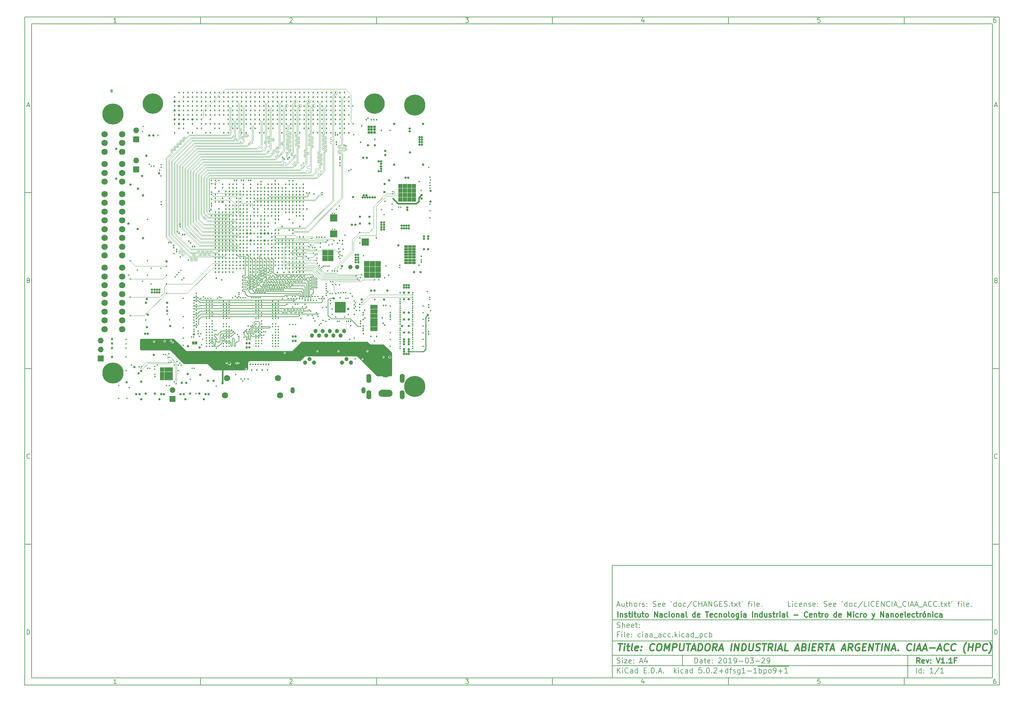
<source format=gbr>
G04 #@! TF.GenerationSoftware,KiCad,Pcbnew,5.0.2+dfsg1-1~bpo9+1*
G04 #@! TF.CreationDate,2019-03-29T14:07:49-03:00*
G04 #@! TF.ProjectId,ciaa_acc,63696161-5f61-4636-932e-6b696361645f,V1.1F*
G04 #@! TF.SameCoordinates,Original*
G04 #@! TF.FileFunction,Copper,L8,Inr*
G04 #@! TF.FilePolarity,Positive*
%FSLAX46Y46*%
G04 Gerber Fmt 4.6, Leading zero omitted, Abs format (unit mm)*
G04 Created by KiCad (PCBNEW 5.0.2+dfsg1-1~bpo9+1) date Fri 29 Mar 2019 02:07:49 PM -03*
%MOMM*%
%LPD*%
G01*
G04 APERTURE LIST*
%ADD10C,0.101600*%
%ADD11C,0.150000*%
%ADD12C,0.300000*%
%ADD13C,0.400000*%
G04 #@! TA.AperFunction,NonConductor*
%ADD14C,0.127000*%
G04 #@! TD*
G04 #@! TA.AperFunction,ViaPad*
%ADD15R,0.800000X0.800000*%
G04 #@! TD*
G04 #@! TA.AperFunction,ViaPad*
%ADD16O,1.200000X1.800000*%
G04 #@! TD*
G04 #@! TA.AperFunction,ViaPad*
%ADD17C,1.200000*%
G04 #@! TD*
G04 #@! TA.AperFunction,ViaPad*
%ADD18C,5.800000*%
G04 #@! TD*
G04 #@! TA.AperFunction,ViaPad*
%ADD19R,1.600000X1.600000*%
G04 #@! TD*
G04 #@! TA.AperFunction,ViaPad*
%ADD20C,1.778000*%
G04 #@! TD*
G04 #@! TA.AperFunction,ViaPad*
%ADD21R,1.651000X1.651000*%
G04 #@! TD*
G04 #@! TA.AperFunction,ViaPad*
%ADD22O,1.651000X1.651000*%
G04 #@! TD*
G04 #@! TA.AperFunction,ViaPad*
%ADD23R,0.750000X0.900000*%
G04 #@! TD*
G04 #@! TA.AperFunction,ViaPad*
%ADD24R,1.080000X0.780000*%
G04 #@! TD*
G04 #@! TA.AperFunction,ViaPad*
%ADD25R,1.287500X1.287500*%
G04 #@! TD*
G04 #@! TA.AperFunction,ViaPad*
%ADD26R,1.000000X1.250000*%
G04 #@! TD*
G04 #@! TA.AperFunction,ViaPad*
%ADD27R,1.250000X1.250000*%
G04 #@! TD*
G04 #@! TA.AperFunction,ViaPad*
%ADD28R,1.000000X1.000000*%
G04 #@! TD*
G04 #@! TA.AperFunction,ViaPad*
%ADD29R,1.500000X1.500000*%
G04 #@! TD*
G04 #@! TA.AperFunction,ViaPad*
%ADD30C,1.800000*%
G04 #@! TD*
G04 #@! TA.AperFunction,ViaPad*
%ADD31C,3.000000*%
G04 #@! TD*
G04 #@! TA.AperFunction,ViaPad*
%ADD32O,1.400000X2.600000*%
G04 #@! TD*
G04 #@! TA.AperFunction,ViaPad*
%ADD33O,4.000000X2.000000*%
G04 #@! TD*
G04 #@! TA.AperFunction,ViaPad*
%ADD34C,6.000000*%
G04 #@! TD*
G04 #@! TA.AperFunction,ViaPad*
%ADD35C,0.635000*%
G04 #@! TD*
G04 #@! TA.AperFunction,ViaPad*
%ADD36C,0.406400*%
G04 #@! TD*
G04 #@! TA.AperFunction,ViaPad*
%ADD37C,0.457200*%
G04 #@! TD*
G04 #@! TA.AperFunction,ViaPad*
%ADD38C,1.270000*%
G04 #@! TD*
G04 #@! TA.AperFunction,Conductor*
%ADD39C,0.254000*%
G04 #@! TD*
G04 #@! TA.AperFunction,Conductor*
%ADD40C,0.381000*%
G04 #@! TD*
G04 #@! TA.AperFunction,Conductor*
%ADD41C,0.165100*%
G04 #@! TD*
G04 #@! TA.AperFunction,Conductor*
%ADD42C,0.088900*%
G04 #@! TD*
G04 #@! TA.AperFunction,Conductor*
%ADD43C,0.106680*%
G04 #@! TD*
G04 #@! TA.AperFunction,Conductor*
%ADD44C,0.127000*%
G04 #@! TD*
G04 #@! TA.AperFunction,Conductor*
%ADD45C,0.101600*%
G04 #@! TD*
G04 APERTURE END LIST*
D10*
D11*
X177002200Y-166007200D02*
X177002200Y-198007200D01*
X285002200Y-198007200D01*
X285002200Y-166007200D01*
X177002200Y-166007200D01*
D10*
D11*
X10000000Y-10000000D02*
X10000000Y-200007200D01*
X287002200Y-200007200D01*
X287002200Y-10000000D01*
X10000000Y-10000000D01*
D10*
D11*
X12000000Y-12000000D02*
X12000000Y-198007200D01*
X285002200Y-198007200D01*
X285002200Y-12000000D01*
X12000000Y-12000000D01*
D10*
D11*
X60000000Y-12000000D02*
X60000000Y-10000000D01*
D10*
D11*
X110000000Y-12000000D02*
X110000000Y-10000000D01*
D10*
D11*
X160000000Y-12000000D02*
X160000000Y-10000000D01*
D10*
D11*
X210000000Y-12000000D02*
X210000000Y-10000000D01*
D10*
D11*
X260000000Y-12000000D02*
X260000000Y-10000000D01*
D10*
D11*
X36065476Y-11588095D02*
X35322619Y-11588095D01*
X35694047Y-11588095D02*
X35694047Y-10288095D01*
X35570238Y-10473809D01*
X35446428Y-10597619D01*
X35322619Y-10659523D01*
D10*
D11*
X85322619Y-10411904D02*
X85384523Y-10350000D01*
X85508333Y-10288095D01*
X85817857Y-10288095D01*
X85941666Y-10350000D01*
X86003571Y-10411904D01*
X86065476Y-10535714D01*
X86065476Y-10659523D01*
X86003571Y-10845238D01*
X85260714Y-11588095D01*
X86065476Y-11588095D01*
D10*
D11*
X135260714Y-10288095D02*
X136065476Y-10288095D01*
X135632142Y-10783333D01*
X135817857Y-10783333D01*
X135941666Y-10845238D01*
X136003571Y-10907142D01*
X136065476Y-11030952D01*
X136065476Y-11340476D01*
X136003571Y-11464285D01*
X135941666Y-11526190D01*
X135817857Y-11588095D01*
X135446428Y-11588095D01*
X135322619Y-11526190D01*
X135260714Y-11464285D01*
D10*
D11*
X185941666Y-10721428D02*
X185941666Y-11588095D01*
X185632142Y-10226190D02*
X185322619Y-11154761D01*
X186127380Y-11154761D01*
D10*
D11*
X236003571Y-10288095D02*
X235384523Y-10288095D01*
X235322619Y-10907142D01*
X235384523Y-10845238D01*
X235508333Y-10783333D01*
X235817857Y-10783333D01*
X235941666Y-10845238D01*
X236003571Y-10907142D01*
X236065476Y-11030952D01*
X236065476Y-11340476D01*
X236003571Y-11464285D01*
X235941666Y-11526190D01*
X235817857Y-11588095D01*
X235508333Y-11588095D01*
X235384523Y-11526190D01*
X235322619Y-11464285D01*
D10*
D11*
X285941666Y-10288095D02*
X285694047Y-10288095D01*
X285570238Y-10350000D01*
X285508333Y-10411904D01*
X285384523Y-10597619D01*
X285322619Y-10845238D01*
X285322619Y-11340476D01*
X285384523Y-11464285D01*
X285446428Y-11526190D01*
X285570238Y-11588095D01*
X285817857Y-11588095D01*
X285941666Y-11526190D01*
X286003571Y-11464285D01*
X286065476Y-11340476D01*
X286065476Y-11030952D01*
X286003571Y-10907142D01*
X285941666Y-10845238D01*
X285817857Y-10783333D01*
X285570238Y-10783333D01*
X285446428Y-10845238D01*
X285384523Y-10907142D01*
X285322619Y-11030952D01*
D10*
D11*
X60000000Y-198007200D02*
X60000000Y-200007200D01*
D10*
D11*
X110000000Y-198007200D02*
X110000000Y-200007200D01*
D10*
D11*
X160000000Y-198007200D02*
X160000000Y-200007200D01*
D10*
D11*
X210000000Y-198007200D02*
X210000000Y-200007200D01*
D10*
D11*
X260000000Y-198007200D02*
X260000000Y-200007200D01*
D10*
D11*
X36065476Y-199595295D02*
X35322619Y-199595295D01*
X35694047Y-199595295D02*
X35694047Y-198295295D01*
X35570238Y-198481009D01*
X35446428Y-198604819D01*
X35322619Y-198666723D01*
D10*
D11*
X85322619Y-198419104D02*
X85384523Y-198357200D01*
X85508333Y-198295295D01*
X85817857Y-198295295D01*
X85941666Y-198357200D01*
X86003571Y-198419104D01*
X86065476Y-198542914D01*
X86065476Y-198666723D01*
X86003571Y-198852438D01*
X85260714Y-199595295D01*
X86065476Y-199595295D01*
D10*
D11*
X135260714Y-198295295D02*
X136065476Y-198295295D01*
X135632142Y-198790533D01*
X135817857Y-198790533D01*
X135941666Y-198852438D01*
X136003571Y-198914342D01*
X136065476Y-199038152D01*
X136065476Y-199347676D01*
X136003571Y-199471485D01*
X135941666Y-199533390D01*
X135817857Y-199595295D01*
X135446428Y-199595295D01*
X135322619Y-199533390D01*
X135260714Y-199471485D01*
D10*
D11*
X185941666Y-198728628D02*
X185941666Y-199595295D01*
X185632142Y-198233390D02*
X185322619Y-199161961D01*
X186127380Y-199161961D01*
D10*
D11*
X236003571Y-198295295D02*
X235384523Y-198295295D01*
X235322619Y-198914342D01*
X235384523Y-198852438D01*
X235508333Y-198790533D01*
X235817857Y-198790533D01*
X235941666Y-198852438D01*
X236003571Y-198914342D01*
X236065476Y-199038152D01*
X236065476Y-199347676D01*
X236003571Y-199471485D01*
X235941666Y-199533390D01*
X235817857Y-199595295D01*
X235508333Y-199595295D01*
X235384523Y-199533390D01*
X235322619Y-199471485D01*
D10*
D11*
X285941666Y-198295295D02*
X285694047Y-198295295D01*
X285570238Y-198357200D01*
X285508333Y-198419104D01*
X285384523Y-198604819D01*
X285322619Y-198852438D01*
X285322619Y-199347676D01*
X285384523Y-199471485D01*
X285446428Y-199533390D01*
X285570238Y-199595295D01*
X285817857Y-199595295D01*
X285941666Y-199533390D01*
X286003571Y-199471485D01*
X286065476Y-199347676D01*
X286065476Y-199038152D01*
X286003571Y-198914342D01*
X285941666Y-198852438D01*
X285817857Y-198790533D01*
X285570238Y-198790533D01*
X285446428Y-198852438D01*
X285384523Y-198914342D01*
X285322619Y-199038152D01*
D10*
D11*
X10000000Y-60000000D02*
X12000000Y-60000000D01*
D10*
D11*
X10000000Y-110000000D02*
X12000000Y-110000000D01*
D10*
D11*
X10000000Y-160000000D02*
X12000000Y-160000000D01*
D10*
D11*
X10690476Y-35216666D02*
X11309523Y-35216666D01*
X10566666Y-35588095D02*
X11000000Y-34288095D01*
X11433333Y-35588095D01*
D10*
D11*
X11092857Y-84907142D02*
X11278571Y-84969047D01*
X11340476Y-85030952D01*
X11402380Y-85154761D01*
X11402380Y-85340476D01*
X11340476Y-85464285D01*
X11278571Y-85526190D01*
X11154761Y-85588095D01*
X10659523Y-85588095D01*
X10659523Y-84288095D01*
X11092857Y-84288095D01*
X11216666Y-84350000D01*
X11278571Y-84411904D01*
X11340476Y-84535714D01*
X11340476Y-84659523D01*
X11278571Y-84783333D01*
X11216666Y-84845238D01*
X11092857Y-84907142D01*
X10659523Y-84907142D01*
D10*
D11*
X11402380Y-135464285D02*
X11340476Y-135526190D01*
X11154761Y-135588095D01*
X11030952Y-135588095D01*
X10845238Y-135526190D01*
X10721428Y-135402380D01*
X10659523Y-135278571D01*
X10597619Y-135030952D01*
X10597619Y-134845238D01*
X10659523Y-134597619D01*
X10721428Y-134473809D01*
X10845238Y-134350000D01*
X11030952Y-134288095D01*
X11154761Y-134288095D01*
X11340476Y-134350000D01*
X11402380Y-134411904D01*
D10*
D11*
X10659523Y-185588095D02*
X10659523Y-184288095D01*
X10969047Y-184288095D01*
X11154761Y-184350000D01*
X11278571Y-184473809D01*
X11340476Y-184597619D01*
X11402380Y-184845238D01*
X11402380Y-185030952D01*
X11340476Y-185278571D01*
X11278571Y-185402380D01*
X11154761Y-185526190D01*
X10969047Y-185588095D01*
X10659523Y-185588095D01*
D10*
D11*
X287002200Y-60000000D02*
X285002200Y-60000000D01*
D10*
D11*
X287002200Y-110000000D02*
X285002200Y-110000000D01*
D10*
D11*
X287002200Y-160000000D02*
X285002200Y-160000000D01*
D10*
D11*
X285692676Y-35216666D02*
X286311723Y-35216666D01*
X285568866Y-35588095D02*
X286002200Y-34288095D01*
X286435533Y-35588095D01*
D10*
D11*
X286095057Y-84907142D02*
X286280771Y-84969047D01*
X286342676Y-85030952D01*
X286404580Y-85154761D01*
X286404580Y-85340476D01*
X286342676Y-85464285D01*
X286280771Y-85526190D01*
X286156961Y-85588095D01*
X285661723Y-85588095D01*
X285661723Y-84288095D01*
X286095057Y-84288095D01*
X286218866Y-84350000D01*
X286280771Y-84411904D01*
X286342676Y-84535714D01*
X286342676Y-84659523D01*
X286280771Y-84783333D01*
X286218866Y-84845238D01*
X286095057Y-84907142D01*
X285661723Y-84907142D01*
D10*
D11*
X286404580Y-135464285D02*
X286342676Y-135526190D01*
X286156961Y-135588095D01*
X286033152Y-135588095D01*
X285847438Y-135526190D01*
X285723628Y-135402380D01*
X285661723Y-135278571D01*
X285599819Y-135030952D01*
X285599819Y-134845238D01*
X285661723Y-134597619D01*
X285723628Y-134473809D01*
X285847438Y-134350000D01*
X286033152Y-134288095D01*
X286156961Y-134288095D01*
X286342676Y-134350000D01*
X286404580Y-134411904D01*
D10*
D11*
X285661723Y-185588095D02*
X285661723Y-184288095D01*
X285971247Y-184288095D01*
X286156961Y-184350000D01*
X286280771Y-184473809D01*
X286342676Y-184597619D01*
X286404580Y-184845238D01*
X286404580Y-185030952D01*
X286342676Y-185278571D01*
X286280771Y-185402380D01*
X286156961Y-185526190D01*
X285971247Y-185588095D01*
X285661723Y-185588095D01*
D10*
D11*
X200434342Y-193785771D02*
X200434342Y-192285771D01*
X200791485Y-192285771D01*
X201005771Y-192357200D01*
X201148628Y-192500057D01*
X201220057Y-192642914D01*
X201291485Y-192928628D01*
X201291485Y-193142914D01*
X201220057Y-193428628D01*
X201148628Y-193571485D01*
X201005771Y-193714342D01*
X200791485Y-193785771D01*
X200434342Y-193785771D01*
X202577200Y-193785771D02*
X202577200Y-193000057D01*
X202505771Y-192857200D01*
X202362914Y-192785771D01*
X202077200Y-192785771D01*
X201934342Y-192857200D01*
X202577200Y-193714342D02*
X202434342Y-193785771D01*
X202077200Y-193785771D01*
X201934342Y-193714342D01*
X201862914Y-193571485D01*
X201862914Y-193428628D01*
X201934342Y-193285771D01*
X202077200Y-193214342D01*
X202434342Y-193214342D01*
X202577200Y-193142914D01*
X203077200Y-192785771D02*
X203648628Y-192785771D01*
X203291485Y-192285771D02*
X203291485Y-193571485D01*
X203362914Y-193714342D01*
X203505771Y-193785771D01*
X203648628Y-193785771D01*
X204720057Y-193714342D02*
X204577200Y-193785771D01*
X204291485Y-193785771D01*
X204148628Y-193714342D01*
X204077200Y-193571485D01*
X204077200Y-193000057D01*
X204148628Y-192857200D01*
X204291485Y-192785771D01*
X204577200Y-192785771D01*
X204720057Y-192857200D01*
X204791485Y-193000057D01*
X204791485Y-193142914D01*
X204077200Y-193285771D01*
X205434342Y-193642914D02*
X205505771Y-193714342D01*
X205434342Y-193785771D01*
X205362914Y-193714342D01*
X205434342Y-193642914D01*
X205434342Y-193785771D01*
X205434342Y-192857200D02*
X205505771Y-192928628D01*
X205434342Y-193000057D01*
X205362914Y-192928628D01*
X205434342Y-192857200D01*
X205434342Y-193000057D01*
X207220057Y-192428628D02*
X207291485Y-192357200D01*
X207434342Y-192285771D01*
X207791485Y-192285771D01*
X207934342Y-192357200D01*
X208005771Y-192428628D01*
X208077200Y-192571485D01*
X208077200Y-192714342D01*
X208005771Y-192928628D01*
X207148628Y-193785771D01*
X208077200Y-193785771D01*
X209005771Y-192285771D02*
X209148628Y-192285771D01*
X209291485Y-192357200D01*
X209362914Y-192428628D01*
X209434342Y-192571485D01*
X209505771Y-192857200D01*
X209505771Y-193214342D01*
X209434342Y-193500057D01*
X209362914Y-193642914D01*
X209291485Y-193714342D01*
X209148628Y-193785771D01*
X209005771Y-193785771D01*
X208862914Y-193714342D01*
X208791485Y-193642914D01*
X208720057Y-193500057D01*
X208648628Y-193214342D01*
X208648628Y-192857200D01*
X208720057Y-192571485D01*
X208791485Y-192428628D01*
X208862914Y-192357200D01*
X209005771Y-192285771D01*
X210934342Y-193785771D02*
X210077200Y-193785771D01*
X210505771Y-193785771D02*
X210505771Y-192285771D01*
X210362914Y-192500057D01*
X210220057Y-192642914D01*
X210077200Y-192714342D01*
X211648628Y-193785771D02*
X211934342Y-193785771D01*
X212077200Y-193714342D01*
X212148628Y-193642914D01*
X212291485Y-193428628D01*
X212362914Y-193142914D01*
X212362914Y-192571485D01*
X212291485Y-192428628D01*
X212220057Y-192357200D01*
X212077200Y-192285771D01*
X211791485Y-192285771D01*
X211648628Y-192357200D01*
X211577200Y-192428628D01*
X211505771Y-192571485D01*
X211505771Y-192928628D01*
X211577200Y-193071485D01*
X211648628Y-193142914D01*
X211791485Y-193214342D01*
X212077200Y-193214342D01*
X212220057Y-193142914D01*
X212291485Y-193071485D01*
X212362914Y-192928628D01*
X213005771Y-193214342D02*
X214148628Y-193214342D01*
X215148628Y-192285771D02*
X215291485Y-192285771D01*
X215434342Y-192357200D01*
X215505771Y-192428628D01*
X215577200Y-192571485D01*
X215648628Y-192857200D01*
X215648628Y-193214342D01*
X215577200Y-193500057D01*
X215505771Y-193642914D01*
X215434342Y-193714342D01*
X215291485Y-193785771D01*
X215148628Y-193785771D01*
X215005771Y-193714342D01*
X214934342Y-193642914D01*
X214862914Y-193500057D01*
X214791485Y-193214342D01*
X214791485Y-192857200D01*
X214862914Y-192571485D01*
X214934342Y-192428628D01*
X215005771Y-192357200D01*
X215148628Y-192285771D01*
X216148628Y-192285771D02*
X217077200Y-192285771D01*
X216577200Y-192857200D01*
X216791485Y-192857200D01*
X216934342Y-192928628D01*
X217005771Y-193000057D01*
X217077200Y-193142914D01*
X217077200Y-193500057D01*
X217005771Y-193642914D01*
X216934342Y-193714342D01*
X216791485Y-193785771D01*
X216362914Y-193785771D01*
X216220057Y-193714342D01*
X216148628Y-193642914D01*
X217720057Y-193214342D02*
X218862914Y-193214342D01*
X219505771Y-192428628D02*
X219577200Y-192357200D01*
X219720057Y-192285771D01*
X220077200Y-192285771D01*
X220220057Y-192357200D01*
X220291485Y-192428628D01*
X220362914Y-192571485D01*
X220362914Y-192714342D01*
X220291485Y-192928628D01*
X219434342Y-193785771D01*
X220362914Y-193785771D01*
X221077200Y-193785771D02*
X221362914Y-193785771D01*
X221505771Y-193714342D01*
X221577200Y-193642914D01*
X221720057Y-193428628D01*
X221791485Y-193142914D01*
X221791485Y-192571485D01*
X221720057Y-192428628D01*
X221648628Y-192357200D01*
X221505771Y-192285771D01*
X221220057Y-192285771D01*
X221077200Y-192357200D01*
X221005771Y-192428628D01*
X220934342Y-192571485D01*
X220934342Y-192928628D01*
X221005771Y-193071485D01*
X221077200Y-193142914D01*
X221220057Y-193214342D01*
X221505771Y-193214342D01*
X221648628Y-193142914D01*
X221720057Y-193071485D01*
X221791485Y-192928628D01*
D10*
D11*
X177002200Y-194507200D02*
X285002200Y-194507200D01*
D10*
D11*
X178434342Y-196585771D02*
X178434342Y-195085771D01*
X179291485Y-196585771D02*
X178648628Y-195728628D01*
X179291485Y-195085771D02*
X178434342Y-195942914D01*
X179934342Y-196585771D02*
X179934342Y-195585771D01*
X179934342Y-195085771D02*
X179862914Y-195157200D01*
X179934342Y-195228628D01*
X180005771Y-195157200D01*
X179934342Y-195085771D01*
X179934342Y-195228628D01*
X181505771Y-196442914D02*
X181434342Y-196514342D01*
X181220057Y-196585771D01*
X181077200Y-196585771D01*
X180862914Y-196514342D01*
X180720057Y-196371485D01*
X180648628Y-196228628D01*
X180577200Y-195942914D01*
X180577200Y-195728628D01*
X180648628Y-195442914D01*
X180720057Y-195300057D01*
X180862914Y-195157200D01*
X181077200Y-195085771D01*
X181220057Y-195085771D01*
X181434342Y-195157200D01*
X181505771Y-195228628D01*
X182791485Y-196585771D02*
X182791485Y-195800057D01*
X182720057Y-195657200D01*
X182577200Y-195585771D01*
X182291485Y-195585771D01*
X182148628Y-195657200D01*
X182791485Y-196514342D02*
X182648628Y-196585771D01*
X182291485Y-196585771D01*
X182148628Y-196514342D01*
X182077200Y-196371485D01*
X182077200Y-196228628D01*
X182148628Y-196085771D01*
X182291485Y-196014342D01*
X182648628Y-196014342D01*
X182791485Y-195942914D01*
X184148628Y-196585771D02*
X184148628Y-195085771D01*
X184148628Y-196514342D02*
X184005771Y-196585771D01*
X183720057Y-196585771D01*
X183577200Y-196514342D01*
X183505771Y-196442914D01*
X183434342Y-196300057D01*
X183434342Y-195871485D01*
X183505771Y-195728628D01*
X183577200Y-195657200D01*
X183720057Y-195585771D01*
X184005771Y-195585771D01*
X184148628Y-195657200D01*
X186005771Y-195800057D02*
X186505771Y-195800057D01*
X186720057Y-196585771D02*
X186005771Y-196585771D01*
X186005771Y-195085771D01*
X186720057Y-195085771D01*
X187362914Y-196442914D02*
X187434342Y-196514342D01*
X187362914Y-196585771D01*
X187291485Y-196514342D01*
X187362914Y-196442914D01*
X187362914Y-196585771D01*
X188077200Y-196585771D02*
X188077200Y-195085771D01*
X188434342Y-195085771D01*
X188648628Y-195157200D01*
X188791485Y-195300057D01*
X188862914Y-195442914D01*
X188934342Y-195728628D01*
X188934342Y-195942914D01*
X188862914Y-196228628D01*
X188791485Y-196371485D01*
X188648628Y-196514342D01*
X188434342Y-196585771D01*
X188077200Y-196585771D01*
X189577200Y-196442914D02*
X189648628Y-196514342D01*
X189577200Y-196585771D01*
X189505771Y-196514342D01*
X189577200Y-196442914D01*
X189577200Y-196585771D01*
X190220057Y-196157200D02*
X190934342Y-196157200D01*
X190077200Y-196585771D02*
X190577200Y-195085771D01*
X191077200Y-196585771D01*
X191577200Y-196442914D02*
X191648628Y-196514342D01*
X191577200Y-196585771D01*
X191505771Y-196514342D01*
X191577200Y-196442914D01*
X191577200Y-196585771D01*
X194577200Y-196585771D02*
X194577200Y-195085771D01*
X194720057Y-196014342D02*
X195148628Y-196585771D01*
X195148628Y-195585771D02*
X194577200Y-196157200D01*
X195791485Y-196585771D02*
X195791485Y-195585771D01*
X195791485Y-195085771D02*
X195720057Y-195157200D01*
X195791485Y-195228628D01*
X195862914Y-195157200D01*
X195791485Y-195085771D01*
X195791485Y-195228628D01*
X197148628Y-196514342D02*
X197005771Y-196585771D01*
X196720057Y-196585771D01*
X196577200Y-196514342D01*
X196505771Y-196442914D01*
X196434342Y-196300057D01*
X196434342Y-195871485D01*
X196505771Y-195728628D01*
X196577200Y-195657200D01*
X196720057Y-195585771D01*
X197005771Y-195585771D01*
X197148628Y-195657200D01*
X198434342Y-196585771D02*
X198434342Y-195800057D01*
X198362914Y-195657200D01*
X198220057Y-195585771D01*
X197934342Y-195585771D01*
X197791485Y-195657200D01*
X198434342Y-196514342D02*
X198291485Y-196585771D01*
X197934342Y-196585771D01*
X197791485Y-196514342D01*
X197720057Y-196371485D01*
X197720057Y-196228628D01*
X197791485Y-196085771D01*
X197934342Y-196014342D01*
X198291485Y-196014342D01*
X198434342Y-195942914D01*
X199791485Y-196585771D02*
X199791485Y-195085771D01*
X199791485Y-196514342D02*
X199648628Y-196585771D01*
X199362914Y-196585771D01*
X199220057Y-196514342D01*
X199148628Y-196442914D01*
X199077200Y-196300057D01*
X199077200Y-195871485D01*
X199148628Y-195728628D01*
X199220057Y-195657200D01*
X199362914Y-195585771D01*
X199648628Y-195585771D01*
X199791485Y-195657200D01*
X202362914Y-195085771D02*
X201648628Y-195085771D01*
X201577200Y-195800057D01*
X201648628Y-195728628D01*
X201791485Y-195657200D01*
X202148628Y-195657200D01*
X202291485Y-195728628D01*
X202362914Y-195800057D01*
X202434342Y-195942914D01*
X202434342Y-196300057D01*
X202362914Y-196442914D01*
X202291485Y-196514342D01*
X202148628Y-196585771D01*
X201791485Y-196585771D01*
X201648628Y-196514342D01*
X201577200Y-196442914D01*
X203077200Y-196442914D02*
X203148628Y-196514342D01*
X203077200Y-196585771D01*
X203005771Y-196514342D01*
X203077200Y-196442914D01*
X203077200Y-196585771D01*
X204077200Y-195085771D02*
X204220057Y-195085771D01*
X204362914Y-195157200D01*
X204434342Y-195228628D01*
X204505771Y-195371485D01*
X204577200Y-195657200D01*
X204577200Y-196014342D01*
X204505771Y-196300057D01*
X204434342Y-196442914D01*
X204362914Y-196514342D01*
X204220057Y-196585771D01*
X204077200Y-196585771D01*
X203934342Y-196514342D01*
X203862914Y-196442914D01*
X203791485Y-196300057D01*
X203720057Y-196014342D01*
X203720057Y-195657200D01*
X203791485Y-195371485D01*
X203862914Y-195228628D01*
X203934342Y-195157200D01*
X204077200Y-195085771D01*
X205220057Y-196442914D02*
X205291485Y-196514342D01*
X205220057Y-196585771D01*
X205148628Y-196514342D01*
X205220057Y-196442914D01*
X205220057Y-196585771D01*
X205862914Y-195228628D02*
X205934342Y-195157200D01*
X206077200Y-195085771D01*
X206434342Y-195085771D01*
X206577200Y-195157200D01*
X206648628Y-195228628D01*
X206720057Y-195371485D01*
X206720057Y-195514342D01*
X206648628Y-195728628D01*
X205791485Y-196585771D01*
X206720057Y-196585771D01*
X207362914Y-196014342D02*
X208505771Y-196014342D01*
X207934342Y-196585771D02*
X207934342Y-195442914D01*
X209862914Y-196585771D02*
X209862914Y-195085771D01*
X209862914Y-196514342D02*
X209720057Y-196585771D01*
X209434342Y-196585771D01*
X209291485Y-196514342D01*
X209220057Y-196442914D01*
X209148628Y-196300057D01*
X209148628Y-195871485D01*
X209220057Y-195728628D01*
X209291485Y-195657200D01*
X209434342Y-195585771D01*
X209720057Y-195585771D01*
X209862914Y-195657200D01*
X210362914Y-195585771D02*
X210934342Y-195585771D01*
X210577200Y-196585771D02*
X210577200Y-195300057D01*
X210648628Y-195157200D01*
X210791485Y-195085771D01*
X210934342Y-195085771D01*
X211362914Y-196514342D02*
X211505771Y-196585771D01*
X211791485Y-196585771D01*
X211934342Y-196514342D01*
X212005771Y-196371485D01*
X212005771Y-196300057D01*
X211934342Y-196157200D01*
X211791485Y-196085771D01*
X211577200Y-196085771D01*
X211434342Y-196014342D01*
X211362914Y-195871485D01*
X211362914Y-195800057D01*
X211434342Y-195657200D01*
X211577200Y-195585771D01*
X211791485Y-195585771D01*
X211934342Y-195657200D01*
X213291485Y-195585771D02*
X213291485Y-196800057D01*
X213220057Y-196942914D01*
X213148628Y-197014342D01*
X213005771Y-197085771D01*
X212791485Y-197085771D01*
X212648628Y-197014342D01*
X213291485Y-196514342D02*
X213148628Y-196585771D01*
X212862914Y-196585771D01*
X212720057Y-196514342D01*
X212648628Y-196442914D01*
X212577200Y-196300057D01*
X212577200Y-195871485D01*
X212648628Y-195728628D01*
X212720057Y-195657200D01*
X212862914Y-195585771D01*
X213148628Y-195585771D01*
X213291485Y-195657200D01*
X214791485Y-196585771D02*
X213934342Y-196585771D01*
X214362914Y-196585771D02*
X214362914Y-195085771D01*
X214220057Y-195300057D01*
X214077200Y-195442914D01*
X213934342Y-195514342D01*
X215434342Y-196014342D02*
X216577200Y-196014342D01*
X218077200Y-196585771D02*
X217220057Y-196585771D01*
X217648628Y-196585771D02*
X217648628Y-195085771D01*
X217505771Y-195300057D01*
X217362914Y-195442914D01*
X217220057Y-195514342D01*
X218362914Y-194677200D02*
X219720057Y-194677200D01*
X218720057Y-196585771D02*
X218720057Y-195085771D01*
X218720057Y-195657200D02*
X218862914Y-195585771D01*
X219148628Y-195585771D01*
X219291485Y-195657200D01*
X219362914Y-195728628D01*
X219434342Y-195871485D01*
X219434342Y-196300057D01*
X219362914Y-196442914D01*
X219291485Y-196514342D01*
X219148628Y-196585771D01*
X218862914Y-196585771D01*
X218720057Y-196514342D01*
X219720057Y-194677200D02*
X221077200Y-194677200D01*
X220077200Y-195585771D02*
X220077200Y-197085771D01*
X220077200Y-195657200D02*
X220220057Y-195585771D01*
X220505771Y-195585771D01*
X220648628Y-195657200D01*
X220720057Y-195728628D01*
X220791485Y-195871485D01*
X220791485Y-196300057D01*
X220720057Y-196442914D01*
X220648628Y-196514342D01*
X220505771Y-196585771D01*
X220220057Y-196585771D01*
X220077200Y-196514342D01*
X221077200Y-194677200D02*
X222434342Y-194677200D01*
X221648628Y-196585771D02*
X221505771Y-196514342D01*
X221434342Y-196442914D01*
X221362914Y-196300057D01*
X221362914Y-195871485D01*
X221434342Y-195728628D01*
X221505771Y-195657200D01*
X221648628Y-195585771D01*
X221862914Y-195585771D01*
X222005771Y-195657200D01*
X222077200Y-195728628D01*
X222148628Y-195871485D01*
X222148628Y-196300057D01*
X222077200Y-196442914D01*
X222005771Y-196514342D01*
X221862914Y-196585771D01*
X221648628Y-196585771D01*
X222434342Y-194677200D02*
X223862914Y-194677200D01*
X222862914Y-196585771D02*
X223148628Y-196585771D01*
X223291485Y-196514342D01*
X223362914Y-196442914D01*
X223505771Y-196228628D01*
X223577200Y-195942914D01*
X223577200Y-195371485D01*
X223505771Y-195228628D01*
X223434342Y-195157200D01*
X223291485Y-195085771D01*
X223005771Y-195085771D01*
X222862914Y-195157200D01*
X222791485Y-195228628D01*
X222720057Y-195371485D01*
X222720057Y-195728628D01*
X222791485Y-195871485D01*
X222862914Y-195942914D01*
X223005771Y-196014342D01*
X223291485Y-196014342D01*
X223434342Y-195942914D01*
X223505771Y-195871485D01*
X223577200Y-195728628D01*
X223862914Y-194677200D02*
X225720057Y-194677200D01*
X224220057Y-196014342D02*
X225362914Y-196014342D01*
X224791485Y-196585771D02*
X224791485Y-195442914D01*
X225720057Y-194677200D02*
X227148628Y-194677200D01*
X226862914Y-196585771D02*
X226005771Y-196585771D01*
X226434342Y-196585771D02*
X226434342Y-195085771D01*
X226291485Y-195300057D01*
X226148628Y-195442914D01*
X226005771Y-195514342D01*
D10*
D11*
X177002200Y-191507200D02*
X285002200Y-191507200D01*
D10*
D12*
X264411485Y-193785771D02*
X263911485Y-193071485D01*
X263554342Y-193785771D02*
X263554342Y-192285771D01*
X264125771Y-192285771D01*
X264268628Y-192357200D01*
X264340057Y-192428628D01*
X264411485Y-192571485D01*
X264411485Y-192785771D01*
X264340057Y-192928628D01*
X264268628Y-193000057D01*
X264125771Y-193071485D01*
X263554342Y-193071485D01*
X265625771Y-193714342D02*
X265482914Y-193785771D01*
X265197200Y-193785771D01*
X265054342Y-193714342D01*
X264982914Y-193571485D01*
X264982914Y-193000057D01*
X265054342Y-192857200D01*
X265197200Y-192785771D01*
X265482914Y-192785771D01*
X265625771Y-192857200D01*
X265697200Y-193000057D01*
X265697200Y-193142914D01*
X264982914Y-193285771D01*
X266197200Y-192785771D02*
X266554342Y-193785771D01*
X266911485Y-192785771D01*
X267482914Y-193642914D02*
X267554342Y-193714342D01*
X267482914Y-193785771D01*
X267411485Y-193714342D01*
X267482914Y-193642914D01*
X267482914Y-193785771D01*
X267482914Y-192857200D02*
X267554342Y-192928628D01*
X267482914Y-193000057D01*
X267411485Y-192928628D01*
X267482914Y-192857200D01*
X267482914Y-193000057D01*
X269125771Y-192285771D02*
X269625771Y-193785771D01*
X270125771Y-192285771D01*
X271411485Y-193785771D02*
X270554342Y-193785771D01*
X270982914Y-193785771D02*
X270982914Y-192285771D01*
X270840057Y-192500057D01*
X270697200Y-192642914D01*
X270554342Y-192714342D01*
X272054342Y-193642914D02*
X272125771Y-193714342D01*
X272054342Y-193785771D01*
X271982914Y-193714342D01*
X272054342Y-193642914D01*
X272054342Y-193785771D01*
X273554342Y-193785771D02*
X272697200Y-193785771D01*
X273125771Y-193785771D02*
X273125771Y-192285771D01*
X272982914Y-192500057D01*
X272840057Y-192642914D01*
X272697200Y-192714342D01*
X274697200Y-193000057D02*
X274197200Y-193000057D01*
X274197200Y-193785771D02*
X274197200Y-192285771D01*
X274911485Y-192285771D01*
D10*
D11*
X178362914Y-193714342D02*
X178577200Y-193785771D01*
X178934342Y-193785771D01*
X179077200Y-193714342D01*
X179148628Y-193642914D01*
X179220057Y-193500057D01*
X179220057Y-193357200D01*
X179148628Y-193214342D01*
X179077200Y-193142914D01*
X178934342Y-193071485D01*
X178648628Y-193000057D01*
X178505771Y-192928628D01*
X178434342Y-192857200D01*
X178362914Y-192714342D01*
X178362914Y-192571485D01*
X178434342Y-192428628D01*
X178505771Y-192357200D01*
X178648628Y-192285771D01*
X179005771Y-192285771D01*
X179220057Y-192357200D01*
X179862914Y-193785771D02*
X179862914Y-192785771D01*
X179862914Y-192285771D02*
X179791485Y-192357200D01*
X179862914Y-192428628D01*
X179934342Y-192357200D01*
X179862914Y-192285771D01*
X179862914Y-192428628D01*
X180434342Y-192785771D02*
X181220057Y-192785771D01*
X180434342Y-193785771D01*
X181220057Y-193785771D01*
X182362914Y-193714342D02*
X182220057Y-193785771D01*
X181934342Y-193785771D01*
X181791485Y-193714342D01*
X181720057Y-193571485D01*
X181720057Y-193000057D01*
X181791485Y-192857200D01*
X181934342Y-192785771D01*
X182220057Y-192785771D01*
X182362914Y-192857200D01*
X182434342Y-193000057D01*
X182434342Y-193142914D01*
X181720057Y-193285771D01*
X183077200Y-193642914D02*
X183148628Y-193714342D01*
X183077200Y-193785771D01*
X183005771Y-193714342D01*
X183077200Y-193642914D01*
X183077200Y-193785771D01*
X183077200Y-192857200D02*
X183148628Y-192928628D01*
X183077200Y-193000057D01*
X183005771Y-192928628D01*
X183077200Y-192857200D01*
X183077200Y-193000057D01*
X184862914Y-193357200D02*
X185577200Y-193357200D01*
X184720057Y-193785771D02*
X185220057Y-192285771D01*
X185720057Y-193785771D01*
X186862914Y-192785771D02*
X186862914Y-193785771D01*
X186505771Y-192214342D02*
X186148628Y-193285771D01*
X187077200Y-193285771D01*
D10*
D11*
X263434342Y-196585771D02*
X263434342Y-195085771D01*
X264791485Y-196585771D02*
X264791485Y-195085771D01*
X264791485Y-196514342D02*
X264648628Y-196585771D01*
X264362914Y-196585771D01*
X264220057Y-196514342D01*
X264148628Y-196442914D01*
X264077200Y-196300057D01*
X264077200Y-195871485D01*
X264148628Y-195728628D01*
X264220057Y-195657200D01*
X264362914Y-195585771D01*
X264648628Y-195585771D01*
X264791485Y-195657200D01*
X265505771Y-196442914D02*
X265577200Y-196514342D01*
X265505771Y-196585771D01*
X265434342Y-196514342D01*
X265505771Y-196442914D01*
X265505771Y-196585771D01*
X265505771Y-195657200D02*
X265577200Y-195728628D01*
X265505771Y-195800057D01*
X265434342Y-195728628D01*
X265505771Y-195657200D01*
X265505771Y-195800057D01*
X268148628Y-196585771D02*
X267291485Y-196585771D01*
X267720057Y-196585771D02*
X267720057Y-195085771D01*
X267577200Y-195300057D01*
X267434342Y-195442914D01*
X267291485Y-195514342D01*
X269862914Y-195014342D02*
X268577200Y-196942914D01*
X271148628Y-196585771D02*
X270291485Y-196585771D01*
X270720057Y-196585771D02*
X270720057Y-195085771D01*
X270577200Y-195300057D01*
X270434342Y-195442914D01*
X270291485Y-195514342D01*
D10*
D11*
X177002200Y-187507200D02*
X285002200Y-187507200D01*
D10*
D13*
X178714580Y-188211961D02*
X179857438Y-188211961D01*
X179036009Y-190211961D02*
X179286009Y-188211961D01*
X180274104Y-190211961D02*
X180440771Y-188878628D01*
X180524104Y-188211961D02*
X180416961Y-188307200D01*
X180500295Y-188402438D01*
X180607438Y-188307200D01*
X180524104Y-188211961D01*
X180500295Y-188402438D01*
X181107438Y-188878628D02*
X181869342Y-188878628D01*
X181476485Y-188211961D02*
X181262200Y-189926247D01*
X181333628Y-190116723D01*
X181512200Y-190211961D01*
X181702676Y-190211961D01*
X182655057Y-190211961D02*
X182476485Y-190116723D01*
X182405057Y-189926247D01*
X182619342Y-188211961D01*
X184190771Y-190116723D02*
X183988390Y-190211961D01*
X183607438Y-190211961D01*
X183428866Y-190116723D01*
X183357438Y-189926247D01*
X183452676Y-189164342D01*
X183571723Y-188973866D01*
X183774104Y-188878628D01*
X184155057Y-188878628D01*
X184333628Y-188973866D01*
X184405057Y-189164342D01*
X184381247Y-189354819D01*
X183405057Y-189545295D01*
X185155057Y-190021485D02*
X185238390Y-190116723D01*
X185131247Y-190211961D01*
X185047914Y-190116723D01*
X185155057Y-190021485D01*
X185131247Y-190211961D01*
X185286009Y-188973866D02*
X185369342Y-189069104D01*
X185262200Y-189164342D01*
X185178866Y-189069104D01*
X185286009Y-188973866D01*
X185262200Y-189164342D01*
X188774104Y-190021485D02*
X188666961Y-190116723D01*
X188369342Y-190211961D01*
X188178866Y-190211961D01*
X187905057Y-190116723D01*
X187738390Y-189926247D01*
X187666961Y-189735771D01*
X187619342Y-189354819D01*
X187655057Y-189069104D01*
X187797914Y-188688152D01*
X187916961Y-188497676D01*
X188131247Y-188307200D01*
X188428866Y-188211961D01*
X188619342Y-188211961D01*
X188893152Y-188307200D01*
X188976485Y-188402438D01*
X190238390Y-188211961D02*
X190619342Y-188211961D01*
X190797914Y-188307200D01*
X190964580Y-188497676D01*
X191012200Y-188878628D01*
X190928866Y-189545295D01*
X190786009Y-189926247D01*
X190571723Y-190116723D01*
X190369342Y-190211961D01*
X189988390Y-190211961D01*
X189809819Y-190116723D01*
X189643152Y-189926247D01*
X189595533Y-189545295D01*
X189678866Y-188878628D01*
X189821723Y-188497676D01*
X190036009Y-188307200D01*
X190238390Y-188211961D01*
X191702676Y-190211961D02*
X191952676Y-188211961D01*
X192440771Y-189640533D01*
X193286009Y-188211961D01*
X193036009Y-190211961D01*
X193988390Y-190211961D02*
X194238390Y-188211961D01*
X195000295Y-188211961D01*
X195178866Y-188307200D01*
X195262200Y-188402438D01*
X195333628Y-188592914D01*
X195297914Y-188878628D01*
X195178866Y-189069104D01*
X195071723Y-189164342D01*
X194869342Y-189259580D01*
X194107438Y-189259580D01*
X196238390Y-188211961D02*
X196036009Y-189831009D01*
X196107438Y-190021485D01*
X196190771Y-190116723D01*
X196369342Y-190211961D01*
X196750295Y-190211961D01*
X196952676Y-190116723D01*
X197059819Y-190021485D01*
X197178866Y-189831009D01*
X197381247Y-188211961D01*
X198047914Y-188211961D02*
X199190771Y-188211961D01*
X198369342Y-190211961D02*
X198619342Y-188211961D01*
X199583628Y-189640533D02*
X200536009Y-189640533D01*
X199321723Y-190211961D02*
X200238390Y-188211961D01*
X200655057Y-190211961D01*
X201321723Y-190211961D02*
X201571723Y-188211961D01*
X202047914Y-188211961D01*
X202321723Y-188307200D01*
X202488390Y-188497676D01*
X202559819Y-188688152D01*
X202607438Y-189069104D01*
X202571723Y-189354819D01*
X202428866Y-189735771D01*
X202309819Y-189926247D01*
X202095533Y-190116723D01*
X201797914Y-190211961D01*
X201321723Y-190211961D01*
X203952676Y-188211961D02*
X204333628Y-188211961D01*
X204512200Y-188307200D01*
X204678866Y-188497676D01*
X204726485Y-188878628D01*
X204643152Y-189545295D01*
X204500295Y-189926247D01*
X204286009Y-190116723D01*
X204083628Y-190211961D01*
X203702676Y-190211961D01*
X203524104Y-190116723D01*
X203357438Y-189926247D01*
X203309819Y-189545295D01*
X203393152Y-188878628D01*
X203536009Y-188497676D01*
X203750295Y-188307200D01*
X203952676Y-188211961D01*
X206559819Y-190211961D02*
X206012200Y-189259580D01*
X205416961Y-190211961D02*
X205666961Y-188211961D01*
X206428866Y-188211961D01*
X206607438Y-188307200D01*
X206690771Y-188402438D01*
X206762200Y-188592914D01*
X206726485Y-188878628D01*
X206607438Y-189069104D01*
X206500295Y-189164342D01*
X206297914Y-189259580D01*
X205536009Y-189259580D01*
X207393152Y-189640533D02*
X208345533Y-189640533D01*
X207131247Y-190211961D02*
X208047914Y-188211961D01*
X208464580Y-190211961D01*
X210655057Y-190211961D02*
X210905057Y-188211961D01*
X211607438Y-190211961D02*
X211857438Y-188211961D01*
X212750295Y-190211961D01*
X213000295Y-188211961D01*
X213702676Y-190211961D02*
X213952676Y-188211961D01*
X214428866Y-188211961D01*
X214702676Y-188307200D01*
X214869342Y-188497676D01*
X214940771Y-188688152D01*
X214988390Y-189069104D01*
X214952676Y-189354819D01*
X214809819Y-189735771D01*
X214690771Y-189926247D01*
X214476485Y-190116723D01*
X214178866Y-190211961D01*
X213702676Y-190211961D01*
X215952676Y-188211961D02*
X215750295Y-189831009D01*
X215821723Y-190021485D01*
X215905057Y-190116723D01*
X216083628Y-190211961D01*
X216464580Y-190211961D01*
X216666961Y-190116723D01*
X216774104Y-190021485D01*
X216893152Y-189831009D01*
X217095533Y-188211961D01*
X217714580Y-190116723D02*
X217988390Y-190211961D01*
X218464580Y-190211961D01*
X218666961Y-190116723D01*
X218774104Y-190021485D01*
X218893152Y-189831009D01*
X218916961Y-189640533D01*
X218845533Y-189450057D01*
X218762200Y-189354819D01*
X218583628Y-189259580D01*
X218214580Y-189164342D01*
X218036009Y-189069104D01*
X217952676Y-188973866D01*
X217881247Y-188783390D01*
X217905057Y-188592914D01*
X218024104Y-188402438D01*
X218131247Y-188307200D01*
X218333628Y-188211961D01*
X218809819Y-188211961D01*
X219083628Y-188307200D01*
X219666961Y-188211961D02*
X220809819Y-188211961D01*
X219988390Y-190211961D02*
X220238390Y-188211961D01*
X222369342Y-190211961D02*
X221821723Y-189259580D01*
X221226485Y-190211961D02*
X221476485Y-188211961D01*
X222238390Y-188211961D01*
X222416961Y-188307200D01*
X222500295Y-188402438D01*
X222571723Y-188592914D01*
X222536009Y-188878628D01*
X222416961Y-189069104D01*
X222309819Y-189164342D01*
X222107438Y-189259580D01*
X221345533Y-189259580D01*
X223226485Y-190211961D02*
X223476485Y-188211961D01*
X224155057Y-189640533D02*
X225107438Y-189640533D01*
X223893152Y-190211961D02*
X224809819Y-188211961D01*
X225226485Y-190211961D01*
X226845533Y-190211961D02*
X225893152Y-190211961D01*
X226143152Y-188211961D01*
X229012200Y-189640533D02*
X229964580Y-189640533D01*
X228750295Y-190211961D02*
X229666961Y-188211961D01*
X230083628Y-190211961D01*
X231547914Y-189164342D02*
X231821723Y-189259580D01*
X231905057Y-189354819D01*
X231976485Y-189545295D01*
X231940771Y-189831009D01*
X231821723Y-190021485D01*
X231714580Y-190116723D01*
X231512200Y-190211961D01*
X230750295Y-190211961D01*
X231000295Y-188211961D01*
X231666961Y-188211961D01*
X231845533Y-188307200D01*
X231928866Y-188402438D01*
X232000295Y-188592914D01*
X231976485Y-188783390D01*
X231857438Y-188973866D01*
X231750295Y-189069104D01*
X231547914Y-189164342D01*
X230881247Y-189164342D01*
X232750295Y-190211961D02*
X233000295Y-188211961D01*
X233833628Y-189164342D02*
X234500295Y-189164342D01*
X234655057Y-190211961D02*
X233702676Y-190211961D01*
X233952676Y-188211961D01*
X234905057Y-188211961D01*
X236655057Y-190211961D02*
X236107438Y-189259580D01*
X235512200Y-190211961D02*
X235762200Y-188211961D01*
X236524104Y-188211961D01*
X236702676Y-188307200D01*
X236786009Y-188402438D01*
X236857438Y-188592914D01*
X236821723Y-188878628D01*
X236702676Y-189069104D01*
X236595533Y-189164342D01*
X236393152Y-189259580D01*
X235631247Y-189259580D01*
X237476485Y-188211961D02*
X238619342Y-188211961D01*
X237797914Y-190211961D02*
X238047914Y-188211961D01*
X239012200Y-189640533D02*
X239964580Y-189640533D01*
X238750295Y-190211961D02*
X239666961Y-188211961D01*
X240083628Y-190211961D01*
X242250295Y-189640533D02*
X243202676Y-189640533D01*
X241988390Y-190211961D02*
X242905057Y-188211961D01*
X243321723Y-190211961D01*
X245131247Y-190211961D02*
X244583628Y-189259580D01*
X243988390Y-190211961D02*
X244238390Y-188211961D01*
X245000295Y-188211961D01*
X245178866Y-188307200D01*
X245262200Y-188402438D01*
X245333628Y-188592914D01*
X245297914Y-188878628D01*
X245178866Y-189069104D01*
X245071723Y-189164342D01*
X244869342Y-189259580D01*
X244107438Y-189259580D01*
X247274104Y-188307200D02*
X247095533Y-188211961D01*
X246809819Y-188211961D01*
X246512200Y-188307200D01*
X246297914Y-188497676D01*
X246178866Y-188688152D01*
X246036009Y-189069104D01*
X246000295Y-189354819D01*
X246047914Y-189735771D01*
X246119342Y-189926247D01*
X246286009Y-190116723D01*
X246559819Y-190211961D01*
X246750295Y-190211961D01*
X247047914Y-190116723D01*
X247155057Y-190021485D01*
X247238390Y-189354819D01*
X246857438Y-189354819D01*
X248119342Y-189164342D02*
X248786009Y-189164342D01*
X248940771Y-190211961D02*
X247988390Y-190211961D01*
X248238390Y-188211961D01*
X249190771Y-188211961D01*
X249797914Y-190211961D02*
X250047914Y-188211961D01*
X250940771Y-190211961D01*
X251190771Y-188211961D01*
X251857438Y-188211961D02*
X253000295Y-188211961D01*
X252178866Y-190211961D02*
X252428866Y-188211961D01*
X253416961Y-190211961D02*
X253666961Y-188211961D01*
X254369342Y-190211961D02*
X254619342Y-188211961D01*
X255512199Y-190211961D01*
X255762199Y-188211961D01*
X256440771Y-189640533D02*
X257393152Y-189640533D01*
X256178866Y-190211961D02*
X257095533Y-188211961D01*
X257512199Y-190211961D01*
X258202676Y-190021485D02*
X258286009Y-190116723D01*
X258178866Y-190211961D01*
X258095533Y-190116723D01*
X258202676Y-190021485D01*
X258178866Y-190211961D01*
X261821723Y-190021485D02*
X261714580Y-190116723D01*
X261416961Y-190211961D01*
X261226485Y-190211961D01*
X260952676Y-190116723D01*
X260786009Y-189926247D01*
X260714580Y-189735771D01*
X260666961Y-189354819D01*
X260702676Y-189069104D01*
X260845533Y-188688152D01*
X260964580Y-188497676D01*
X261178866Y-188307200D01*
X261476485Y-188211961D01*
X261666961Y-188211961D01*
X261940771Y-188307200D01*
X262024104Y-188402438D01*
X262655057Y-190211961D02*
X262905057Y-188211961D01*
X263583628Y-189640533D02*
X264536009Y-189640533D01*
X263321723Y-190211961D02*
X264238390Y-188211961D01*
X264655057Y-190211961D01*
X265297914Y-189640533D02*
X266250295Y-189640533D01*
X265036009Y-190211961D02*
X265952676Y-188211961D01*
X266369342Y-190211961D01*
X267131247Y-189450057D02*
X268655057Y-189450057D01*
X269488390Y-189640533D02*
X270440771Y-189640533D01*
X269226485Y-190211961D02*
X270143152Y-188211961D01*
X270559819Y-190211961D01*
X272393152Y-190021485D02*
X272286009Y-190116723D01*
X271988390Y-190211961D01*
X271797914Y-190211961D01*
X271524104Y-190116723D01*
X271357438Y-189926247D01*
X271286009Y-189735771D01*
X271238390Y-189354819D01*
X271274104Y-189069104D01*
X271416961Y-188688152D01*
X271536009Y-188497676D01*
X271750295Y-188307200D01*
X272047914Y-188211961D01*
X272238390Y-188211961D01*
X272512200Y-188307200D01*
X272595533Y-188402438D01*
X274393152Y-190021485D02*
X274286009Y-190116723D01*
X273988390Y-190211961D01*
X273797914Y-190211961D01*
X273524104Y-190116723D01*
X273357438Y-189926247D01*
X273286009Y-189735771D01*
X273238390Y-189354819D01*
X273274104Y-189069104D01*
X273416961Y-188688152D01*
X273536009Y-188497676D01*
X273750295Y-188307200D01*
X274047914Y-188211961D01*
X274238390Y-188211961D01*
X274512200Y-188307200D01*
X274595533Y-188402438D01*
X277226485Y-190973866D02*
X277143152Y-190878628D01*
X276988390Y-190592914D01*
X276916961Y-190402438D01*
X276857438Y-190116723D01*
X276821723Y-189640533D01*
X276869342Y-189259580D01*
X277024104Y-188783390D01*
X277155057Y-188497676D01*
X277274104Y-188307200D01*
X277500295Y-188021485D01*
X277607438Y-187926247D01*
X278083628Y-190211961D02*
X278333628Y-188211961D01*
X278214580Y-189164342D02*
X279357438Y-189164342D01*
X279226485Y-190211961D02*
X279476485Y-188211961D01*
X280178866Y-190211961D02*
X280428866Y-188211961D01*
X281190771Y-188211961D01*
X281369342Y-188307200D01*
X281452676Y-188402438D01*
X281524104Y-188592914D01*
X281488390Y-188878628D01*
X281369342Y-189069104D01*
X281262200Y-189164342D01*
X281059819Y-189259580D01*
X280297914Y-189259580D01*
X283345533Y-190021485D02*
X283238390Y-190116723D01*
X282940771Y-190211961D01*
X282750295Y-190211961D01*
X282476485Y-190116723D01*
X282309819Y-189926247D01*
X282238390Y-189735771D01*
X282190771Y-189354819D01*
X282226485Y-189069104D01*
X282369342Y-188688152D01*
X282488390Y-188497676D01*
X282702676Y-188307200D01*
X283000295Y-188211961D01*
X283190771Y-188211961D01*
X283464580Y-188307200D01*
X283547914Y-188402438D01*
X283893152Y-190973866D02*
X284000295Y-190878628D01*
X284226485Y-190592914D01*
X284345533Y-190402438D01*
X284476485Y-190116723D01*
X284631247Y-189640533D01*
X284678866Y-189259580D01*
X284643152Y-188783390D01*
X284583628Y-188497676D01*
X284512200Y-188307200D01*
X284357438Y-188021485D01*
X284274104Y-187926247D01*
D10*
D11*
X178934342Y-185600057D02*
X178434342Y-185600057D01*
X178434342Y-186385771D02*
X178434342Y-184885771D01*
X179148628Y-184885771D01*
X179720057Y-186385771D02*
X179720057Y-185385771D01*
X179720057Y-184885771D02*
X179648628Y-184957200D01*
X179720057Y-185028628D01*
X179791485Y-184957200D01*
X179720057Y-184885771D01*
X179720057Y-185028628D01*
X180648628Y-186385771D02*
X180505771Y-186314342D01*
X180434342Y-186171485D01*
X180434342Y-184885771D01*
X181791485Y-186314342D02*
X181648628Y-186385771D01*
X181362914Y-186385771D01*
X181220057Y-186314342D01*
X181148628Y-186171485D01*
X181148628Y-185600057D01*
X181220057Y-185457200D01*
X181362914Y-185385771D01*
X181648628Y-185385771D01*
X181791485Y-185457200D01*
X181862914Y-185600057D01*
X181862914Y-185742914D01*
X181148628Y-185885771D01*
X182505771Y-186242914D02*
X182577200Y-186314342D01*
X182505771Y-186385771D01*
X182434342Y-186314342D01*
X182505771Y-186242914D01*
X182505771Y-186385771D01*
X182505771Y-185457200D02*
X182577200Y-185528628D01*
X182505771Y-185600057D01*
X182434342Y-185528628D01*
X182505771Y-185457200D01*
X182505771Y-185600057D01*
X185005771Y-186314342D02*
X184862914Y-186385771D01*
X184577200Y-186385771D01*
X184434342Y-186314342D01*
X184362914Y-186242914D01*
X184291485Y-186100057D01*
X184291485Y-185671485D01*
X184362914Y-185528628D01*
X184434342Y-185457200D01*
X184577200Y-185385771D01*
X184862914Y-185385771D01*
X185005771Y-185457200D01*
X185648628Y-186385771D02*
X185648628Y-185385771D01*
X185648628Y-184885771D02*
X185577200Y-184957200D01*
X185648628Y-185028628D01*
X185720057Y-184957200D01*
X185648628Y-184885771D01*
X185648628Y-185028628D01*
X187005771Y-186385771D02*
X187005771Y-185600057D01*
X186934342Y-185457200D01*
X186791485Y-185385771D01*
X186505771Y-185385771D01*
X186362914Y-185457200D01*
X187005771Y-186314342D02*
X186862914Y-186385771D01*
X186505771Y-186385771D01*
X186362914Y-186314342D01*
X186291485Y-186171485D01*
X186291485Y-186028628D01*
X186362914Y-185885771D01*
X186505771Y-185814342D01*
X186862914Y-185814342D01*
X187005771Y-185742914D01*
X188362914Y-186385771D02*
X188362914Y-185600057D01*
X188291485Y-185457200D01*
X188148628Y-185385771D01*
X187862914Y-185385771D01*
X187720057Y-185457200D01*
X188362914Y-186314342D02*
X188220057Y-186385771D01*
X187862914Y-186385771D01*
X187720057Y-186314342D01*
X187648628Y-186171485D01*
X187648628Y-186028628D01*
X187720057Y-185885771D01*
X187862914Y-185814342D01*
X188220057Y-185814342D01*
X188362914Y-185742914D01*
X188720057Y-186528628D02*
X189862914Y-186528628D01*
X190862914Y-186385771D02*
X190862914Y-185600057D01*
X190791485Y-185457200D01*
X190648628Y-185385771D01*
X190362914Y-185385771D01*
X190220057Y-185457200D01*
X190862914Y-186314342D02*
X190720057Y-186385771D01*
X190362914Y-186385771D01*
X190220057Y-186314342D01*
X190148628Y-186171485D01*
X190148628Y-186028628D01*
X190220057Y-185885771D01*
X190362914Y-185814342D01*
X190720057Y-185814342D01*
X190862914Y-185742914D01*
X192220057Y-186314342D02*
X192077200Y-186385771D01*
X191791485Y-186385771D01*
X191648628Y-186314342D01*
X191577200Y-186242914D01*
X191505771Y-186100057D01*
X191505771Y-185671485D01*
X191577200Y-185528628D01*
X191648628Y-185457200D01*
X191791485Y-185385771D01*
X192077200Y-185385771D01*
X192220057Y-185457200D01*
X193505771Y-186314342D02*
X193362914Y-186385771D01*
X193077200Y-186385771D01*
X192934342Y-186314342D01*
X192862914Y-186242914D01*
X192791485Y-186100057D01*
X192791485Y-185671485D01*
X192862914Y-185528628D01*
X192934342Y-185457200D01*
X193077200Y-185385771D01*
X193362914Y-185385771D01*
X193505771Y-185457200D01*
X194148628Y-186242914D02*
X194220057Y-186314342D01*
X194148628Y-186385771D01*
X194077200Y-186314342D01*
X194148628Y-186242914D01*
X194148628Y-186385771D01*
X194862914Y-186385771D02*
X194862914Y-184885771D01*
X195005771Y-185814342D02*
X195434342Y-186385771D01*
X195434342Y-185385771D02*
X194862914Y-185957200D01*
X196077200Y-186385771D02*
X196077200Y-185385771D01*
X196077200Y-184885771D02*
X196005771Y-184957200D01*
X196077200Y-185028628D01*
X196148628Y-184957200D01*
X196077200Y-184885771D01*
X196077200Y-185028628D01*
X197434342Y-186314342D02*
X197291485Y-186385771D01*
X197005771Y-186385771D01*
X196862914Y-186314342D01*
X196791485Y-186242914D01*
X196720057Y-186100057D01*
X196720057Y-185671485D01*
X196791485Y-185528628D01*
X196862914Y-185457200D01*
X197005771Y-185385771D01*
X197291485Y-185385771D01*
X197434342Y-185457200D01*
X198720057Y-186385771D02*
X198720057Y-185600057D01*
X198648628Y-185457200D01*
X198505771Y-185385771D01*
X198220057Y-185385771D01*
X198077200Y-185457200D01*
X198720057Y-186314342D02*
X198577200Y-186385771D01*
X198220057Y-186385771D01*
X198077200Y-186314342D01*
X198005771Y-186171485D01*
X198005771Y-186028628D01*
X198077200Y-185885771D01*
X198220057Y-185814342D01*
X198577200Y-185814342D01*
X198720057Y-185742914D01*
X200077200Y-186385771D02*
X200077200Y-184885771D01*
X200077200Y-186314342D02*
X199934342Y-186385771D01*
X199648628Y-186385771D01*
X199505771Y-186314342D01*
X199434342Y-186242914D01*
X199362914Y-186100057D01*
X199362914Y-185671485D01*
X199434342Y-185528628D01*
X199505771Y-185457200D01*
X199648628Y-185385771D01*
X199934342Y-185385771D01*
X200077200Y-185457200D01*
X200434342Y-186528628D02*
X201577200Y-186528628D01*
X201934342Y-185385771D02*
X201934342Y-186885771D01*
X201934342Y-185457200D02*
X202077200Y-185385771D01*
X202362914Y-185385771D01*
X202505771Y-185457200D01*
X202577200Y-185528628D01*
X202648628Y-185671485D01*
X202648628Y-186100057D01*
X202577200Y-186242914D01*
X202505771Y-186314342D01*
X202362914Y-186385771D01*
X202077200Y-186385771D01*
X201934342Y-186314342D01*
X203934342Y-186314342D02*
X203791485Y-186385771D01*
X203505771Y-186385771D01*
X203362914Y-186314342D01*
X203291485Y-186242914D01*
X203220057Y-186100057D01*
X203220057Y-185671485D01*
X203291485Y-185528628D01*
X203362914Y-185457200D01*
X203505771Y-185385771D01*
X203791485Y-185385771D01*
X203934342Y-185457200D01*
X204577200Y-186385771D02*
X204577200Y-184885771D01*
X204577200Y-185457200D02*
X204720057Y-185385771D01*
X205005771Y-185385771D01*
X205148628Y-185457200D01*
X205220057Y-185528628D01*
X205291485Y-185671485D01*
X205291485Y-186100057D01*
X205220057Y-186242914D01*
X205148628Y-186314342D01*
X205005771Y-186385771D01*
X204720057Y-186385771D01*
X204577200Y-186314342D01*
D10*
D11*
X177002200Y-181507200D02*
X285002200Y-181507200D01*
D10*
D11*
X178362914Y-183614342D02*
X178577200Y-183685771D01*
X178934342Y-183685771D01*
X179077200Y-183614342D01*
X179148628Y-183542914D01*
X179220057Y-183400057D01*
X179220057Y-183257200D01*
X179148628Y-183114342D01*
X179077200Y-183042914D01*
X178934342Y-182971485D01*
X178648628Y-182900057D01*
X178505771Y-182828628D01*
X178434342Y-182757200D01*
X178362914Y-182614342D01*
X178362914Y-182471485D01*
X178434342Y-182328628D01*
X178505771Y-182257200D01*
X178648628Y-182185771D01*
X179005771Y-182185771D01*
X179220057Y-182257200D01*
X179862914Y-183685771D02*
X179862914Y-182185771D01*
X180505771Y-183685771D02*
X180505771Y-182900057D01*
X180434342Y-182757200D01*
X180291485Y-182685771D01*
X180077200Y-182685771D01*
X179934342Y-182757200D01*
X179862914Y-182828628D01*
X181791485Y-183614342D02*
X181648628Y-183685771D01*
X181362914Y-183685771D01*
X181220057Y-183614342D01*
X181148628Y-183471485D01*
X181148628Y-182900057D01*
X181220057Y-182757200D01*
X181362914Y-182685771D01*
X181648628Y-182685771D01*
X181791485Y-182757200D01*
X181862914Y-182900057D01*
X181862914Y-183042914D01*
X181148628Y-183185771D01*
X183077200Y-183614342D02*
X182934342Y-183685771D01*
X182648628Y-183685771D01*
X182505771Y-183614342D01*
X182434342Y-183471485D01*
X182434342Y-182900057D01*
X182505771Y-182757200D01*
X182648628Y-182685771D01*
X182934342Y-182685771D01*
X183077200Y-182757200D01*
X183148628Y-182900057D01*
X183148628Y-183042914D01*
X182434342Y-183185771D01*
X183577200Y-182685771D02*
X184148628Y-182685771D01*
X183791485Y-182185771D02*
X183791485Y-183471485D01*
X183862914Y-183614342D01*
X184005771Y-183685771D01*
X184148628Y-183685771D01*
X184648628Y-183542914D02*
X184720057Y-183614342D01*
X184648628Y-183685771D01*
X184577200Y-183614342D01*
X184648628Y-183542914D01*
X184648628Y-183685771D01*
X184648628Y-182757200D02*
X184720057Y-182828628D01*
X184648628Y-182900057D01*
X184577200Y-182828628D01*
X184648628Y-182757200D01*
X184648628Y-182900057D01*
D10*
D12*
X178554342Y-180685771D02*
X178554342Y-179185771D01*
X179268628Y-179685771D02*
X179268628Y-180685771D01*
X179268628Y-179828628D02*
X179340057Y-179757200D01*
X179482914Y-179685771D01*
X179697200Y-179685771D01*
X179840057Y-179757200D01*
X179911485Y-179900057D01*
X179911485Y-180685771D01*
X180554342Y-180614342D02*
X180697200Y-180685771D01*
X180982914Y-180685771D01*
X181125771Y-180614342D01*
X181197200Y-180471485D01*
X181197200Y-180400057D01*
X181125771Y-180257200D01*
X180982914Y-180185771D01*
X180768628Y-180185771D01*
X180625771Y-180114342D01*
X180554342Y-179971485D01*
X180554342Y-179900057D01*
X180625771Y-179757200D01*
X180768628Y-179685771D01*
X180982914Y-179685771D01*
X181125771Y-179757200D01*
X181625771Y-179685771D02*
X182197200Y-179685771D01*
X181840057Y-179185771D02*
X181840057Y-180471485D01*
X181911485Y-180614342D01*
X182054342Y-180685771D01*
X182197200Y-180685771D01*
X182697200Y-180685771D02*
X182697200Y-179685771D01*
X182697200Y-179185771D02*
X182625771Y-179257200D01*
X182697200Y-179328628D01*
X182768628Y-179257200D01*
X182697200Y-179185771D01*
X182697200Y-179328628D01*
X183197200Y-179685771D02*
X183768628Y-179685771D01*
X183411485Y-179185771D02*
X183411485Y-180471485D01*
X183482914Y-180614342D01*
X183625771Y-180685771D01*
X183768628Y-180685771D01*
X184911485Y-179685771D02*
X184911485Y-180685771D01*
X184268628Y-179685771D02*
X184268628Y-180471485D01*
X184340057Y-180614342D01*
X184482914Y-180685771D01*
X184697200Y-180685771D01*
X184840057Y-180614342D01*
X184911485Y-180542914D01*
X185411485Y-179685771D02*
X185982914Y-179685771D01*
X185625771Y-179185771D02*
X185625771Y-180471485D01*
X185697200Y-180614342D01*
X185840057Y-180685771D01*
X185982914Y-180685771D01*
X186697200Y-180685771D02*
X186554342Y-180614342D01*
X186482914Y-180542914D01*
X186411485Y-180400057D01*
X186411485Y-179971485D01*
X186482914Y-179828628D01*
X186554342Y-179757200D01*
X186697200Y-179685771D01*
X186911485Y-179685771D01*
X187054342Y-179757200D01*
X187125771Y-179828628D01*
X187197200Y-179971485D01*
X187197200Y-180400057D01*
X187125771Y-180542914D01*
X187054342Y-180614342D01*
X186911485Y-180685771D01*
X186697200Y-180685771D01*
X188982914Y-180685771D02*
X188982914Y-179185771D01*
X189840057Y-180685771D01*
X189840057Y-179185771D01*
X191197200Y-180685771D02*
X191197200Y-179900057D01*
X191125771Y-179757200D01*
X190982914Y-179685771D01*
X190697200Y-179685771D01*
X190554342Y-179757200D01*
X191197200Y-180614342D02*
X191054342Y-180685771D01*
X190697200Y-180685771D01*
X190554342Y-180614342D01*
X190482914Y-180471485D01*
X190482914Y-180328628D01*
X190554342Y-180185771D01*
X190697200Y-180114342D01*
X191054342Y-180114342D01*
X191197200Y-180042914D01*
X192554342Y-180614342D02*
X192411485Y-180685771D01*
X192125771Y-180685771D01*
X191982914Y-180614342D01*
X191911485Y-180542914D01*
X191840057Y-180400057D01*
X191840057Y-179971485D01*
X191911485Y-179828628D01*
X191982914Y-179757200D01*
X192125771Y-179685771D01*
X192411485Y-179685771D01*
X192554342Y-179757200D01*
X193197200Y-180685771D02*
X193197200Y-179685771D01*
X193197200Y-179185771D02*
X193125771Y-179257200D01*
X193197200Y-179328628D01*
X193268628Y-179257200D01*
X193197200Y-179185771D01*
X193197200Y-179328628D01*
X194125771Y-180685771D02*
X193982914Y-180614342D01*
X193911485Y-180542914D01*
X193840057Y-180400057D01*
X193840057Y-179971485D01*
X193911485Y-179828628D01*
X193982914Y-179757200D01*
X194125771Y-179685771D01*
X194340057Y-179685771D01*
X194482914Y-179757200D01*
X194554342Y-179828628D01*
X194625771Y-179971485D01*
X194625771Y-180400057D01*
X194554342Y-180542914D01*
X194482914Y-180614342D01*
X194340057Y-180685771D01*
X194125771Y-180685771D01*
X195268628Y-179685771D02*
X195268628Y-180685771D01*
X195268628Y-179828628D02*
X195340057Y-179757200D01*
X195482914Y-179685771D01*
X195697200Y-179685771D01*
X195840057Y-179757200D01*
X195911485Y-179900057D01*
X195911485Y-180685771D01*
X197268628Y-180685771D02*
X197268628Y-179900057D01*
X197197200Y-179757200D01*
X197054342Y-179685771D01*
X196768628Y-179685771D01*
X196625771Y-179757200D01*
X197268628Y-180614342D02*
X197125771Y-180685771D01*
X196768628Y-180685771D01*
X196625771Y-180614342D01*
X196554342Y-180471485D01*
X196554342Y-180328628D01*
X196625771Y-180185771D01*
X196768628Y-180114342D01*
X197125771Y-180114342D01*
X197268628Y-180042914D01*
X198197200Y-180685771D02*
X198054342Y-180614342D01*
X197982914Y-180471485D01*
X197982914Y-179185771D01*
X200554342Y-180685771D02*
X200554342Y-179185771D01*
X200554342Y-180614342D02*
X200411485Y-180685771D01*
X200125771Y-180685771D01*
X199982914Y-180614342D01*
X199911485Y-180542914D01*
X199840057Y-180400057D01*
X199840057Y-179971485D01*
X199911485Y-179828628D01*
X199982914Y-179757200D01*
X200125771Y-179685771D01*
X200411485Y-179685771D01*
X200554342Y-179757200D01*
X201840057Y-180614342D02*
X201697200Y-180685771D01*
X201411485Y-180685771D01*
X201268628Y-180614342D01*
X201197200Y-180471485D01*
X201197200Y-179900057D01*
X201268628Y-179757200D01*
X201411485Y-179685771D01*
X201697200Y-179685771D01*
X201840057Y-179757200D01*
X201911485Y-179900057D01*
X201911485Y-180042914D01*
X201197200Y-180185771D01*
X203482914Y-179185771D02*
X204340057Y-179185771D01*
X203911485Y-180685771D02*
X203911485Y-179185771D01*
X205411485Y-180614342D02*
X205268628Y-180685771D01*
X204982914Y-180685771D01*
X204840057Y-180614342D01*
X204768628Y-180471485D01*
X204768628Y-179900057D01*
X204840057Y-179757200D01*
X204982914Y-179685771D01*
X205268628Y-179685771D01*
X205411485Y-179757200D01*
X205482914Y-179900057D01*
X205482914Y-180042914D01*
X204768628Y-180185771D01*
X206768628Y-180614342D02*
X206625771Y-180685771D01*
X206340057Y-180685771D01*
X206197200Y-180614342D01*
X206125771Y-180542914D01*
X206054342Y-180400057D01*
X206054342Y-179971485D01*
X206125771Y-179828628D01*
X206197200Y-179757200D01*
X206340057Y-179685771D01*
X206625771Y-179685771D01*
X206768628Y-179757200D01*
X207411485Y-179685771D02*
X207411485Y-180685771D01*
X207411485Y-179828628D02*
X207482914Y-179757200D01*
X207625771Y-179685771D01*
X207840057Y-179685771D01*
X207982914Y-179757200D01*
X208054342Y-179900057D01*
X208054342Y-180685771D01*
X208982914Y-180685771D02*
X208840057Y-180614342D01*
X208768628Y-180542914D01*
X208697200Y-180400057D01*
X208697200Y-179971485D01*
X208768628Y-179828628D01*
X208840057Y-179757200D01*
X208982914Y-179685771D01*
X209197200Y-179685771D01*
X209340057Y-179757200D01*
X209411485Y-179828628D01*
X209482914Y-179971485D01*
X209482914Y-180400057D01*
X209411485Y-180542914D01*
X209340057Y-180614342D01*
X209197200Y-180685771D01*
X208982914Y-180685771D01*
X210340057Y-180685771D02*
X210197200Y-180614342D01*
X210125771Y-180471485D01*
X210125771Y-179185771D01*
X211125771Y-180685771D02*
X210982914Y-180614342D01*
X210911485Y-180542914D01*
X210840057Y-180400057D01*
X210840057Y-179971485D01*
X210911485Y-179828628D01*
X210982914Y-179757200D01*
X211125771Y-179685771D01*
X211340057Y-179685771D01*
X211482914Y-179757200D01*
X211554342Y-179828628D01*
X211625771Y-179971485D01*
X211625771Y-180400057D01*
X211554342Y-180542914D01*
X211482914Y-180614342D01*
X211340057Y-180685771D01*
X211125771Y-180685771D01*
X212911485Y-179685771D02*
X212911485Y-180900057D01*
X212840057Y-181042914D01*
X212768628Y-181114342D01*
X212625771Y-181185771D01*
X212411485Y-181185771D01*
X212268628Y-181114342D01*
X212911485Y-180614342D02*
X212768628Y-180685771D01*
X212482914Y-180685771D01*
X212340057Y-180614342D01*
X212268628Y-180542914D01*
X212197200Y-180400057D01*
X212197200Y-179971485D01*
X212268628Y-179828628D01*
X212340057Y-179757200D01*
X212482914Y-179685771D01*
X212768628Y-179685771D01*
X212911485Y-179757200D01*
X213625771Y-180685771D02*
X213625771Y-179685771D01*
X213768628Y-179114342D02*
X213554342Y-179328628D01*
X214982914Y-180685771D02*
X214982914Y-179900057D01*
X214911485Y-179757200D01*
X214768628Y-179685771D01*
X214482914Y-179685771D01*
X214340057Y-179757200D01*
X214982914Y-180614342D02*
X214840057Y-180685771D01*
X214482914Y-180685771D01*
X214340057Y-180614342D01*
X214268628Y-180471485D01*
X214268628Y-180328628D01*
X214340057Y-180185771D01*
X214482914Y-180114342D01*
X214840057Y-180114342D01*
X214982914Y-180042914D01*
X216840057Y-180685771D02*
X216840057Y-179185771D01*
X217554342Y-179685771D02*
X217554342Y-180685771D01*
X217554342Y-179828628D02*
X217625771Y-179757200D01*
X217768628Y-179685771D01*
X217982914Y-179685771D01*
X218125771Y-179757200D01*
X218197200Y-179900057D01*
X218197200Y-180685771D01*
X219554342Y-180685771D02*
X219554342Y-179185771D01*
X219554342Y-180614342D02*
X219411485Y-180685771D01*
X219125771Y-180685771D01*
X218982914Y-180614342D01*
X218911485Y-180542914D01*
X218840057Y-180400057D01*
X218840057Y-179971485D01*
X218911485Y-179828628D01*
X218982914Y-179757200D01*
X219125771Y-179685771D01*
X219411485Y-179685771D01*
X219554342Y-179757200D01*
X220911485Y-179685771D02*
X220911485Y-180685771D01*
X220268628Y-179685771D02*
X220268628Y-180471485D01*
X220340057Y-180614342D01*
X220482914Y-180685771D01*
X220697200Y-180685771D01*
X220840057Y-180614342D01*
X220911485Y-180542914D01*
X221554342Y-180614342D02*
X221697200Y-180685771D01*
X221982914Y-180685771D01*
X222125771Y-180614342D01*
X222197200Y-180471485D01*
X222197200Y-180400057D01*
X222125771Y-180257200D01*
X221982914Y-180185771D01*
X221768628Y-180185771D01*
X221625771Y-180114342D01*
X221554342Y-179971485D01*
X221554342Y-179900057D01*
X221625771Y-179757200D01*
X221768628Y-179685771D01*
X221982914Y-179685771D01*
X222125771Y-179757200D01*
X222625771Y-179685771D02*
X223197200Y-179685771D01*
X222840057Y-179185771D02*
X222840057Y-180471485D01*
X222911485Y-180614342D01*
X223054342Y-180685771D01*
X223197200Y-180685771D01*
X223697200Y-180685771D02*
X223697200Y-179685771D01*
X223697200Y-179971485D02*
X223768628Y-179828628D01*
X223840057Y-179757200D01*
X223982914Y-179685771D01*
X224125771Y-179685771D01*
X224625771Y-180685771D02*
X224625771Y-179685771D01*
X224625771Y-179185771D02*
X224554342Y-179257200D01*
X224625771Y-179328628D01*
X224697200Y-179257200D01*
X224625771Y-179185771D01*
X224625771Y-179328628D01*
X225982914Y-180685771D02*
X225982914Y-179900057D01*
X225911485Y-179757200D01*
X225768628Y-179685771D01*
X225482914Y-179685771D01*
X225340057Y-179757200D01*
X225982914Y-180614342D02*
X225840057Y-180685771D01*
X225482914Y-180685771D01*
X225340057Y-180614342D01*
X225268628Y-180471485D01*
X225268628Y-180328628D01*
X225340057Y-180185771D01*
X225482914Y-180114342D01*
X225840057Y-180114342D01*
X225982914Y-180042914D01*
X226911485Y-180685771D02*
X226768628Y-180614342D01*
X226697200Y-180471485D01*
X226697200Y-179185771D01*
X228625771Y-180114342D02*
X229768628Y-180114342D01*
X232482914Y-180542914D02*
X232411485Y-180614342D01*
X232197200Y-180685771D01*
X232054342Y-180685771D01*
X231840057Y-180614342D01*
X231697200Y-180471485D01*
X231625771Y-180328628D01*
X231554342Y-180042914D01*
X231554342Y-179828628D01*
X231625771Y-179542914D01*
X231697200Y-179400057D01*
X231840057Y-179257200D01*
X232054342Y-179185771D01*
X232197200Y-179185771D01*
X232411485Y-179257200D01*
X232482914Y-179328628D01*
X233697200Y-180614342D02*
X233554342Y-180685771D01*
X233268628Y-180685771D01*
X233125771Y-180614342D01*
X233054342Y-180471485D01*
X233054342Y-179900057D01*
X233125771Y-179757200D01*
X233268628Y-179685771D01*
X233554342Y-179685771D01*
X233697200Y-179757200D01*
X233768628Y-179900057D01*
X233768628Y-180042914D01*
X233054342Y-180185771D01*
X234411485Y-179685771D02*
X234411485Y-180685771D01*
X234411485Y-179828628D02*
X234482914Y-179757200D01*
X234625771Y-179685771D01*
X234840057Y-179685771D01*
X234982914Y-179757200D01*
X235054342Y-179900057D01*
X235054342Y-180685771D01*
X235554342Y-179685771D02*
X236125771Y-179685771D01*
X235768628Y-179185771D02*
X235768628Y-180471485D01*
X235840057Y-180614342D01*
X235982914Y-180685771D01*
X236125771Y-180685771D01*
X236625771Y-180685771D02*
X236625771Y-179685771D01*
X236625771Y-179971485D02*
X236697200Y-179828628D01*
X236768628Y-179757200D01*
X236911485Y-179685771D01*
X237054342Y-179685771D01*
X237768628Y-180685771D02*
X237625771Y-180614342D01*
X237554342Y-180542914D01*
X237482914Y-180400057D01*
X237482914Y-179971485D01*
X237554342Y-179828628D01*
X237625771Y-179757200D01*
X237768628Y-179685771D01*
X237982914Y-179685771D01*
X238125771Y-179757200D01*
X238197200Y-179828628D01*
X238268628Y-179971485D01*
X238268628Y-180400057D01*
X238197200Y-180542914D01*
X238125771Y-180614342D01*
X237982914Y-180685771D01*
X237768628Y-180685771D01*
X240697200Y-180685771D02*
X240697200Y-179185771D01*
X240697200Y-180614342D02*
X240554342Y-180685771D01*
X240268628Y-180685771D01*
X240125771Y-180614342D01*
X240054342Y-180542914D01*
X239982914Y-180400057D01*
X239982914Y-179971485D01*
X240054342Y-179828628D01*
X240125771Y-179757200D01*
X240268628Y-179685771D01*
X240554342Y-179685771D01*
X240697200Y-179757200D01*
X241982914Y-180614342D02*
X241840057Y-180685771D01*
X241554342Y-180685771D01*
X241411485Y-180614342D01*
X241340057Y-180471485D01*
X241340057Y-179900057D01*
X241411485Y-179757200D01*
X241554342Y-179685771D01*
X241840057Y-179685771D01*
X241982914Y-179757200D01*
X242054342Y-179900057D01*
X242054342Y-180042914D01*
X241340057Y-180185771D01*
X243840057Y-180685771D02*
X243840057Y-179185771D01*
X244340057Y-180257200D01*
X244840057Y-179185771D01*
X244840057Y-180685771D01*
X245554342Y-180685771D02*
X245554342Y-179685771D01*
X245554342Y-179185771D02*
X245482914Y-179257200D01*
X245554342Y-179328628D01*
X245625771Y-179257200D01*
X245554342Y-179185771D01*
X245554342Y-179328628D01*
X246911485Y-180614342D02*
X246768628Y-180685771D01*
X246482914Y-180685771D01*
X246340057Y-180614342D01*
X246268628Y-180542914D01*
X246197200Y-180400057D01*
X246197200Y-179971485D01*
X246268628Y-179828628D01*
X246340057Y-179757200D01*
X246482914Y-179685771D01*
X246768628Y-179685771D01*
X246911485Y-179757200D01*
X247554342Y-180685771D02*
X247554342Y-179685771D01*
X247554342Y-179971485D02*
X247625771Y-179828628D01*
X247697200Y-179757200D01*
X247840057Y-179685771D01*
X247982914Y-179685771D01*
X248697200Y-180685771D02*
X248554342Y-180614342D01*
X248482914Y-180542914D01*
X248411485Y-180400057D01*
X248411485Y-179971485D01*
X248482914Y-179828628D01*
X248554342Y-179757200D01*
X248697200Y-179685771D01*
X248911485Y-179685771D01*
X249054342Y-179757200D01*
X249125771Y-179828628D01*
X249197200Y-179971485D01*
X249197200Y-180400057D01*
X249125771Y-180542914D01*
X249054342Y-180614342D01*
X248911485Y-180685771D01*
X248697200Y-180685771D01*
X250840057Y-179685771D02*
X251197200Y-180685771D01*
X251554342Y-179685771D02*
X251197200Y-180685771D01*
X251054342Y-181042914D01*
X250982914Y-181114342D01*
X250840057Y-181185771D01*
X253268628Y-180685771D02*
X253268628Y-179185771D01*
X254125771Y-180685771D01*
X254125771Y-179185771D01*
X255482914Y-180685771D02*
X255482914Y-179900057D01*
X255411485Y-179757200D01*
X255268628Y-179685771D01*
X254982914Y-179685771D01*
X254840057Y-179757200D01*
X255482914Y-180614342D02*
X255340057Y-180685771D01*
X254982914Y-180685771D01*
X254840057Y-180614342D01*
X254768628Y-180471485D01*
X254768628Y-180328628D01*
X254840057Y-180185771D01*
X254982914Y-180114342D01*
X255340057Y-180114342D01*
X255482914Y-180042914D01*
X256197200Y-179685771D02*
X256197200Y-180685771D01*
X256197200Y-179828628D02*
X256268628Y-179757200D01*
X256411485Y-179685771D01*
X256625771Y-179685771D01*
X256768628Y-179757200D01*
X256840057Y-179900057D01*
X256840057Y-180685771D01*
X257768628Y-180685771D02*
X257625771Y-180614342D01*
X257554342Y-180542914D01*
X257482914Y-180400057D01*
X257482914Y-179971485D01*
X257554342Y-179828628D01*
X257625771Y-179757200D01*
X257768628Y-179685771D01*
X257982914Y-179685771D01*
X258125771Y-179757200D01*
X258197200Y-179828628D01*
X258268628Y-179971485D01*
X258268628Y-180400057D01*
X258197200Y-180542914D01*
X258125771Y-180614342D01*
X257982914Y-180685771D01*
X257768628Y-180685771D01*
X259482914Y-180614342D02*
X259340057Y-180685771D01*
X259054342Y-180685771D01*
X258911485Y-180614342D01*
X258840057Y-180471485D01*
X258840057Y-179900057D01*
X258911485Y-179757200D01*
X259054342Y-179685771D01*
X259340057Y-179685771D01*
X259482914Y-179757200D01*
X259554342Y-179900057D01*
X259554342Y-180042914D01*
X258840057Y-180185771D01*
X260411485Y-180685771D02*
X260268628Y-180614342D01*
X260197200Y-180471485D01*
X260197200Y-179185771D01*
X261554342Y-180614342D02*
X261411485Y-180685771D01*
X261125771Y-180685771D01*
X260982914Y-180614342D01*
X260911485Y-180471485D01*
X260911485Y-179900057D01*
X260982914Y-179757200D01*
X261125771Y-179685771D01*
X261411485Y-179685771D01*
X261554342Y-179757200D01*
X261625771Y-179900057D01*
X261625771Y-180042914D01*
X260911485Y-180185771D01*
X262911485Y-180614342D02*
X262768628Y-180685771D01*
X262482914Y-180685771D01*
X262340057Y-180614342D01*
X262268628Y-180542914D01*
X262197200Y-180400057D01*
X262197200Y-179971485D01*
X262268628Y-179828628D01*
X262340057Y-179757200D01*
X262482914Y-179685771D01*
X262768628Y-179685771D01*
X262911485Y-179757200D01*
X263340057Y-179685771D02*
X263911485Y-179685771D01*
X263554342Y-179185771D02*
X263554342Y-180471485D01*
X263625771Y-180614342D01*
X263768628Y-180685771D01*
X263911485Y-180685771D01*
X264411485Y-180685771D02*
X264411485Y-179685771D01*
X264411485Y-179971485D02*
X264482914Y-179828628D01*
X264554342Y-179757200D01*
X264697200Y-179685771D01*
X264840057Y-179685771D01*
X265554342Y-180685771D02*
X265411485Y-180614342D01*
X265340057Y-180542914D01*
X265268628Y-180400057D01*
X265268628Y-179971485D01*
X265340057Y-179828628D01*
X265411485Y-179757200D01*
X265554342Y-179685771D01*
X265768628Y-179685771D01*
X265911485Y-179757200D01*
X265982914Y-179828628D01*
X266054342Y-179971485D01*
X266054342Y-180400057D01*
X265982914Y-180542914D01*
X265911485Y-180614342D01*
X265768628Y-180685771D01*
X265554342Y-180685771D01*
X265840057Y-179114342D02*
X265625771Y-179328628D01*
X266697200Y-179685771D02*
X266697200Y-180685771D01*
X266697200Y-179828628D02*
X266768628Y-179757200D01*
X266911485Y-179685771D01*
X267125771Y-179685771D01*
X267268628Y-179757200D01*
X267340057Y-179900057D01*
X267340057Y-180685771D01*
X268054342Y-180685771D02*
X268054342Y-179685771D01*
X268054342Y-179185771D02*
X267982914Y-179257200D01*
X268054342Y-179328628D01*
X268125771Y-179257200D01*
X268054342Y-179185771D01*
X268054342Y-179328628D01*
X269411485Y-180614342D02*
X269268628Y-180685771D01*
X268982914Y-180685771D01*
X268840057Y-180614342D01*
X268768628Y-180542914D01*
X268697200Y-180400057D01*
X268697200Y-179971485D01*
X268768628Y-179828628D01*
X268840057Y-179757200D01*
X268982914Y-179685771D01*
X269268628Y-179685771D01*
X269411485Y-179757200D01*
X270697200Y-180685771D02*
X270697200Y-179900057D01*
X270625771Y-179757200D01*
X270482914Y-179685771D01*
X270197200Y-179685771D01*
X270054342Y-179757200D01*
X270697200Y-180614342D02*
X270554342Y-180685771D01*
X270197200Y-180685771D01*
X270054342Y-180614342D01*
X269982914Y-180471485D01*
X269982914Y-180328628D01*
X270054342Y-180185771D01*
X270197200Y-180114342D01*
X270554342Y-180114342D01*
X270697200Y-180042914D01*
D10*
D11*
X178362914Y-177257200D02*
X179077200Y-177257200D01*
X178220057Y-177685771D02*
X178720057Y-176185771D01*
X179220057Y-177685771D01*
X180362914Y-176685771D02*
X180362914Y-177685771D01*
X179720057Y-176685771D02*
X179720057Y-177471485D01*
X179791485Y-177614342D01*
X179934342Y-177685771D01*
X180148628Y-177685771D01*
X180291485Y-177614342D01*
X180362914Y-177542914D01*
X180862914Y-176685771D02*
X181434342Y-176685771D01*
X181077200Y-176185771D02*
X181077200Y-177471485D01*
X181148628Y-177614342D01*
X181291485Y-177685771D01*
X181434342Y-177685771D01*
X181934342Y-177685771D02*
X181934342Y-176185771D01*
X182577200Y-177685771D02*
X182577200Y-176900057D01*
X182505771Y-176757200D01*
X182362914Y-176685771D01*
X182148628Y-176685771D01*
X182005771Y-176757200D01*
X181934342Y-176828628D01*
X183505771Y-177685771D02*
X183362914Y-177614342D01*
X183291485Y-177542914D01*
X183220057Y-177400057D01*
X183220057Y-176971485D01*
X183291485Y-176828628D01*
X183362914Y-176757200D01*
X183505771Y-176685771D01*
X183720057Y-176685771D01*
X183862914Y-176757200D01*
X183934342Y-176828628D01*
X184005771Y-176971485D01*
X184005771Y-177400057D01*
X183934342Y-177542914D01*
X183862914Y-177614342D01*
X183720057Y-177685771D01*
X183505771Y-177685771D01*
X184648628Y-177685771D02*
X184648628Y-176685771D01*
X184648628Y-176971485D02*
X184720057Y-176828628D01*
X184791485Y-176757200D01*
X184934342Y-176685771D01*
X185077200Y-176685771D01*
X185505771Y-177614342D02*
X185648628Y-177685771D01*
X185934342Y-177685771D01*
X186077200Y-177614342D01*
X186148628Y-177471485D01*
X186148628Y-177400057D01*
X186077200Y-177257200D01*
X185934342Y-177185771D01*
X185720057Y-177185771D01*
X185577200Y-177114342D01*
X185505771Y-176971485D01*
X185505771Y-176900057D01*
X185577200Y-176757200D01*
X185720057Y-176685771D01*
X185934342Y-176685771D01*
X186077200Y-176757200D01*
X186791485Y-177542914D02*
X186862914Y-177614342D01*
X186791485Y-177685771D01*
X186720057Y-177614342D01*
X186791485Y-177542914D01*
X186791485Y-177685771D01*
X186791485Y-176757200D02*
X186862914Y-176828628D01*
X186791485Y-176900057D01*
X186720057Y-176828628D01*
X186791485Y-176757200D01*
X186791485Y-176900057D01*
X188577200Y-177614342D02*
X188791485Y-177685771D01*
X189148628Y-177685771D01*
X189291485Y-177614342D01*
X189362914Y-177542914D01*
X189434342Y-177400057D01*
X189434342Y-177257200D01*
X189362914Y-177114342D01*
X189291485Y-177042914D01*
X189148628Y-176971485D01*
X188862914Y-176900057D01*
X188720057Y-176828628D01*
X188648628Y-176757200D01*
X188577200Y-176614342D01*
X188577200Y-176471485D01*
X188648628Y-176328628D01*
X188720057Y-176257200D01*
X188862914Y-176185771D01*
X189220057Y-176185771D01*
X189434342Y-176257200D01*
X190648628Y-177614342D02*
X190505771Y-177685771D01*
X190220057Y-177685771D01*
X190077200Y-177614342D01*
X190005771Y-177471485D01*
X190005771Y-176900057D01*
X190077200Y-176757200D01*
X190220057Y-176685771D01*
X190505771Y-176685771D01*
X190648628Y-176757200D01*
X190720057Y-176900057D01*
X190720057Y-177042914D01*
X190005771Y-177185771D01*
X191934342Y-177614342D02*
X191791485Y-177685771D01*
X191505771Y-177685771D01*
X191362914Y-177614342D01*
X191291485Y-177471485D01*
X191291485Y-176900057D01*
X191362914Y-176757200D01*
X191505771Y-176685771D01*
X191791485Y-176685771D01*
X191934342Y-176757200D01*
X192005771Y-176900057D01*
X192005771Y-177042914D01*
X191291485Y-177185771D01*
X193862914Y-176185771D02*
X193720057Y-176471485D01*
X195148628Y-177685771D02*
X195148628Y-176185771D01*
X195148628Y-177614342D02*
X195005771Y-177685771D01*
X194720057Y-177685771D01*
X194577200Y-177614342D01*
X194505771Y-177542914D01*
X194434342Y-177400057D01*
X194434342Y-176971485D01*
X194505771Y-176828628D01*
X194577200Y-176757200D01*
X194720057Y-176685771D01*
X195005771Y-176685771D01*
X195148628Y-176757200D01*
X196077200Y-177685771D02*
X195934342Y-177614342D01*
X195862914Y-177542914D01*
X195791485Y-177400057D01*
X195791485Y-176971485D01*
X195862914Y-176828628D01*
X195934342Y-176757200D01*
X196077200Y-176685771D01*
X196291485Y-176685771D01*
X196434342Y-176757200D01*
X196505771Y-176828628D01*
X196577200Y-176971485D01*
X196577200Y-177400057D01*
X196505771Y-177542914D01*
X196434342Y-177614342D01*
X196291485Y-177685771D01*
X196077200Y-177685771D01*
X197862914Y-177614342D02*
X197720057Y-177685771D01*
X197434342Y-177685771D01*
X197291485Y-177614342D01*
X197220057Y-177542914D01*
X197148628Y-177400057D01*
X197148628Y-176971485D01*
X197220057Y-176828628D01*
X197291485Y-176757200D01*
X197434342Y-176685771D01*
X197720057Y-176685771D01*
X197862914Y-176757200D01*
X199577200Y-176114342D02*
X198291485Y-178042914D01*
X200934342Y-177542914D02*
X200862914Y-177614342D01*
X200648628Y-177685771D01*
X200505771Y-177685771D01*
X200291485Y-177614342D01*
X200148628Y-177471485D01*
X200077200Y-177328628D01*
X200005771Y-177042914D01*
X200005771Y-176828628D01*
X200077200Y-176542914D01*
X200148628Y-176400057D01*
X200291485Y-176257200D01*
X200505771Y-176185771D01*
X200648628Y-176185771D01*
X200862914Y-176257200D01*
X200934342Y-176328628D01*
X201577200Y-177685771D02*
X201577200Y-176185771D01*
X201577200Y-176900057D02*
X202434342Y-176900057D01*
X202434342Y-177685771D02*
X202434342Y-176185771D01*
X203077200Y-177257200D02*
X203791485Y-177257200D01*
X202934342Y-177685771D02*
X203434342Y-176185771D01*
X203934342Y-177685771D01*
X204434342Y-177685771D02*
X204434342Y-176185771D01*
X205291485Y-177685771D01*
X205291485Y-176185771D01*
X206791485Y-176257200D02*
X206648628Y-176185771D01*
X206434342Y-176185771D01*
X206220057Y-176257200D01*
X206077200Y-176400057D01*
X206005771Y-176542914D01*
X205934342Y-176828628D01*
X205934342Y-177042914D01*
X206005771Y-177328628D01*
X206077200Y-177471485D01*
X206220057Y-177614342D01*
X206434342Y-177685771D01*
X206577200Y-177685771D01*
X206791485Y-177614342D01*
X206862914Y-177542914D01*
X206862914Y-177042914D01*
X206577200Y-177042914D01*
X207505771Y-176900057D02*
X208005771Y-176900057D01*
X208220057Y-177685771D02*
X207505771Y-177685771D01*
X207505771Y-176185771D01*
X208220057Y-176185771D01*
X208791485Y-177614342D02*
X209005771Y-177685771D01*
X209362914Y-177685771D01*
X209505771Y-177614342D01*
X209577200Y-177542914D01*
X209648628Y-177400057D01*
X209648628Y-177257200D01*
X209577200Y-177114342D01*
X209505771Y-177042914D01*
X209362914Y-176971485D01*
X209077200Y-176900057D01*
X208934342Y-176828628D01*
X208862914Y-176757200D01*
X208791485Y-176614342D01*
X208791485Y-176471485D01*
X208862914Y-176328628D01*
X208934342Y-176257200D01*
X209077200Y-176185771D01*
X209434342Y-176185771D01*
X209648628Y-176257200D01*
X210291485Y-177542914D02*
X210362914Y-177614342D01*
X210291485Y-177685771D01*
X210220057Y-177614342D01*
X210291485Y-177542914D01*
X210291485Y-177685771D01*
X210791485Y-176685771D02*
X211362914Y-176685771D01*
X211005771Y-176185771D02*
X211005771Y-177471485D01*
X211077200Y-177614342D01*
X211220057Y-177685771D01*
X211362914Y-177685771D01*
X211720057Y-177685771D02*
X212505771Y-176685771D01*
X211720057Y-176685771D02*
X212505771Y-177685771D01*
X212862914Y-176685771D02*
X213434342Y-176685771D01*
X213077200Y-176185771D02*
X213077200Y-177471485D01*
X213148628Y-177614342D01*
X213291485Y-177685771D01*
X213434342Y-177685771D01*
X214005771Y-176185771D02*
X213862914Y-176471485D01*
X215577200Y-176685771D02*
X216148628Y-176685771D01*
X215791485Y-177685771D02*
X215791485Y-176400057D01*
X215862914Y-176257200D01*
X216005771Y-176185771D01*
X216148628Y-176185771D01*
X216648628Y-177685771D02*
X216648628Y-176685771D01*
X216648628Y-176185771D02*
X216577200Y-176257200D01*
X216648628Y-176328628D01*
X216720057Y-176257200D01*
X216648628Y-176185771D01*
X216648628Y-176328628D01*
X217577200Y-177685771D02*
X217434342Y-177614342D01*
X217362914Y-177471485D01*
X217362914Y-176185771D01*
X218720057Y-177614342D02*
X218577200Y-177685771D01*
X218291485Y-177685771D01*
X218148628Y-177614342D01*
X218077200Y-177471485D01*
X218077200Y-176900057D01*
X218148628Y-176757200D01*
X218291485Y-176685771D01*
X218577200Y-176685771D01*
X218720057Y-176757200D01*
X218791485Y-176900057D01*
X218791485Y-177042914D01*
X218077200Y-177185771D01*
X219434342Y-177542914D02*
X219505771Y-177614342D01*
X219434342Y-177685771D01*
X219362914Y-177614342D01*
X219434342Y-177542914D01*
X219434342Y-177685771D01*
X227720057Y-177685771D02*
X227005771Y-177685771D01*
X227005771Y-176185771D01*
X228220057Y-177685771D02*
X228220057Y-176685771D01*
X228220057Y-176185771D02*
X228148628Y-176257200D01*
X228220057Y-176328628D01*
X228291485Y-176257200D01*
X228220057Y-176185771D01*
X228220057Y-176328628D01*
X229577200Y-177614342D02*
X229434342Y-177685771D01*
X229148628Y-177685771D01*
X229005771Y-177614342D01*
X228934342Y-177542914D01*
X228862914Y-177400057D01*
X228862914Y-176971485D01*
X228934342Y-176828628D01*
X229005771Y-176757200D01*
X229148628Y-176685771D01*
X229434342Y-176685771D01*
X229577200Y-176757200D01*
X230791485Y-177614342D02*
X230648628Y-177685771D01*
X230362914Y-177685771D01*
X230220057Y-177614342D01*
X230148628Y-177471485D01*
X230148628Y-176900057D01*
X230220057Y-176757200D01*
X230362914Y-176685771D01*
X230648628Y-176685771D01*
X230791485Y-176757200D01*
X230862914Y-176900057D01*
X230862914Y-177042914D01*
X230148628Y-177185771D01*
X231505771Y-176685771D02*
X231505771Y-177685771D01*
X231505771Y-176828628D02*
X231577200Y-176757200D01*
X231720057Y-176685771D01*
X231934342Y-176685771D01*
X232077200Y-176757200D01*
X232148628Y-176900057D01*
X232148628Y-177685771D01*
X232791485Y-177614342D02*
X232934342Y-177685771D01*
X233220057Y-177685771D01*
X233362914Y-177614342D01*
X233434342Y-177471485D01*
X233434342Y-177400057D01*
X233362914Y-177257200D01*
X233220057Y-177185771D01*
X233005771Y-177185771D01*
X232862914Y-177114342D01*
X232791485Y-176971485D01*
X232791485Y-176900057D01*
X232862914Y-176757200D01*
X233005771Y-176685771D01*
X233220057Y-176685771D01*
X233362914Y-176757200D01*
X234648628Y-177614342D02*
X234505771Y-177685771D01*
X234220057Y-177685771D01*
X234077200Y-177614342D01*
X234005771Y-177471485D01*
X234005771Y-176900057D01*
X234077200Y-176757200D01*
X234220057Y-176685771D01*
X234505771Y-176685771D01*
X234648628Y-176757200D01*
X234720057Y-176900057D01*
X234720057Y-177042914D01*
X234005771Y-177185771D01*
X235362914Y-177542914D02*
X235434342Y-177614342D01*
X235362914Y-177685771D01*
X235291485Y-177614342D01*
X235362914Y-177542914D01*
X235362914Y-177685771D01*
X235362914Y-176757200D02*
X235434342Y-176828628D01*
X235362914Y-176900057D01*
X235291485Y-176828628D01*
X235362914Y-176757200D01*
X235362914Y-176900057D01*
X237148628Y-177614342D02*
X237362914Y-177685771D01*
X237720057Y-177685771D01*
X237862914Y-177614342D01*
X237934342Y-177542914D01*
X238005771Y-177400057D01*
X238005771Y-177257200D01*
X237934342Y-177114342D01*
X237862914Y-177042914D01*
X237720057Y-176971485D01*
X237434342Y-176900057D01*
X237291485Y-176828628D01*
X237220057Y-176757200D01*
X237148628Y-176614342D01*
X237148628Y-176471485D01*
X237220057Y-176328628D01*
X237291485Y-176257200D01*
X237434342Y-176185771D01*
X237791485Y-176185771D01*
X238005771Y-176257200D01*
X239220057Y-177614342D02*
X239077200Y-177685771D01*
X238791485Y-177685771D01*
X238648628Y-177614342D01*
X238577200Y-177471485D01*
X238577200Y-176900057D01*
X238648628Y-176757200D01*
X238791485Y-176685771D01*
X239077200Y-176685771D01*
X239220057Y-176757200D01*
X239291485Y-176900057D01*
X239291485Y-177042914D01*
X238577200Y-177185771D01*
X240505771Y-177614342D02*
X240362914Y-177685771D01*
X240077200Y-177685771D01*
X239934342Y-177614342D01*
X239862914Y-177471485D01*
X239862914Y-176900057D01*
X239934342Y-176757200D01*
X240077200Y-176685771D01*
X240362914Y-176685771D01*
X240505771Y-176757200D01*
X240577200Y-176900057D01*
X240577200Y-177042914D01*
X239862914Y-177185771D01*
X242434342Y-176185771D02*
X242291485Y-176471485D01*
X243720057Y-177685771D02*
X243720057Y-176185771D01*
X243720057Y-177614342D02*
X243577200Y-177685771D01*
X243291485Y-177685771D01*
X243148628Y-177614342D01*
X243077200Y-177542914D01*
X243005771Y-177400057D01*
X243005771Y-176971485D01*
X243077200Y-176828628D01*
X243148628Y-176757200D01*
X243291485Y-176685771D01*
X243577200Y-176685771D01*
X243720057Y-176757200D01*
X244648628Y-177685771D02*
X244505771Y-177614342D01*
X244434342Y-177542914D01*
X244362914Y-177400057D01*
X244362914Y-176971485D01*
X244434342Y-176828628D01*
X244505771Y-176757200D01*
X244648628Y-176685771D01*
X244862914Y-176685771D01*
X245005771Y-176757200D01*
X245077200Y-176828628D01*
X245148628Y-176971485D01*
X245148628Y-177400057D01*
X245077200Y-177542914D01*
X245005771Y-177614342D01*
X244862914Y-177685771D01*
X244648628Y-177685771D01*
X246434342Y-177614342D02*
X246291485Y-177685771D01*
X246005771Y-177685771D01*
X245862914Y-177614342D01*
X245791485Y-177542914D01*
X245720057Y-177400057D01*
X245720057Y-176971485D01*
X245791485Y-176828628D01*
X245862914Y-176757200D01*
X246005771Y-176685771D01*
X246291485Y-176685771D01*
X246434342Y-176757200D01*
X248148628Y-176114342D02*
X246862914Y-178042914D01*
X249362914Y-177685771D02*
X248648628Y-177685771D01*
X248648628Y-176185771D01*
X249862914Y-177685771D02*
X249862914Y-176185771D01*
X251434342Y-177542914D02*
X251362914Y-177614342D01*
X251148628Y-177685771D01*
X251005771Y-177685771D01*
X250791485Y-177614342D01*
X250648628Y-177471485D01*
X250577200Y-177328628D01*
X250505771Y-177042914D01*
X250505771Y-176828628D01*
X250577200Y-176542914D01*
X250648628Y-176400057D01*
X250791485Y-176257200D01*
X251005771Y-176185771D01*
X251148628Y-176185771D01*
X251362914Y-176257200D01*
X251434342Y-176328628D01*
X252077200Y-176900057D02*
X252577200Y-176900057D01*
X252791485Y-177685771D02*
X252077200Y-177685771D01*
X252077200Y-176185771D01*
X252791485Y-176185771D01*
X253434342Y-177685771D02*
X253434342Y-176185771D01*
X254291485Y-177685771D01*
X254291485Y-176185771D01*
X255862914Y-177542914D02*
X255791485Y-177614342D01*
X255577200Y-177685771D01*
X255434342Y-177685771D01*
X255220057Y-177614342D01*
X255077200Y-177471485D01*
X255005771Y-177328628D01*
X254934342Y-177042914D01*
X254934342Y-176828628D01*
X255005771Y-176542914D01*
X255077200Y-176400057D01*
X255220057Y-176257200D01*
X255434342Y-176185771D01*
X255577200Y-176185771D01*
X255791485Y-176257200D01*
X255862914Y-176328628D01*
X256505771Y-177685771D02*
X256505771Y-176185771D01*
X257148628Y-177257200D02*
X257862914Y-177257200D01*
X257005771Y-177685771D02*
X257505771Y-176185771D01*
X258005771Y-177685771D01*
X258148628Y-177828628D02*
X259291485Y-177828628D01*
X260505771Y-177542914D02*
X260434342Y-177614342D01*
X260220057Y-177685771D01*
X260077200Y-177685771D01*
X259862914Y-177614342D01*
X259720057Y-177471485D01*
X259648628Y-177328628D01*
X259577200Y-177042914D01*
X259577200Y-176828628D01*
X259648628Y-176542914D01*
X259720057Y-176400057D01*
X259862914Y-176257200D01*
X260077200Y-176185771D01*
X260220057Y-176185771D01*
X260434342Y-176257200D01*
X260505771Y-176328628D01*
X261148628Y-177685771D02*
X261148628Y-176185771D01*
X261791485Y-177257200D02*
X262505771Y-177257200D01*
X261648628Y-177685771D02*
X262148628Y-176185771D01*
X262648628Y-177685771D01*
X263077200Y-177257200D02*
X263791485Y-177257200D01*
X262934342Y-177685771D02*
X263434342Y-176185771D01*
X263934342Y-177685771D01*
X264077200Y-177828628D02*
X265220057Y-177828628D01*
X265505771Y-177257200D02*
X266220057Y-177257200D01*
X265362914Y-177685771D02*
X265862914Y-176185771D01*
X266362914Y-177685771D01*
X267720057Y-177542914D02*
X267648628Y-177614342D01*
X267434342Y-177685771D01*
X267291485Y-177685771D01*
X267077200Y-177614342D01*
X266934342Y-177471485D01*
X266862914Y-177328628D01*
X266791485Y-177042914D01*
X266791485Y-176828628D01*
X266862914Y-176542914D01*
X266934342Y-176400057D01*
X267077200Y-176257200D01*
X267291485Y-176185771D01*
X267434342Y-176185771D01*
X267648628Y-176257200D01*
X267720057Y-176328628D01*
X269220057Y-177542914D02*
X269148628Y-177614342D01*
X268934342Y-177685771D01*
X268791485Y-177685771D01*
X268577200Y-177614342D01*
X268434342Y-177471485D01*
X268362914Y-177328628D01*
X268291485Y-177042914D01*
X268291485Y-176828628D01*
X268362914Y-176542914D01*
X268434342Y-176400057D01*
X268577200Y-176257200D01*
X268791485Y-176185771D01*
X268934342Y-176185771D01*
X269148628Y-176257200D01*
X269220057Y-176328628D01*
X269862914Y-177542914D02*
X269934342Y-177614342D01*
X269862914Y-177685771D01*
X269791485Y-177614342D01*
X269862914Y-177542914D01*
X269862914Y-177685771D01*
X270362914Y-176685771D02*
X270934342Y-176685771D01*
X270577200Y-176185771D02*
X270577200Y-177471485D01*
X270648628Y-177614342D01*
X270791485Y-177685771D01*
X270934342Y-177685771D01*
X271291485Y-177685771D02*
X272077200Y-176685771D01*
X271291485Y-176685771D02*
X272077200Y-177685771D01*
X272434342Y-176685771D02*
X273005771Y-176685771D01*
X272648628Y-176185771D02*
X272648628Y-177471485D01*
X272720057Y-177614342D01*
X272862914Y-177685771D01*
X273005771Y-177685771D01*
X273577200Y-176185771D02*
X273434342Y-176471485D01*
X275148628Y-176685771D02*
X275720057Y-176685771D01*
X275362914Y-177685771D02*
X275362914Y-176400057D01*
X275434342Y-176257200D01*
X275577200Y-176185771D01*
X275720057Y-176185771D01*
X276220057Y-177685771D02*
X276220057Y-176685771D01*
X276220057Y-176185771D02*
X276148628Y-176257200D01*
X276220057Y-176328628D01*
X276291485Y-176257200D01*
X276220057Y-176185771D01*
X276220057Y-176328628D01*
X277148628Y-177685771D02*
X277005771Y-177614342D01*
X276934342Y-177471485D01*
X276934342Y-176185771D01*
X278291485Y-177614342D02*
X278148628Y-177685771D01*
X277862914Y-177685771D01*
X277720057Y-177614342D01*
X277648628Y-177471485D01*
X277648628Y-176900057D01*
X277720057Y-176757200D01*
X277862914Y-176685771D01*
X278148628Y-176685771D01*
X278291485Y-176757200D01*
X278362914Y-176900057D01*
X278362914Y-177042914D01*
X277648628Y-177185771D01*
X279005771Y-177542914D02*
X279077200Y-177614342D01*
X279005771Y-177685771D01*
X278934342Y-177614342D01*
X279005771Y-177542914D01*
X279005771Y-177685771D01*
D10*
D11*
X197002200Y-191507200D02*
X197002200Y-194507200D01*
D10*
D11*
X261002200Y-191507200D02*
X261002200Y-198007200D01*
D14*
X34627428Y-31009285D02*
X34554857Y-30973000D01*
X34518571Y-30936714D01*
X34482285Y-30864142D01*
X34482285Y-30827857D01*
X34518571Y-30755285D01*
X34554857Y-30719000D01*
X34627428Y-30682714D01*
X34772571Y-30682714D01*
X34845142Y-30719000D01*
X34881428Y-30755285D01*
X34917714Y-30827857D01*
X34917714Y-30864142D01*
X34881428Y-30936714D01*
X34845142Y-30973000D01*
X34772571Y-31009285D01*
X34627428Y-31009285D01*
X34554857Y-31045571D01*
X34518571Y-31081857D01*
X34482285Y-31154428D01*
X34482285Y-31299571D01*
X34518571Y-31372142D01*
X34554857Y-31408428D01*
X34627428Y-31444714D01*
X34772571Y-31444714D01*
X34845142Y-31408428D01*
X34881428Y-31372142D01*
X34917714Y-31299571D01*
X34917714Y-31154428D01*
X34881428Y-31081857D01*
X34845142Y-31045571D01*
X34772571Y-31009285D01*
D15*
G04 #@! TO.N,GND*
G04 #@! TO.C,U46*
X107785000Y-41237000D03*
X108585000Y-41237000D03*
X109385000Y-41237000D03*
X109385000Y-42037000D03*
X108585000Y-42037000D03*
X107785000Y-42037000D03*
X107785000Y-42837000D03*
X108585000Y-42837000D03*
X109385000Y-42837000D03*
G04 #@! TD*
D16*
G04 #@! TO.N,GND*
G04 #@! TO.C,J17*
X106318000Y-116156000D03*
X86148000Y-116156000D03*
D17*
G04 #@! TO.N,Net-(J17-Pad15)*
X102743000Y-108346000D03*
G04 #@! TO.N,N/C*
X101473000Y-107326000D03*
G04 #@! TO.N,Net-(J17-Pad14)*
X100203000Y-108346000D03*
G04 #@! TO.N,Net-(J17-Pad13)*
X92263000Y-108346000D03*
G04 #@! TO.N,+3.3V*
X90993000Y-107326000D03*
G04 #@! TO.N,Net-(J17-Pad11)*
X89723000Y-108346000D03*
G04 #@! TO.N,GND*
X100805000Y-99326000D03*
G04 #@! TO.N,/Principal/BANK_501/MDI4_N*
X98773000Y-99326000D03*
G04 #@! TO.N,/Principal/BANK_501/MDI3_N*
X96741000Y-99326000D03*
G04 #@! TO.N,/Principal/BANK_501/MDI2_N*
X94709000Y-99326000D03*
G04 #@! TO.N,/Principal/BANK_501/MDI1_N*
X92677000Y-99326000D03*
G04 #@! TO.N,Net-(J17-Pad9)*
X99789000Y-100596000D03*
G04 #@! TO.N,/Principal/BANK_501/MDI4_P*
X97757000Y-100596000D03*
G04 #@! TO.N,/Principal/BANK_501/MDI3_P*
X95725000Y-100596000D03*
G04 #@! TO.N,/Principal/BANK_501/MDI2_P*
X93693000Y-100596000D03*
G04 #@! TO.N,/Principal/BANK_501/MDI1_P*
X91661000Y-100596000D03*
G04 #@! TD*
D18*
G04 #@! TO.N,N/C*
G04 #@! TO.C,J5*
X109455700Y-34616700D03*
X46454300Y-34616700D03*
G04 #@! TD*
D19*
G04 #@! TO.N,GND*
G04 #@! TO.C,U41*
X95400000Y-78700000D03*
X97000000Y-78700000D03*
X95400000Y-77100000D03*
X97000000Y-77100000D03*
G04 #@! TD*
D20*
G04 #@! TO.N,GND*
G04 #@! TO.C,J4*
X67500000Y-112700000D03*
X82000000Y-112700000D03*
X82600000Y-117650000D03*
X66900000Y-117650000D03*
G04 #@! TD*
D21*
G04 #@! TO.N,/Principal/BANK_500/UART_EMIO_TX_B*
G04 #@! TO.C,J13*
X31600000Y-107140000D03*
D22*
G04 #@! TO.N,/Principal/BANK_500/UART_EMIO_RX_B*
X31600000Y-104600000D03*
G04 #@! TO.N,GND*
X31600000Y-102060000D03*
G04 #@! TD*
D21*
G04 #@! TO.N,GND*
G04 #@! TO.C,JP3*
X52000000Y-118640000D03*
D22*
G04 #@! TO.N,Net-(JP3-Pad2)*
X52000000Y-116100000D03*
G04 #@! TD*
D21*
G04 #@! TO.N,Net-(JP5-Pad1)*
G04 #@! TO.C,JP5*
X41656000Y-44831000D03*
D22*
G04 #@! TO.N,/Principal/BANK_500/CAN_P*
X41656000Y-42291000D03*
G04 #@! TD*
D21*
G04 #@! TO.N,Net-(JP6-Pad1)*
G04 #@! TO.C,JP6*
X41656000Y-53340000D03*
D22*
G04 #@! TO.N,/Principal/BANK_500/RS485_N*
X41656000Y-50800000D03*
G04 #@! TD*
D23*
G04 #@! TO.N,GND*
G04 #@! TO.C,U4*
X57925000Y-102700000D03*
X58675000Y-102700000D03*
G04 #@! TD*
D24*
G04 #@! TO.N,GND*
G04 #@! TO.C,U5*
X120580000Y-79937000D03*
X119500000Y-79937000D03*
X118420000Y-79937000D03*
X120580000Y-79157000D03*
X120580000Y-78377000D03*
X120580000Y-77597000D03*
X120580000Y-76817000D03*
X120580000Y-76037000D03*
X120580000Y-75257000D03*
X119500000Y-75257000D03*
X119500000Y-76037000D03*
X119500000Y-76817000D03*
X119500000Y-77597000D03*
X119500000Y-78377000D03*
X119500000Y-79157000D03*
X118420000Y-79157000D03*
X118420000Y-78377000D03*
X118420000Y-77597000D03*
X118420000Y-76817000D03*
X118420000Y-76037000D03*
X118420000Y-75257000D03*
G04 #@! TD*
D25*
G04 #@! TO.N,GND*
G04 #@! TO.C,U9*
X120631250Y-61931250D03*
X119343750Y-61931250D03*
X118056250Y-61931250D03*
X116768750Y-61931250D03*
X120631250Y-60643750D03*
X119343750Y-60643750D03*
X118056250Y-60643750D03*
X116768750Y-60643750D03*
X120631250Y-59356250D03*
X119343750Y-59356250D03*
X118056250Y-59356250D03*
X116768750Y-59356250D03*
X120631250Y-58068750D03*
X119343750Y-58068750D03*
X118056250Y-58068750D03*
X116768750Y-58068750D03*
G04 #@! TD*
D26*
G04 #@! TO.N,GND*
G04 #@! TO.C,U11*
X109720000Y-97506000D03*
X109720000Y-96256000D03*
X109720000Y-98756000D03*
X108720000Y-98756000D03*
X108720000Y-97506000D03*
X108720000Y-96256000D03*
X108720000Y-95006000D03*
X108720000Y-93756000D03*
X108720000Y-92506000D03*
X109720000Y-92506000D03*
X109720000Y-93756000D03*
X109720000Y-95006000D03*
G04 #@! TD*
D27*
G04 #@! TO.N,GND*
G04 #@! TO.C,U17*
X49050000Y-110250000D03*
X49050000Y-112750000D03*
X51550000Y-110250000D03*
X50300000Y-112750000D03*
X49050000Y-111500000D03*
X50300000Y-111500000D03*
X51550000Y-111500000D03*
X50300000Y-110250000D03*
X51550000Y-112750000D03*
G04 #@! TD*
D28*
G04 #@! TO.N,GND*
G04 #@! TO.C,U20*
X98300000Y-66700000D03*
X98300000Y-67700000D03*
X97300000Y-67700000D03*
X97300000Y-66700000D03*
G04 #@! TD*
G04 #@! TO.N,GND*
G04 #@! TO.C,U21*
X98300000Y-71200000D03*
X98300000Y-72200000D03*
X97300000Y-72200000D03*
X97300000Y-71200000D03*
G04 #@! TD*
G04 #@! TO.N,GND*
G04 #@! TO.C,U22*
X106300000Y-73500000D03*
X107300000Y-73500000D03*
X107300000Y-74500000D03*
X106300000Y-74500000D03*
G04 #@! TD*
D19*
G04 #@! TO.N,GND*
G04 #@! TO.C,U37*
X108800000Y-81800000D03*
X110400000Y-81800000D03*
X110400000Y-83400000D03*
X108800000Y-83400000D03*
X107200000Y-83400000D03*
X107200000Y-81800000D03*
X107200000Y-80200000D03*
X108800000Y-80200000D03*
X110400000Y-80200000D03*
G04 #@! TD*
D29*
G04 #@! TO.N,GND*
G04 #@! TO.C,U45*
X98945000Y-93333000D03*
X98945000Y-91833000D03*
X100445000Y-91833000D03*
X100445000Y-93333000D03*
G04 #@! TD*
D30*
G04 #@! TO.N,Net-(J12-Pad4)*
G04 #@! TO.C,J12*
X32719000Y-67865000D03*
G04 #@! TO.N,Net-(J12-Pad3)*
X32719000Y-65365000D03*
G04 #@! TO.N,Net-(J12-Pad2)*
X32719000Y-62865000D03*
G04 #@! TO.N,Net-(J12-Pad1)*
X32719000Y-60365000D03*
G04 #@! TO.N,Net-(J12-Pad5)*
X32719000Y-70365000D03*
G04 #@! TO.N,Net-(J12-Pad6)*
X32719000Y-72865000D03*
G04 #@! TO.N,Net-(J12-Pad7)*
X32719000Y-75365000D03*
G04 #@! TO.N,Net-(J12-Pad8)*
X32719000Y-77865000D03*
G04 #@! TO.N,Net-(J12-Pad1)*
X37719000Y-60365000D03*
G04 #@! TO.N,Net-(J12-Pad2)*
X37719000Y-62865000D03*
G04 #@! TO.N,Net-(J12-Pad3)*
X37719000Y-65365000D03*
G04 #@! TO.N,Net-(J12-Pad4)*
X37719000Y-67865000D03*
G04 #@! TO.N,Net-(J12-Pad5)*
X37719000Y-70365000D03*
G04 #@! TO.N,Net-(J12-Pad6)*
X37719000Y-72865000D03*
G04 #@! TO.N,Net-(J12-Pad7)*
X37719000Y-75365000D03*
G04 #@! TO.N,Net-(J12-Pad8)*
X37719000Y-77865000D03*
G04 #@! TD*
G04 #@! TO.N,Net-(J11-Pad4)*
G04 #@! TO.C,J11*
X32719000Y-88820000D03*
G04 #@! TO.N,Net-(J11-Pad3)*
X32719000Y-86320000D03*
G04 #@! TO.N,Net-(J11-Pad2)*
X32719000Y-83820000D03*
G04 #@! TO.N,Net-(J11-Pad1)*
X32719000Y-81320000D03*
G04 #@! TO.N,Net-(J11-Pad5)*
X32719000Y-91320000D03*
G04 #@! TO.N,Net-(J11-Pad6)*
X32719000Y-93820000D03*
G04 #@! TO.N,Net-(J11-Pad7)*
X32719000Y-96320000D03*
G04 #@! TO.N,Net-(J11-Pad8)*
X32719000Y-98820000D03*
G04 #@! TO.N,Net-(J11-Pad1)*
X37719000Y-81320000D03*
G04 #@! TO.N,Net-(J11-Pad2)*
X37719000Y-83820000D03*
G04 #@! TO.N,Net-(J11-Pad3)*
X37719000Y-86320000D03*
G04 #@! TO.N,Net-(J11-Pad4)*
X37719000Y-88820000D03*
G04 #@! TO.N,Net-(J11-Pad5)*
X37719000Y-91320000D03*
G04 #@! TO.N,Net-(J11-Pad6)*
X37719000Y-93820000D03*
G04 #@! TO.N,Net-(J11-Pad7)*
X37719000Y-96320000D03*
G04 #@! TO.N,Net-(J11-Pad8)*
X37719000Y-98820000D03*
G04 #@! TD*
G04 #@! TO.N,Net-(FB6-Pad2)*
G04 #@! TO.C,J15*
X32719000Y-56856000D03*
G04 #@! TO.N,/Principal/BANK_500/RS485_N*
X32719000Y-54356000D03*
G04 #@! TO.N,/Principal/BANK_500/RS485_P*
X32719000Y-51856000D03*
X37719000Y-51856000D03*
G04 #@! TO.N,/Principal/BANK_500/RS485_N*
X37719000Y-54356000D03*
G04 #@! TO.N,Net-(FB6-Pad2)*
X37719000Y-56856000D03*
G04 #@! TD*
G04 #@! TO.N,Net-(FB5-Pad2)*
G04 #@! TO.C,J14*
X32719000Y-48347000D03*
G04 #@! TO.N,/Principal/BANK_500/CAN_N*
X32719000Y-45847000D03*
G04 #@! TO.N,/Principal/BANK_500/CAN_P*
X32719000Y-43347000D03*
X37719000Y-43347000D03*
G04 #@! TO.N,/Principal/BANK_500/CAN_N*
X37719000Y-45847000D03*
G04 #@! TO.N,Net-(FB5-Pad2)*
X37719000Y-48347000D03*
G04 #@! TD*
D31*
G04 #@! TO.N,+5V*
G04 #@! TO.C,J1*
X112522000Y-110998000D03*
D32*
G04 #@! TO.N,GND*
X107772000Y-117498000D03*
X107772000Y-112798000D03*
X117272000Y-117498000D03*
X117272000Y-112798000D03*
D33*
X112522000Y-116998000D03*
G04 #@! TD*
D34*
G04 #@! TO.N,Net-(H4-Pad1)*
G04 #@! TO.C,H4*
X120810000Y-115090000D03*
G04 #@! TD*
G04 #@! TO.N,Net-(H3-Pad1)*
G04 #@! TO.C,H3*
X35080000Y-111280000D03*
G04 #@! TD*
G04 #@! TO.N,Net-(H2-Pad1)*
G04 #@! TO.C,H2*
X120810000Y-35080000D03*
G04 #@! TD*
G04 #@! TO.N,Net-(H1-Pad1)*
G04 #@! TO.C,H1*
X35080000Y-37620000D03*
G04 #@! TD*
D35*
G04 #@! TO.N,GND*
X44700000Y-90200000D03*
D36*
X64500000Y-104200000D03*
X99900000Y-81600004D03*
X113500000Y-83400000D03*
X101300002Y-90000000D03*
X48800000Y-52000000D03*
D35*
X119400000Y-41800000D03*
X119400000Y-42500000D03*
X112500000Y-48100000D03*
X112500000Y-49300000D03*
D36*
X112100000Y-66200000D03*
D35*
X112300000Y-57500000D03*
X113600000Y-56500000D03*
X124700000Y-72400000D03*
X124700000Y-73100000D03*
X123500000Y-73100000D03*
X123500000Y-72400000D03*
X112200000Y-59800000D03*
D36*
X112400000Y-62400000D03*
X114400000Y-64800000D03*
X114400000Y-63200000D03*
D35*
X108000000Y-68800000D03*
X105300000Y-66800000D03*
X108000000Y-66800000D03*
D36*
X124800000Y-52800000D03*
X125200000Y-67200000D03*
X125200000Y-57900000D03*
X125200000Y-57200000D03*
X125200000Y-55600000D03*
X125200000Y-65100000D03*
X125200000Y-63300000D03*
D35*
X125300000Y-62500000D03*
X125300000Y-59500000D03*
D36*
X107315000Y-105029000D03*
D35*
X36000000Y-47500000D03*
X36000000Y-56000000D03*
D36*
X43600000Y-41200000D03*
X125349000Y-93599000D03*
X120269000Y-94107000D03*
X123189079Y-94107556D03*
X120269000Y-96012000D03*
X123190000Y-96012000D03*
X123190000Y-97917000D03*
X120269000Y-97917000D03*
X123190000Y-99822000D03*
X120269000Y-99822000D03*
X123190000Y-101727000D03*
X120269000Y-101727000D03*
X116713000Y-101727000D03*
X113919000Y-101727000D03*
X116713000Y-99822000D03*
X113919000Y-99822000D03*
D35*
X117221000Y-97917000D03*
D37*
X116713000Y-96012000D03*
X113919000Y-96012000D03*
X116713000Y-94107000D03*
X113919000Y-94107000D03*
D36*
X125100000Y-89800000D03*
D35*
X45000000Y-94700000D03*
X50500000Y-93600000D03*
D36*
X72800000Y-110100000D03*
D35*
X68199984Y-108600000D03*
D36*
X70699998Y-108400000D03*
X71500000Y-113000000D03*
X36700000Y-118500000D03*
X39100000Y-118500000D03*
D35*
X34800000Y-106700000D03*
X34800000Y-104200000D03*
X34800000Y-102900000D03*
X51300000Y-97900000D03*
D36*
X57100000Y-113100000D03*
X38800000Y-110600000D03*
D35*
X43100000Y-110700000D03*
X39000000Y-113900000D03*
X43100000Y-113700000D03*
D36*
X40300000Y-109000000D03*
X49734776Y-102126117D03*
D35*
X44200000Y-100100000D03*
X45000000Y-100100000D03*
X56300000Y-111500000D03*
X47000000Y-117100000D03*
X50300000Y-79500000D03*
D36*
X43500000Y-85200000D03*
X45900000Y-86000000D03*
X48700000Y-81500000D03*
X42000000Y-82000000D03*
X46000000Y-81500000D03*
X44900000Y-67600000D03*
X44900000Y-79400000D03*
X48700000Y-55200002D03*
X48800000Y-62600000D03*
D35*
X43400006Y-55200000D03*
X46600000Y-43700000D03*
D37*
X94400000Y-72700000D03*
D36*
X109400000Y-102100000D03*
X103700000Y-101400000D03*
X103900000Y-107300000D03*
X99100000Y-105000000D03*
X106300000Y-100100000D03*
D35*
X123200000Y-40400000D03*
X115000000Y-40400000D03*
X123200000Y-52000000D03*
X115000000Y-52000000D03*
X119500000Y-48500000D03*
X113700000Y-106700000D03*
X106200000Y-50100000D03*
X107200000Y-50100000D03*
X105300000Y-68800000D03*
X73900000Y-104000000D03*
X73100000Y-104000000D03*
D36*
X72300000Y-101100000D03*
X87000000Y-97500000D03*
X86200000Y-97500000D03*
D35*
X86200000Y-102100000D03*
X87000000Y-102100000D03*
D36*
X60600000Y-101700000D03*
X55100000Y-95200000D03*
X55100000Y-90000000D03*
X55100000Y-98400000D03*
X59300000Y-100100000D03*
D35*
X55900000Y-114100000D03*
X54600000Y-114100000D03*
D36*
X64500000Y-115000000D03*
D35*
X62100000Y-113500000D03*
X59600000Y-117100000D03*
D37*
X93000000Y-72700000D03*
X93700000Y-72700000D03*
D35*
X105800000Y-90400000D03*
X108500000Y-87800000D03*
X109400000Y-87800000D03*
X112100000Y-90400000D03*
X113100000Y-87800000D03*
D36*
X93800000Y-80700000D03*
X52400000Y-77300000D03*
D37*
X75200000Y-66600000D03*
X79200000Y-77600000D03*
X73200000Y-74600000D03*
D35*
X74200000Y-73600000D03*
X74200000Y-71600000D03*
D37*
X65200000Y-62600000D03*
X66200000Y-61600000D03*
D36*
X62500000Y-98900000D03*
D35*
X78200000Y-73600000D03*
D37*
X77200000Y-74600000D03*
D35*
X78200000Y-71600000D03*
D37*
X71200000Y-61600000D03*
X75200000Y-69600000D03*
X88200000Y-72600000D03*
X76200000Y-69600000D03*
X78200000Y-69600000D03*
X77200000Y-70600000D03*
X80200000Y-71600000D03*
D36*
X106300004Y-77900000D03*
D37*
X79000000Y-110400000D03*
X77500000Y-110400000D03*
X76000000Y-110400000D03*
X74500000Y-110400000D03*
D36*
X100200000Y-77900000D03*
X112300000Y-84200000D03*
X93300000Y-95100000D03*
X104267000Y-93472000D03*
X94742000Y-96266000D03*
X102616000Y-97790000D03*
X95631000Y-96520000D03*
X98425000Y-86106000D03*
D37*
X66200000Y-78600000D03*
X64200000Y-82600000D03*
X67200000Y-81600000D03*
X82200000Y-76600000D03*
X89200000Y-77600000D03*
X86200000Y-78600000D03*
X87200000Y-81600000D03*
X72200000Y-76600000D03*
D36*
X87600006Y-91700000D03*
X70200000Y-80600000D03*
D37*
X73200000Y-79600000D03*
X76200000Y-78600000D03*
X74200000Y-82600000D03*
X77200000Y-81600000D03*
X83200000Y-79600000D03*
X80200000Y-80600000D03*
X83700000Y-82700000D03*
D36*
X75700000Y-97300000D03*
X82100000Y-90900000D03*
X82100000Y-92500000D03*
X82100000Y-94100000D03*
X75700000Y-90900000D03*
X75700000Y-92500000D03*
X75700000Y-94100000D03*
X81300000Y-97300000D03*
X82100000Y-98900000D03*
X82100000Y-100500000D03*
X81300000Y-100500000D03*
X82100000Y-101300000D03*
X80500000Y-102900000D03*
X82100000Y-102900000D03*
X75700000Y-103700000D03*
X75700000Y-102900000D03*
X76500000Y-101300000D03*
X76500000Y-100500000D03*
X75700000Y-99700000D03*
X76500000Y-98900000D03*
X75700000Y-98900000D03*
X61700000Y-97300000D03*
X68100000Y-90900000D03*
X68100000Y-92500000D03*
X68100000Y-94100000D03*
X67300000Y-97300000D03*
X66500000Y-102900000D03*
X68100000Y-101300000D03*
X67300000Y-100500000D03*
X68100000Y-100500000D03*
X68100000Y-98900000D03*
X68100000Y-102900000D03*
X61700000Y-90900000D03*
X61700000Y-92500000D03*
X61700000Y-94100000D03*
X61700000Y-98900000D03*
X61700000Y-99700000D03*
X61700000Y-103700000D03*
X61700000Y-102900000D03*
X62500000Y-100500000D03*
X62500000Y-101300000D03*
D37*
X60198000Y-41656000D03*
X76200000Y-75600000D03*
X85200000Y-75600000D03*
X88200000Y-74600000D03*
X72200000Y-73600000D03*
X76200000Y-73600000D03*
X81200000Y-73600000D03*
X84200000Y-72600000D03*
X77200000Y-72600000D03*
X73200000Y-72600000D03*
X72200000Y-71600000D03*
X76200000Y-71600000D03*
X73200000Y-70600000D03*
X72200000Y-69600000D03*
X74200000Y-69600000D03*
X83200000Y-69600000D03*
X86200000Y-68600000D03*
X79200000Y-68600000D03*
X77200000Y-68600000D03*
X75200000Y-68600000D03*
X73200000Y-68600000D03*
X78200000Y-67600000D03*
X74200000Y-67600000D03*
X67200000Y-59600000D03*
X69200000Y-59600000D03*
X71200000Y-59600000D03*
X65200000Y-59600000D03*
X64200000Y-57600000D03*
X66200000Y-57600000D03*
X68200000Y-57600000D03*
X70200000Y-57600000D03*
X72200000Y-57600000D03*
X89200000Y-67600000D03*
X73200000Y-59600000D03*
X75200000Y-59600000D03*
X74200000Y-57600000D03*
X76199718Y-57600000D03*
X76200000Y-58600000D03*
X76199718Y-59600000D03*
X76199718Y-60600000D03*
X76200000Y-61600000D03*
X74200000Y-61600000D03*
X70200000Y-61600000D03*
X68200000Y-61600000D03*
X64200000Y-61600000D03*
X70200000Y-64600000D03*
X67200000Y-63600000D03*
X69200000Y-63600000D03*
X70200000Y-63600000D03*
X71200000Y-63600000D03*
X72200000Y-63600000D03*
X73200000Y-63600000D03*
X75200000Y-63600000D03*
X73200000Y-66600000D03*
X76200000Y-65600000D03*
X82200000Y-66600000D03*
X77200000Y-66600000D03*
X79200000Y-66600000D03*
X78200000Y-65600000D03*
X85200000Y-65600000D03*
X76200000Y-63600000D03*
X76200000Y-62600000D03*
X81200000Y-63600000D03*
X88200000Y-64600000D03*
X87200000Y-61600000D03*
X84200000Y-62600000D03*
X77200000Y-61600000D03*
X80200000Y-60600000D03*
X83200000Y-59600000D03*
X86200000Y-58600000D03*
X89200000Y-57600000D03*
X79200000Y-57600000D03*
X70200000Y-65600000D03*
X69200000Y-65600000D03*
X68200000Y-65600000D03*
X67200000Y-65600000D03*
X66200000Y-65600000D03*
X65200000Y-65600000D03*
X64200000Y-65600000D03*
X68200000Y-74600000D03*
X69200000Y-77600000D03*
X65200000Y-75600000D03*
X70200000Y-70600000D03*
X64200000Y-72600000D03*
X67200000Y-71600000D03*
X69200000Y-67600000D03*
X66200000Y-68600000D03*
X98298000Y-40386000D03*
X86868000Y-42926000D03*
X88138000Y-42926000D03*
X61468000Y-42926000D03*
X93218000Y-32766000D03*
X53848000Y-31496000D03*
X57658000Y-31496000D03*
X61468000Y-31496000D03*
X65278000Y-31496000D03*
X69088000Y-31496000D03*
X72898000Y-31496000D03*
X76708000Y-31496000D03*
X80518000Y-31496000D03*
X84328000Y-31496000D03*
X88138000Y-31496000D03*
X91948000Y-31496000D03*
X95758000Y-31496000D03*
X52578000Y-42926000D03*
X56388000Y-42926000D03*
X57658000Y-42926000D03*
X62738000Y-42926000D03*
X66548000Y-42926000D03*
X67818000Y-42926000D03*
X71628000Y-42926000D03*
X72898000Y-42926000D03*
X76708000Y-42926000D03*
X77978000Y-42926000D03*
X83058000Y-42926000D03*
X91948000Y-42926000D03*
X93218000Y-42926000D03*
X97028000Y-42926000D03*
X98298000Y-42926000D03*
X102108000Y-42926000D03*
X100838000Y-41656000D03*
X99568000Y-41656000D03*
X95758000Y-41656000D03*
X94488000Y-41656000D03*
X90678000Y-41656000D03*
X89408000Y-41656000D03*
X85598000Y-41656000D03*
X84328000Y-41656000D03*
X80518000Y-41656000D03*
X79248000Y-41656000D03*
X75438000Y-41656000D03*
X74168000Y-41656000D03*
X70358000Y-41656000D03*
X69088000Y-41656000D03*
X65278000Y-41656000D03*
X64008000Y-41656000D03*
X58928000Y-41656000D03*
X55118000Y-41656000D03*
X53848000Y-41656000D03*
X52578000Y-40386000D03*
X55118000Y-40386000D03*
X57658000Y-40386000D03*
X60198000Y-40386000D03*
X61468000Y-40386000D03*
X62738000Y-40386000D03*
X66548000Y-40386000D03*
X67818000Y-40386000D03*
X71628000Y-40386000D03*
X72898000Y-40386000D03*
X76708000Y-40386000D03*
X77978000Y-40386000D03*
X81788000Y-40386000D03*
X83058000Y-40386000D03*
X86868000Y-40386000D03*
X88138000Y-40386000D03*
X91948000Y-40386000D03*
X93218000Y-40386000D03*
X97028000Y-40386000D03*
X102108000Y-40386000D03*
X100838000Y-39116000D03*
X99568000Y-39116000D03*
X95758000Y-39116000D03*
X94488000Y-39116000D03*
X90678000Y-39116000D03*
X86868000Y-39116000D03*
X83058000Y-39116000D03*
X79248000Y-39116000D03*
X75438000Y-39116000D03*
X71628000Y-39116000D03*
X67818000Y-39116000D03*
X58928000Y-39116000D03*
X56388000Y-39116000D03*
X53848000Y-39116000D03*
X52578000Y-37846000D03*
X55118000Y-37846000D03*
X58928000Y-37846000D03*
X62738000Y-37846000D03*
X66548000Y-37846000D03*
X70358000Y-37846000D03*
X74168000Y-37846000D03*
X77978000Y-37846000D03*
X81788000Y-37846000D03*
X85598000Y-37846000D03*
X89408000Y-37846000D03*
X93218000Y-37846000D03*
X97028000Y-37846000D03*
X98298000Y-37846000D03*
X102108000Y-37846000D03*
X100838000Y-36576000D03*
X99568000Y-36576000D03*
X95758000Y-36576000D03*
X84328000Y-36576000D03*
X80518000Y-36576000D03*
X76708000Y-36576000D03*
X72898000Y-36576000D03*
X69088000Y-36576000D03*
X65278000Y-36576000D03*
X61468000Y-36576000D03*
X57658000Y-36576000D03*
X53848000Y-36576000D03*
X52578000Y-35306000D03*
X55118000Y-35306000D03*
X58928000Y-35306000D03*
X62738000Y-35306000D03*
X66548000Y-35306000D03*
X70358000Y-35306000D03*
X74168000Y-35306000D03*
X77978000Y-35306000D03*
X81788000Y-35306000D03*
X85598000Y-35306000D03*
X89408000Y-35306000D03*
X93218000Y-35306000D03*
X88138000Y-36576000D03*
X91948000Y-36576000D03*
X97028000Y-35306000D03*
X98298000Y-35306000D03*
X102108000Y-35306000D03*
X99568000Y-34036000D03*
X95758000Y-34036000D03*
X91948000Y-34036000D03*
X88138000Y-34036000D03*
X84328000Y-34036000D03*
X80518000Y-34036000D03*
X76708000Y-34036000D03*
X72898000Y-34036000D03*
X69088000Y-34036000D03*
X65278000Y-34036000D03*
X61468000Y-34036000D03*
X57658000Y-34036000D03*
X53848000Y-34036000D03*
X52578000Y-32766000D03*
X55118000Y-32766000D03*
X58928000Y-32766000D03*
X62738000Y-32766000D03*
X66548000Y-32766000D03*
X70358000Y-32766000D03*
X74168000Y-32766000D03*
X77978000Y-32766000D03*
X81788000Y-32766000D03*
X85598000Y-32766000D03*
X89408000Y-32766000D03*
X97028000Y-32766000D03*
X98298000Y-32766000D03*
X102108000Y-32766000D03*
X100838000Y-31496000D03*
X99568000Y-31496000D03*
X77200000Y-69600000D03*
D35*
G04 #@! TO.N,Net-(BT1-Pad1)*
X44600000Y-49500000D03*
X42400000Y-111400000D03*
G04 #@! TO.N,+1.5V*
X112100000Y-68400000D03*
X111400000Y-68400000D03*
X112100000Y-70500000D03*
X112100000Y-69800000D03*
X112100000Y-69100000D03*
X111400000Y-70500000D03*
X111400000Y-69800000D03*
X111400000Y-69100000D03*
D36*
X122100000Y-56800000D03*
D35*
X73900000Y-102800000D03*
X73100000Y-102800000D03*
X86200000Y-100900000D03*
X87000000Y-100900000D03*
D36*
X57400000Y-101000000D03*
D37*
X74200000Y-77600000D03*
X77200000Y-76600000D03*
D36*
X71200000Y-78600000D03*
D37*
X75200000Y-80600000D03*
X81200000Y-78600000D03*
X78200000Y-79600000D03*
X72200000Y-81600000D03*
X79200000Y-82700000D03*
X82200000Y-81600000D03*
D36*
X76500000Y-95700000D03*
X82100000Y-91700000D03*
X82100000Y-93300000D03*
X81300000Y-95700000D03*
X75700000Y-91700000D03*
X75700000Y-93300000D03*
X81300000Y-98100000D03*
X82100000Y-99700000D03*
X81300000Y-101300000D03*
X82100000Y-102100000D03*
X81300000Y-102900000D03*
X82100000Y-103700000D03*
X76500000Y-103700000D03*
X75700000Y-102100000D03*
X75700000Y-101300000D03*
X75700000Y-100500000D03*
X77300000Y-98900000D03*
X75700000Y-98100000D03*
X62500000Y-95700000D03*
X68100000Y-91700000D03*
X68100000Y-93300000D03*
X67300000Y-95700000D03*
X67300000Y-101300000D03*
X68100000Y-99700000D03*
X67300000Y-98100000D03*
X67300000Y-102900000D03*
X68100000Y-102100000D03*
X68100000Y-103700000D03*
X61700000Y-91700000D03*
X61700000Y-93300000D03*
X63300000Y-98900000D03*
X62500000Y-103700000D03*
X61700000Y-102100000D03*
X61700000Y-98100000D03*
X61700000Y-101300000D03*
X61700000Y-100500000D03*
D35*
G04 #@! TO.N,DDR_VTT*
X58100000Y-100300000D03*
D36*
G04 #@! TO.N,VTT_REF*
X60300000Y-103200000D03*
X76500000Y-94100000D03*
X82100000Y-98100000D03*
X68100000Y-98100000D03*
X62500000Y-94100000D03*
D37*
X78200000Y-77600000D03*
X80200000Y-77600000D03*
D35*
G04 #@! TO.N,+5V*
X124700000Y-76100000D03*
X123500000Y-76100000D03*
X122500000Y-82600000D03*
X120700000Y-82600000D03*
X119200004Y-105900004D03*
X119200000Y-105200000D03*
X119200000Y-104500000D03*
X119200004Y-103100000D03*
X119200000Y-102400000D03*
X119200000Y-101700000D03*
X119200002Y-99800000D03*
X119200000Y-97900000D03*
X119200000Y-96000000D03*
X119200000Y-94100000D03*
X119200000Y-90300000D03*
X119199996Y-88400000D03*
X119200000Y-87000000D03*
X119200000Y-86300000D03*
X118500000Y-86300000D03*
X117800000Y-86300000D03*
X118500000Y-87000000D03*
X117800000Y-87000000D03*
X118500000Y-105900018D03*
X117800000Y-105900000D03*
X117800000Y-105200000D03*
X117800000Y-104500000D03*
X117800000Y-103100000D03*
X117800000Y-102400000D03*
X117800000Y-101700000D03*
X117800000Y-99800000D03*
X117800000Y-88400000D03*
X117800000Y-90300000D03*
X117800000Y-94100000D03*
X117800000Y-96000000D03*
X118700000Y-64900000D03*
X118700000Y-64200000D03*
X119000000Y-55700000D03*
X118200000Y-55700000D03*
X122800004Y-61700000D03*
X124587000Y-94742006D03*
D36*
X72000000Y-110100000D03*
D35*
X69200004Y-108600000D03*
X44200000Y-103500000D03*
X45000000Y-103500000D03*
D36*
X93100000Y-103300000D03*
D35*
X66200000Y-114200000D03*
D36*
G04 #@! TO.N,Net-(C67-Pad2)*
X116586000Y-81280000D03*
D37*
X122700000Y-78100000D03*
D35*
G04 #@! TO.N,+3.3V*
X59700000Y-104000000D03*
X100200000Y-80900000D03*
X122900000Y-46300000D03*
X122900000Y-45600000D03*
X122900000Y-44900000D03*
X122900000Y-44200000D03*
X122200000Y-44200000D03*
X122200000Y-44900000D03*
X122200000Y-45600000D03*
X122200000Y-46300000D03*
D36*
X98600000Y-64700000D03*
X112649000Y-80772000D03*
X124400000Y-88100000D03*
D35*
X46700000Y-106100000D03*
X44500000Y-91300000D03*
X44700000Y-98200000D03*
X48200000Y-54500000D03*
X34800000Y-101600000D03*
X41200000Y-109600000D03*
D36*
X53600000Y-110600000D03*
X44900000Y-83408802D03*
X39600000Y-83400000D03*
D35*
X45400000Y-43700000D03*
D36*
X105900000Y-107300000D03*
X103649802Y-92837000D03*
D37*
X109500000Y-90392800D03*
X106600000Y-93400000D03*
X106200000Y-96000000D03*
X106200000Y-97900000D03*
X108400000Y-100900000D03*
X110000000Y-100900000D03*
D36*
X98100000Y-65895182D03*
X98100000Y-70395180D03*
X50300000Y-114800000D03*
X58000000Y-101000000D03*
D35*
X56400000Y-103700000D03*
D36*
X92200000Y-60300000D03*
X105300000Y-72800000D03*
X96500000Y-80900000D03*
X96000000Y-80900000D03*
X110700000Y-84800000D03*
X94700000Y-92700000D03*
D37*
X109474000Y-44831000D03*
X111378996Y-42291000D03*
X89200000Y-82600000D03*
X88200000Y-79600000D03*
X85200000Y-80600000D03*
X72200000Y-70600000D03*
X72200000Y-68600000D03*
X111633000Y-95631000D03*
X73200000Y-64600000D03*
X72200000Y-64600000D03*
X71200000Y-64600000D03*
X74200000Y-63600000D03*
X62738000Y-39116000D03*
D35*
X57658000Y-39116000D03*
X55118000Y-39116000D03*
X53848000Y-40386000D03*
X52578000Y-39116000D03*
G04 #@! TO.N,Net-(C72-Pad1)*
X116205000Y-74930000D03*
G04 #@! TO.N,+1.0V*
X103300000Y-61200000D03*
X103000000Y-69100000D03*
X104000000Y-69100000D03*
D38*
X104500000Y-81100000D03*
X102600000Y-81100002D03*
D35*
X104800000Y-77700000D03*
X104800000Y-78400000D03*
X104800000Y-79100000D03*
X104817400Y-79800000D03*
X104100000Y-79800000D03*
X104100000Y-79100000D03*
X104100000Y-78400000D03*
X104100000Y-77700000D03*
X73200000Y-71600000D03*
X66200000Y-62600000D03*
X79200000Y-71600000D03*
X77200000Y-71600000D03*
D37*
X76200000Y-68600000D03*
X79200000Y-73600000D03*
X80200000Y-66600000D03*
X76200000Y-74600000D03*
X74200000Y-74600000D03*
X73200000Y-73600000D03*
X75200000Y-73600000D03*
X77200000Y-73600000D03*
X76200000Y-72600000D03*
X72200000Y-72600000D03*
X75200000Y-71600000D03*
X74200000Y-70600000D03*
X73200000Y-69600000D03*
X79200000Y-69600000D03*
X78200000Y-68600000D03*
X74200000Y-68600000D03*
X77200000Y-67600000D03*
X73200000Y-67600000D03*
X69200000Y-60600000D03*
X73200000Y-60600000D03*
X75200000Y-60600000D03*
X68200000Y-62600000D03*
X70200000Y-62600000D03*
X74200000Y-62600000D03*
X69200000Y-64600000D03*
X65200000Y-64600000D03*
X67200000Y-64600000D03*
D36*
G04 #@! TO.N,+1.2V*
X96900000Y-90600000D03*
X97400000Y-94600000D03*
X101900000Y-90000000D03*
X99700000Y-89900000D03*
D35*
X117100000Y-69400000D03*
X117800000Y-69400000D03*
X118500000Y-69400000D03*
X117100000Y-70100000D03*
X117800000Y-70100000D03*
X118500000Y-70100000D03*
X119200000Y-69400000D03*
X119200000Y-70100000D03*
D37*
X64200000Y-60600000D03*
D35*
X101981000Y-93091000D03*
D36*
X101981000Y-94615000D03*
D37*
X64200000Y-58600000D03*
X71200000Y-60600000D03*
X67200000Y-60600000D03*
X70200000Y-58600000D03*
X68200000Y-58600000D03*
X66200000Y-58600000D03*
X72200000Y-58600000D03*
X74200000Y-58600000D03*
X64200000Y-62600000D03*
X68200000Y-63600000D03*
D36*
G04 #@! TO.N,+1.8V*
X105400000Y-98000000D03*
X105300000Y-74300000D03*
X101000000Y-72100000D03*
D35*
X110600000Y-51100000D03*
X111300000Y-51100000D03*
X111300000Y-51800000D03*
X111300000Y-52500000D03*
X111300000Y-53200000D03*
X111300000Y-53900000D03*
X110600000Y-53900000D03*
D36*
X116900000Y-64100000D03*
D37*
X75200000Y-74600000D03*
X79200000Y-74600000D03*
X75200000Y-65600000D03*
X76200000Y-64600000D03*
X71200000Y-62600000D03*
D36*
X99400000Y-86100000D03*
X100500006Y-76100000D03*
X99300000Y-78200000D03*
X99300000Y-76000000D03*
X99300000Y-77200000D03*
X94000000Y-75500000D03*
X93100000Y-77400000D03*
X93100000Y-78600000D03*
D35*
X97790000Y-89997898D03*
D37*
X107600000Y-38800000D03*
X87200000Y-76600000D03*
X84200000Y-77600000D03*
X73200000Y-75600000D03*
X77200000Y-75600000D03*
X83200000Y-74600000D03*
X80200000Y-74600000D03*
X86200000Y-73600000D03*
X72200000Y-66600000D03*
X73200000Y-65600000D03*
X74200000Y-66600000D03*
X76200000Y-66600000D03*
X78200000Y-66600000D03*
X78200000Y-70600000D03*
D36*
G04 #@! TO.N,VCCO_HR*
X55100000Y-103400000D03*
D35*
X48300000Y-87600000D03*
X47600000Y-87600000D03*
X46900000Y-87600000D03*
X46200000Y-87600000D03*
X46200000Y-88300000D03*
X48300000Y-88300000D03*
X47600000Y-88300000D03*
X46900000Y-88300000D03*
X50500000Y-91300000D03*
D37*
X65200000Y-80600000D03*
X68200000Y-79600000D03*
X69200000Y-82600000D03*
X70200000Y-75600000D03*
X64200000Y-77600000D03*
X67200000Y-76600000D03*
X69200000Y-72600000D03*
X66200000Y-73600000D03*
X65200000Y-70600000D03*
X68200000Y-69600000D03*
X67200000Y-66600000D03*
X64200000Y-67600000D03*
D35*
X53848000Y-35306000D03*
X53848000Y-37846000D03*
X52578000Y-36576000D03*
X52578000Y-34036000D03*
D36*
G04 #@! TO.N,/Principal/PMIC/VDDD*
X125200000Y-58700000D03*
X114700000Y-61700000D03*
D35*
X122800000Y-60677697D03*
D37*
G04 #@! TO.N,/Principal/BANK_112/MGTXTX0_P*
X69200000Y-58600000D03*
X105410000Y-97231200D03*
G04 #@! TO.N,/Principal/BANK_112/MGTXTX0_N*
X69200000Y-57600000D03*
X105410000Y-96570800D03*
D35*
G04 #@! TO.N,/Principal/BANK_0/DBG_VBUS_B*
X44400000Y-117100000D03*
G04 #@! TO.N,VCCO_HP*
X107100000Y-60700000D03*
X106400000Y-60700000D03*
X109500004Y-61300000D03*
X108800000Y-61300000D03*
X108100000Y-61300000D03*
X107400000Y-61300000D03*
X106700000Y-61300000D03*
X106000002Y-61300000D03*
D36*
X97500000Y-65895188D03*
X97506444Y-70395183D03*
X89200000Y-62600000D03*
D37*
X85200000Y-67600000D03*
X89200000Y-72600000D03*
X82200000Y-71600000D03*
X85200000Y-70600000D03*
X88200000Y-69600000D03*
X81200000Y-68600000D03*
X87200000Y-66600000D03*
X80200000Y-65600000D03*
X83200000Y-64600000D03*
X79200000Y-62600000D03*
X86200000Y-63600000D03*
X82200000Y-61600000D03*
X85200000Y-60600000D03*
X81200000Y-58600000D03*
X88200000Y-59600000D03*
X84200000Y-57600000D03*
X78200000Y-59600000D03*
G04 #@! TO.N,Net-(C242-Pad1)*
X82200000Y-74600000D03*
D35*
G04 #@! TO.N,/Principal/BANK_501/OTG_VBUS_B*
X57000000Y-117100000D03*
D36*
X96100000Y-82200000D03*
G04 #@! TO.N,/Principal/BANK_501/AVDDH*
X96520000Y-96012000D03*
X102616000Y-96520000D03*
G04 #@! TO.N,/Principal/BANK_501/AVDDL*
X98425000Y-95377000D03*
X100965000Y-95377000D03*
G04 #@! TO.N,/Principal/BANK_501/AVDDL_PLL*
X97409000Y-93091000D03*
D37*
G04 #@! TO.N,/Principal/BANKS_HR/MGTREFCLK1_B_N*
X98298000Y-43561000D03*
X97028000Y-39116000D03*
D36*
G04 #@! TO.N,/Principal/BANKS_HR/MGTREFCLK1_N*
X94550000Y-60000000D03*
D37*
X75200000Y-61600000D03*
G04 #@! TO.N,/Principal/BANKS_HR/MGTREFCLK1_B_P*
X98933000Y-43561000D03*
X98298000Y-39116000D03*
G04 #@! TO.N,/Principal/BANKS_HR/MGTREFCLK1_P*
X75200000Y-62600000D03*
D36*
X94550000Y-60600000D03*
G04 #@! TO.N,/Principal/BANKS_HR/HDMI_CEC*
X68200000Y-77600000D03*
X73500000Y-113000000D03*
D37*
G04 #@! TO.N,/Principal/BANKS_HR/FMC_PRSNT*
X64200000Y-75600000D03*
G04 #@! TO.N,Net-(D2-Pad2)*
X102108000Y-34036000D03*
D36*
G04 #@! TO.N,/Principal/BANK_0/I2C_SDA*
X114700000Y-60300000D03*
X105200000Y-71300000D03*
X98100000Y-82300000D03*
X72000000Y-113600000D03*
X43200000Y-109500000D03*
X51500000Y-102000000D03*
X51000000Y-108200000D03*
D37*
X88200000Y-81600000D03*
D36*
G04 #@! TO.N,/Principal/BANK_0/I2C_SCL*
X114700000Y-59700000D03*
X109900000Y-72900000D03*
X98800000Y-82300000D03*
X72500000Y-113000002D03*
X42500000Y-109500000D03*
X52000000Y-102500000D03*
X51600000Y-108200000D03*
D37*
X89200000Y-79600000D03*
D36*
G04 #@! TO.N,Net-(D6-Pad1)*
X99400000Y-63800000D03*
X89096756Y-78603244D03*
D37*
G04 #@! TO.N,/Principal/BANK_501/PS_SRST_B*
X60198000Y-39116000D03*
D36*
X103300000Y-40400000D03*
G04 #@! TO.N,Net-(D7-Pad1)*
X99600000Y-78700000D03*
G04 #@! TO.N,/Principal/BANK_500/USB_RST*
X90800000Y-75400000D03*
D37*
X85200000Y-82600000D03*
D36*
G04 #@! TO.N,/Principal/BANK_501/USB_ID*
X97400000Y-82200000D03*
X58700000Y-117100000D03*
G04 #@! TO.N,Net-(D9-Pad1)*
X95758000Y-92583006D03*
G04 #@! TO.N,/Principal/BANK_500/ETH_RST*
X97000000Y-85300000D03*
D37*
X85200000Y-79600000D03*
D35*
G04 #@! TO.N,/Principal/BANK_0/CHS_DBG*
X49600000Y-117300000D03*
X48800000Y-117300000D03*
X48300000Y-118700000D03*
X43100000Y-118700000D03*
X41700000Y-117300000D03*
X42600000Y-117300000D03*
G04 #@! TO.N,Net-(FB8-Pad1)*
X63700000Y-113500000D03*
G04 #@! TO.N,/Principal/BANK_501/CHS_OTG*
X55200000Y-117300000D03*
X54300000Y-117300000D03*
X55700000Y-118700000D03*
X60899986Y-118700000D03*
X61400000Y-117300000D03*
X62300000Y-117300000D03*
D36*
G04 #@! TO.N,/Principal/OneBank/OB_PE_RST*
X116713000Y-104267000D03*
G04 #@! TO.N,/Principal/OneBank/OB_3V3*
X123190000Y-103632000D03*
X120269000Y-103632000D03*
X113919000Y-103632000D03*
X116713000Y-103632000D03*
G04 #@! TO.N,/Principal/OneBank/OB_USB0_P*
X116713000Y-102997000D03*
G04 #@! TO.N,/Principal/OneBank/OB_USB0_N*
X116713000Y-102362000D03*
D37*
G04 #@! TO.N,/Principal/OneBank/BTM_1TX_P*
X120269000Y-101092000D03*
X116713000Y-101092000D03*
G04 #@! TO.N,/Principal/OneBank/BTM_1TX_N*
X120269000Y-100457000D03*
X116713000Y-100457000D03*
G04 #@! TO.N,/Principal/OneBank/TOP_3TX_P*
X112268000Y-97663000D03*
G04 #@! TO.N,/Principal/OneBank/TOP_3TX_N*
X111887000Y-97155000D03*
G04 #@! TO.N,/Principal/OneBank/BTM_1RX_P*
X120269000Y-97282000D03*
X116713000Y-97282000D03*
G04 #@! TO.N,/Principal/OneBank/BTM_1RX_N*
X120269000Y-96647000D03*
X116713000Y-96647000D03*
G04 #@! TO.N,/Principal/OneBank/TOP_3RX_P*
X113871798Y-95377000D03*
G04 #@! TO.N,/Principal/OneBank/TOP_3RX_N*
X113871776Y-94742000D03*
G04 #@! TO.N,/Principal/OneBank/BTM_1CK_P*
X120269000Y-93472000D03*
X116713000Y-93472000D03*
G04 #@! TO.N,/Principal/OneBank/BTM_1CK_N*
X120269000Y-92837000D03*
X116713000Y-92837000D03*
G04 #@! TO.N,/Principal/OneBank/TOP_3CK_P*
X112606278Y-92067004D03*
G04 #@! TO.N,/Principal/OneBank/TOP_3CK_N*
X111945878Y-92067004D03*
G04 #@! TO.N,/Principal/OneBank/OB_PG*
X116713000Y-90297000D03*
G04 #@! TO.N,/Principal/OneBank/OB_PSON*
X116713000Y-88392000D03*
D36*
G04 #@! TO.N,/Principal/OneBank/OB_USB1_P*
X120269000Y-102997000D03*
G04 #@! TO.N,/Principal/OneBank/OB_USB_OC*
X120269000Y-104267000D03*
G04 #@! TO.N,/Principal/OneBank/OB_USB1_N*
X120269000Y-102362000D03*
G04 #@! TO.N,/Principal/OneBank/OB_DIR*
X120269000Y-90297000D03*
D37*
G04 #@! TO.N,/Principal/OneBank/BTM_3CK_N*
X120269000Y-90932000D03*
X116713000Y-90932000D03*
D36*
G04 #@! TO.N,/Principal/BANK_0/SMBUS_SCL*
X105800000Y-91200000D03*
X102100000Y-53700000D03*
X120269000Y-89026998D03*
X100838000Y-34036000D03*
X91800000Y-75600000D03*
D37*
X65278000Y-40386000D03*
D36*
X86200000Y-79600000D03*
G04 #@! TO.N,/Principal/OneBank/OB_ALERT*
X120269000Y-88391992D03*
G04 #@! TO.N,/Principal/BANK_0/SMBUS_SDA*
X105200000Y-91700000D03*
X102752255Y-53431700D03*
X120269000Y-89662015D03*
X103251000Y-35306000D03*
X92500000Y-75600000D03*
D37*
X64008000Y-40386000D03*
D36*
X87200000Y-80600000D03*
D37*
G04 #@! TO.N,/Principal/OneBank/BTM_3TX_N*
X120269000Y-98552000D03*
X116713000Y-98552000D03*
G04 #@! TO.N,/Principal/OneBank/BTM_2TX_N*
X124841000Y-99491800D03*
G04 #@! TO.N,/Principal/OneBank/BTM_2TX_P*
X124841000Y-100152200D03*
G04 #@! TO.N,/Principal/OneBank/BTM_3TX_P*
X120269000Y-99187000D03*
X116713000Y-99187000D03*
G04 #@! TO.N,/Principal/OneBank/BTM_2RX_P*
X124841000Y-96342200D03*
G04 #@! TO.N,/Principal/OneBank/BTM_3RX_N*
X120269000Y-94742000D03*
X116713000Y-94742000D03*
G04 #@! TO.N,/Principal/OneBank/BTM_3RX_P*
X120269000Y-95377000D03*
X116713000Y-95377000D03*
G04 #@! TO.N,/Principal/OneBank/BTM_2RX_N*
X124841000Y-95681800D03*
G04 #@! TO.N,/Principal/OneBank/BTM_2CK_P*
X124841000Y-92532200D03*
G04 #@! TO.N,/Principal/OneBank/BTM_2CK_N*
X124841000Y-91871800D03*
G04 #@! TO.N,/Principal/OneBank/BTM_3CK_P*
X120269000Y-91567000D03*
X116713000Y-91567000D03*
D36*
G04 #@! TO.N,Net-(J4-Pad19)*
X70000000Y-111700000D03*
D37*
G04 #@! TO.N,/Principal/BANKS_HR/TMDS_D2_P*
X68200000Y-82600000D03*
X79355600Y-108800000D03*
G04 #@! TO.N,/Principal/BANKS_HR/TMDS_CLK_N*
X74144400Y-108800000D03*
X69200000Y-79600000D03*
G04 #@! TO.N,/Principal/BANKS_HR/TMDS_CLK_P*
X74855600Y-108800000D03*
X69200000Y-78600000D03*
G04 #@! TO.N,/Principal/BANKS_HR/TMDS_D0_N*
X68200000Y-80600000D03*
X75644400Y-108800000D03*
G04 #@! TO.N,/Principal/BANKS_HR/TMDS_D0_P*
X69200000Y-80600000D03*
X76355600Y-108800000D03*
G04 #@! TO.N,/Principal/BANKS_HR/TMDS_D1_N*
X68200000Y-81600000D03*
X77144400Y-108800000D03*
G04 #@! TO.N,/Principal/BANKS_HR/TMDS_D1_P*
X69200000Y-81600000D03*
X77855600Y-108800000D03*
G04 #@! TO.N,/Principal/BANKS_HR/TMDS_D2_N*
X67200000Y-82600000D03*
X78644400Y-108800000D03*
D36*
G04 #@! TO.N,/Principal/BANK_0/POWERGOOD*
X125300000Y-56400000D03*
X122700000Y-59300000D03*
X93200000Y-80000000D03*
X87200000Y-79600000D03*
D37*
G04 #@! TO.N,/Principal/BANK_112/DP1_M2C_P*
X99600000Y-49900000D03*
X100838000Y-42926000D03*
X71600000Y-56500000D03*
X72200000Y-60600000D03*
G04 #@! TO.N,/Principal/BANKS_HP/FMC_HA_1_P*
X100838000Y-37846000D03*
X87200000Y-64600000D03*
G04 #@! TO.N,/Principal/BANK_112/DP1_M2C_N*
X99600000Y-50500000D03*
X72200000Y-56500000D03*
X72200000Y-59600000D03*
X99568000Y-42926000D03*
G04 #@! TO.N,/Principal/BANKS_HP/FMC_HA_1_N*
X99568000Y-37846000D03*
X87200000Y-63600000D03*
G04 #@! TO.N,/Principal/BANKS_HP/FMC_HA_0_P*
X86200000Y-62600000D03*
X98298000Y-36576000D03*
G04 #@! TO.N,/Principal/BANKS_HP/FMC_HA_0_N*
X87200000Y-62600000D03*
X97028000Y-36576000D03*
G04 #@! TO.N,/Principal/BANK_112/DP2_M2C_P*
X99600000Y-51500000D03*
X73600000Y-56500000D03*
X74200000Y-60600000D03*
X95758000Y-40386000D03*
G04 #@! TO.N,/Principal/BANK_112/DP0_M2C_P*
X100800000Y-46500000D03*
X95758000Y-42926000D03*
X69600000Y-56500000D03*
X70200000Y-60600000D03*
G04 #@! TO.N,/Principal/BANKS_HP/FMC_HA_5_P*
X95758000Y-37846000D03*
X81200000Y-67600000D03*
G04 #@! TO.N,/Principal/BANKS_HR/FMC_LA_0_P*
X62900000Y-64800000D03*
X67200000Y-68600000D03*
X95758000Y-35306000D03*
G04 #@! TO.N,/Principal/BANKS_HP/FMC_HA_3_P*
X95758000Y-32766000D03*
X83200000Y-60600000D03*
G04 #@! TO.N,/Principal/BANK_112/DP2_M2C_N*
X99600000Y-52300000D03*
X74200000Y-56500000D03*
X74200000Y-59600000D03*
X94488000Y-40386000D03*
G04 #@! TO.N,/Principal/BANK_112/DP0_M2C_N*
X101318835Y-46707534D03*
X94488000Y-42926000D03*
X70200000Y-56500000D03*
X70200000Y-59600000D03*
G04 #@! TO.N,/Principal/BANKS_HP/FMC_HA_5_N*
X94488000Y-37846000D03*
X82200000Y-67600000D03*
G04 #@! TO.N,/Principal/BANKS_HP/FMC_HA_4_P*
X94488000Y-36576000D03*
X85200000Y-57600000D03*
G04 #@! TO.N,/Principal/BANKS_HR/FMC_LA_0_N*
X62500000Y-65200000D03*
X66200000Y-67600000D03*
X94488000Y-35306000D03*
G04 #@! TO.N,/Principal/BANKS_HR/FMC_LA_2_P*
X94488000Y-34036000D03*
X70200000Y-66600000D03*
G04 #@! TO.N,/Principal/BANKS_HP/FMC_HA_3_N*
X94488000Y-32766000D03*
X84200000Y-60600000D03*
G04 #@! TO.N,/Principal/BANKS_HP/FMC_HA_2_P*
X94488000Y-31496000D03*
X83200000Y-58600000D03*
G04 #@! TO.N,/Principal/BANKS_HR/FMC_LA_1_P*
X63098350Y-63119000D03*
X67200000Y-69600000D03*
X93218000Y-39116000D03*
G04 #@! TO.N,/Principal/BANKS_HP/FMC_HA_4_N*
X93218000Y-36576000D03*
X85200000Y-56600000D03*
G04 #@! TO.N,/Principal/BANKS_HR/FMC_LA_2_N*
X93218000Y-34036000D03*
X69200000Y-66600000D03*
G04 #@! TO.N,/Principal/BANKS_HP/FMC_HA_2_N*
X93218000Y-31496000D03*
X84200000Y-58600000D03*
G04 #@! TO.N,/Principal/BANKS_HR/FMC_LA_1_N*
X63098350Y-63754000D03*
X66200000Y-69600000D03*
X91948000Y-39116000D03*
G04 #@! TO.N,/Principal/BANKS_HP/FMC_HA_9_P*
X91948000Y-37846000D03*
X88200000Y-66600000D03*
G04 #@! TO.N,/Principal/BANKS_HR/FMC_LA_3_P*
X91948000Y-35306000D03*
X68200000Y-67600000D03*
G04 #@! TO.N,/Principal/BANKS_HP/FMC_HA_7_P*
X91948000Y-32766000D03*
X81200000Y-64600000D03*
G04 #@! TO.N,/Principal/BANKS_HR/FMC_LA_6_P*
X90678000Y-40386000D03*
X65200000Y-66600000D03*
G04 #@! TO.N,/Principal/BANKS_HP/FMC_HA_9_N*
X90678000Y-37846000D03*
X89200000Y-66600000D03*
G04 #@! TO.N,/Principal/BANKS_HP/FMC_HA_8_P*
X87200000Y-65600000D03*
X90678000Y-36576000D03*
G04 #@! TO.N,/Principal/BANKS_HR/FMC_LA_3_N*
X90678000Y-35306000D03*
X68200000Y-66600000D03*
G04 #@! TO.N,/Principal/BANKS_HR/FMC_LA_4_P*
X90678000Y-34036000D03*
X70200000Y-68600000D03*
G04 #@! TO.N,/Principal/BANKS_HP/FMC_HA_7_N*
X90678000Y-32766000D03*
X82200000Y-64600000D03*
G04 #@! TO.N,/Principal/BANKS_HP/FMC_HA_6_P*
X90678000Y-31496000D03*
X86200000Y-65600000D03*
G04 #@! TO.N,/Principal/BANKS_HR/FMC_LA_6_N*
X89408000Y-40386000D03*
X66200000Y-66600000D03*
G04 #@! TO.N,/Principal/BANKS_HR/FMC_LA_5_P*
X89408000Y-39116000D03*
X65200000Y-67600000D03*
G04 #@! TO.N,/Principal/BANKS_HP/FMC_HA_8_N*
X88200000Y-65600000D03*
X89408000Y-36576000D03*
G04 #@! TO.N,/Principal/BANKS_HR/FMC_LA_4_N*
X89408000Y-34036000D03*
X70200000Y-67600000D03*
G04 #@! TO.N,/Principal/BANKS_HP/FMC_HA_6_N*
X89408000Y-31496000D03*
X86200000Y-64600000D03*
G04 #@! TO.N,/Principal/BANKS_HR/FMC_LA_5_N*
X88138000Y-39116000D03*
X64200000Y-66600000D03*
G04 #@! TO.N,/Principal/BANKS_HP/FMC_HA_13_P*
X81200000Y-66600000D03*
X88138000Y-37846000D03*
G04 #@! TO.N,/Principal/BANKS_HR/FMC_LA_8_P*
X88138000Y-35306000D03*
X69200000Y-69600000D03*
G04 #@! TO.N,/Principal/BANKS_HP/FMC_HA_11_P*
X84200000Y-65600000D03*
X88138000Y-32766000D03*
G04 #@! TO.N,/Principal/BANKS_HP/FMC_HA_13_N*
X81200000Y-65600000D03*
X86868000Y-37846000D03*
G04 #@! TO.N,/Principal/BANKS_HP/FMC_HA_12_P*
X90200000Y-64600000D03*
X86868000Y-36576000D03*
G04 #@! TO.N,/Principal/BANKS_HR/FMC_LA_8_N*
X86868000Y-35306000D03*
X69200000Y-68600000D03*
G04 #@! TO.N,/Principal/BANKS_HR/FMC_LA_7_P*
X86868000Y-34036000D03*
X71200000Y-69600000D03*
G04 #@! TO.N,/Principal/BANKS_HP/FMC_HA_11_N*
X85200000Y-64600000D03*
X86868000Y-32766000D03*
G04 #@! TO.N,/Principal/BANKS_HP/FMC_HA_10_P*
X86868000Y-31496000D03*
X88200000Y-63600000D03*
G04 #@! TO.N,/Principal/BANKS_HR/FMC_LA_10_P*
X83347780Y-49946780D03*
X85181220Y-49946780D03*
X85598000Y-40386000D03*
X69200000Y-71600000D03*
G04 #@! TO.N,/Principal/BANKS_HR/FMC_LA_9_P*
X85598000Y-39116000D03*
X68200000Y-68600000D03*
G04 #@! TO.N,/Principal/BANKS_HP/FMC_HA_12_N*
X89200000Y-64600000D03*
X85598000Y-36576000D03*
G04 #@! TO.N,/Principal/BANKS_HR/FMC_LA_7_N*
X85598000Y-34036000D03*
X70200000Y-69600000D03*
G04 #@! TO.N,/Principal/BANKS_HP/FMC_HA_10_N*
X89200000Y-63600000D03*
X85598000Y-31496000D03*
G04 #@! TO.N,/Principal/BANKS_HR/FMC_LA_10_N*
X83784220Y-50383220D03*
X84744780Y-50383220D03*
X69200000Y-70600000D03*
X84328000Y-40386000D03*
G04 #@! TO.N,/Principal/BANKS_HR/FMC_LA_9_N*
X84328000Y-39116000D03*
X67200000Y-67600000D03*
G04 #@! TO.N,/Principal/BANKS_HP/FMC_HA_16_P*
X80200000Y-64600000D03*
X84328000Y-37846000D03*
G04 #@! TO.N,/Principal/BANKS_HR/FMC_LA_12_P*
X71200000Y-72600000D03*
X84328000Y-35306000D03*
G04 #@! TO.N,/Principal/BANKS_HP/FMC_HA_14_P*
X88200000Y-62600000D03*
X84328000Y-32766000D03*
G04 #@! TO.N,/Principal/BANKS_HP/FMC_HA_16_N*
X80200000Y-63600000D03*
X83058000Y-37846000D03*
G04 #@! TO.N,/Principal/BANKS_HP/FMC_HA_15_P*
X78200000Y-64600000D03*
X83058000Y-36576000D03*
G04 #@! TO.N,/Principal/BANKS_HR/FMC_LA_12_N*
X71200000Y-71600000D03*
X83058000Y-35306000D03*
G04 #@! TO.N,/Principal/BANKS_HR/FMC_LA_11_P*
X83058000Y-34036000D03*
X70200000Y-73600000D03*
G04 #@! TO.N,/Principal/BANKS_HP/FMC_HA_14_N*
X89200000Y-61600000D03*
X83058000Y-32766000D03*
G04 #@! TO.N,/Principal/BANKS_HP/FMC_HA_17_P*
X90866704Y-60090600D03*
X79200000Y-61600000D03*
X83058000Y-31496000D03*
G04 #@! TO.N,/Principal/BANKS_HR/FMC_LA_13_P*
X81788000Y-39116000D03*
X65200000Y-68600000D03*
G04 #@! TO.N,/Principal/BANKS_HP/FMC_HA_15_N*
X79200000Y-64600000D03*
X81788000Y-36576000D03*
G04 #@! TO.N,/Principal/BANKS_HR/FMC_LA_11_N*
X81788000Y-34036000D03*
X69200000Y-73600000D03*
G04 #@! TO.N,/Principal/BANKS_HP/FMC_HA_17_N*
X90219004Y-60090600D03*
X79200000Y-60600000D03*
X81788000Y-31496000D03*
G04 #@! TO.N,/Principal/BANKS_HR/FMC_LA_14_P*
X80518000Y-40386000D03*
X65200000Y-69600000D03*
G04 #@! TO.N,/Principal/BANKS_HR/FMC_LA_13_N*
X80518000Y-39116000D03*
X64200000Y-68600000D03*
G04 #@! TO.N,/Principal/BANKS_HP/FMC_HA_20_P*
X80518000Y-37846000D03*
X88200000Y-58600000D03*
G04 #@! TO.N,/Principal/BANKS_HR/FMC_LA_16_P*
X80518000Y-35306000D03*
X70200000Y-74600000D03*
G04 #@! TO.N,/Principal/BANKS_HP/FMC_HA_18_P*
X88200000Y-61600000D03*
X80518000Y-32766000D03*
G04 #@! TO.N,/Principal/BANKS_HR/FMC_LA_14_N*
X79248000Y-40386000D03*
X64200000Y-69600000D03*
G04 #@! TO.N,/Principal/BANKS_HP/FMC_HA_20_N*
X79248000Y-37846000D03*
X89200000Y-58600000D03*
G04 #@! TO.N,/Principal/BANKS_HP/FMC_HA_19_P*
X89200000Y-60600000D03*
X79248000Y-36576000D03*
G04 #@! TO.N,/Principal/BANKS_HR/FMC_LA_16_N*
X79248000Y-35306000D03*
X69200000Y-74600000D03*
G04 #@! TO.N,/Principal/BANKS_HR/FMC_LA_15_P*
X79248000Y-34036000D03*
X71200000Y-74600000D03*
G04 #@! TO.N,/Principal/BANKS_HP/FMC_HA_18_N*
X88200000Y-60600000D03*
X79248000Y-32766000D03*
G04 #@! TO.N,/Principal/BANKS_HP/FMC_HA_21_P*
X87200000Y-60600000D03*
X79248000Y-31496000D03*
G04 #@! TO.N,/Principal/BANKS_HR/FMC_LA_17_P*
X54241700Y-68961000D03*
X77978000Y-39116000D03*
X66200000Y-76600000D03*
G04 #@! TO.N,/Principal/BANKS_HP/FMC_HA_19_N*
X89200000Y-59600000D03*
X77978000Y-36576000D03*
G04 #@! TO.N,/Principal/BANKS_HR/FMC_LA_15_N*
X77978000Y-34036000D03*
X71200000Y-75600000D03*
G04 #@! TO.N,/Principal/BANKS_HP/FMC_HA_21_N*
X87200000Y-59600000D03*
X77978000Y-31496000D03*
G04 #@! TO.N,/Principal/BANKS_HR/FMC_LA_17_N*
X54229000Y-69596000D03*
X76708000Y-39116000D03*
X66200000Y-77600000D03*
G04 #@! TO.N,/Principal/BANKS_HP/FMC_HB_3_P*
X76708000Y-37846000D03*
X87200000Y-58600000D03*
G04 #@! TO.N,/Principal/BANKS_HR/FMC_LA_20_P*
X76708000Y-35306000D03*
X64200000Y-71600000D03*
G04 #@! TO.N,/Principal/BANKS_HP/FMC_HA_22_P*
X86200000Y-60600000D03*
X76708000Y-32766000D03*
G04 #@! TO.N,/Principal/BANKS_HR/FMC_LA_18_P*
X67200000Y-79600000D03*
X53900000Y-71600000D03*
X75438000Y-40386000D03*
G04 #@! TO.N,/Principal/BANKS_HP/FMC_HB_3_N*
X75438000Y-37846000D03*
X87200000Y-57600000D03*
G04 #@! TO.N,/Principal/BANKS_HP/FMC_HB_2_P*
X86200000Y-57600000D03*
X75438000Y-36576000D03*
G04 #@! TO.N,/Principal/BANKS_HR/FMC_LA_20_N*
X75438000Y-35306000D03*
X64200000Y-70600000D03*
G04 #@! TO.N,/Principal/BANKS_HR/FMC_LA_19_P*
X75438000Y-34036000D03*
X70200000Y-72600000D03*
G04 #@! TO.N,/Principal/BANKS_HP/FMC_HA_22_N*
X86200000Y-59600000D03*
X75438000Y-32766000D03*
G04 #@! TO.N,/Principal/BANKS_HP/FMC_HA_23_P*
X75438000Y-31496000D03*
X85200000Y-62600000D03*
G04 #@! TO.N,/Principal/BANKS_HR/FMC_LA_18_N*
X67200000Y-80600000D03*
X53385082Y-71114918D03*
X74168000Y-40386000D03*
G04 #@! TO.N,/Principal/BANKS_HR/FMC_LA_23_P*
X74168000Y-39116000D03*
X68200000Y-73600000D03*
G04 #@! TO.N,/Principal/BANKS_HP/FMC_HB_2_N*
X86200000Y-56600000D03*
X74168000Y-36576000D03*
G04 #@! TO.N,/Principal/BANKS_HR/FMC_LA_19_N*
X74168000Y-34036000D03*
X70200000Y-71600000D03*
G04 #@! TO.N,/Principal/BANKS_HP/FMC_HA_23_N*
X74168000Y-31496000D03*
X86200000Y-61600000D03*
G04 #@! TO.N,/Principal/BANKS_HR/FMC_LA_23_N*
X72898000Y-39116000D03*
X68200000Y-72600000D03*
G04 #@! TO.N,/Principal/BANKS_HP/FMC_HB_5_P*
X72898000Y-37846000D03*
X84200000Y-59600000D03*
G04 #@! TO.N,/Principal/BANKS_HR/FMC_LA_22_P*
X72897992Y-35306000D03*
X71200000Y-76600000D03*
G04 #@! TO.N,/Principal/BANKS_HP/FMC_HB_1_P*
X72898000Y-32766000D03*
X84200000Y-61600000D03*
G04 #@! TO.N,/Principal/BANKS_HP/FMC_HB_5_N*
X71628000Y-37846000D03*
X85200000Y-59600000D03*
G04 #@! TO.N,/Principal/BANKS_HP/FMC_HB_4_P*
X83200000Y-62600000D03*
X71628000Y-36576000D03*
G04 #@! TO.N,/Principal/BANKS_HR/FMC_LA_22_N*
X71628000Y-35306000D03*
X70200000Y-76600000D03*
G04 #@! TO.N,/Principal/BANKS_HR/FMC_LA_21_P*
X71628000Y-34036000D03*
X65200000Y-76600000D03*
G04 #@! TO.N,/Principal/BANKS_HP/FMC_HB_1_N*
X71628000Y-32766000D03*
X85200000Y-61600000D03*
G04 #@! TO.N,/Principal/BANKS_HP/FMC_HB_0_P*
X71628000Y-31496000D03*
X84200000Y-64600000D03*
G04 #@! TO.N,/Principal/BANK_112/DP2_C2M_P*
X98552000Y-46228000D03*
X100838000Y-40386000D03*
G04 #@! TO.N,/Principal/BANKS_HR/FMC_LA_27_P*
X70358000Y-40386000D03*
X65200000Y-74600000D03*
G04 #@! TO.N,/Principal/BANKS_HR/FMC_LA_26_P*
X70358000Y-39116000D03*
X67200000Y-77600000D03*
G04 #@! TO.N,/Principal/BANKS_HP/FMC_HB_4_N*
X83200000Y-61600000D03*
X70358000Y-36576000D03*
G04 #@! TO.N,/Principal/BANKS_HR/FMC_LA_21_N*
X70358000Y-34036000D03*
X65200000Y-77600000D03*
G04 #@! TO.N,/Principal/BANKS_HP/FMC_HB_0_N*
X70358000Y-31496000D03*
X85200000Y-63600000D03*
G04 #@! TO.N,/Principal/BANK_112/DP2_C2M_N*
X98552000Y-45593000D03*
X99568000Y-40386000D03*
G04 #@! TO.N,/Principal/BANKS_HR/FMC_LA_27_N*
X69088000Y-40386000D03*
X64200000Y-74600000D03*
G04 #@! TO.N,/Principal/BANKS_HR/FMC_LA_26_N*
X69088000Y-39116000D03*
X67200000Y-78600000D03*
G04 #@! TO.N,/Principal/BANKS_HP/FMC_HB_9_P*
X82200000Y-60600000D03*
X69088000Y-37846000D03*
G04 #@! TO.N,/Principal/BANKS_HR/FMC_LA_25_P*
X51608918Y-74222640D03*
X67200000Y-73600000D03*
X69088000Y-35306000D03*
G04 #@! TO.N,/Principal/BANKS_HP/FMC_HB_7_P*
X82200000Y-63600000D03*
X69088000Y-32766000D03*
G04 #@! TO.N,/Principal/BANKS_HP/FMC_HB_9_N*
X82200000Y-59600000D03*
X67818000Y-37846000D03*
G04 #@! TO.N,/Principal/BANKS_HP/FMC_HB_8_P*
X67818000Y-36576000D03*
X82200000Y-58600000D03*
G04 #@! TO.N,/Principal/BANKS_HR/FMC_LA_25_N*
X50961218Y-74222640D03*
X67200000Y-72600000D03*
X67818000Y-35306000D03*
G04 #@! TO.N,/Principal/BANKS_HR/FMC_LA_24_P*
X69200000Y-75600000D03*
X67818000Y-34036000D03*
G04 #@! TO.N,/Principal/BANKS_HP/FMC_HB_7_N*
X82200000Y-62600000D03*
X67818000Y-32766000D03*
G04 #@! TO.N,/Principal/BANKS_HP/FMC_HB_6_P*
X81200000Y-60600000D03*
X67818000Y-31496000D03*
D36*
G04 #@! TO.N,/Principal/BANK_0/TCK*
X38800000Y-103000000D03*
X47700000Y-108958150D03*
X54100000Y-108500000D03*
X63100000Y-57400000D03*
X65200000Y-56500000D03*
D37*
X71200000Y-68600000D03*
G04 #@! TO.N,/Principal/BANKS_HP/FMC_HB_8_N*
X66548000Y-36576000D03*
X82200000Y-57600000D03*
G04 #@! TO.N,/Principal/BANKS_HR/FMC_LA_24_N*
X68200000Y-75600000D03*
X66548000Y-34036000D03*
G04 #@! TO.N,/Principal/BANKS_HP/FMC_HB_6_N*
X81200000Y-59600000D03*
X66548000Y-31496000D03*
G04 #@! TO.N,/Principal/BANKS_HP/FMC_HB_13_P*
X81185650Y-56600000D03*
X65278000Y-37846000D03*
G04 #@! TO.N,/Principal/BANKS_HR/FMC_LA_29_P*
X69200000Y-76600000D03*
X65278000Y-35306000D03*
G04 #@! TO.N,/Principal/BANKS_HP/FMC_HB_11_P*
X65278000Y-32766000D03*
X80200000Y-62600000D03*
D36*
G04 #@! TO.N,/Principal/BANK_0/TDO*
X46900006Y-110200000D03*
X38800000Y-104200000D03*
X53303244Y-107996756D03*
D37*
G04 #@! TO.N,/Principal/BANKS_HP/FMC_HB_13_N*
X81200000Y-57600000D03*
X64008000Y-37846000D03*
G04 #@! TO.N,/Principal/BANKS_HP/FMC_HB_12_P*
X64008000Y-36576000D03*
X80200000Y-58600000D03*
G04 #@! TO.N,/Principal/BANKS_HR/FMC_LA_29_N*
X68200000Y-76600000D03*
X64008000Y-35306000D03*
G04 #@! TO.N,/Principal/BANKS_HR/FMC_LA_28_P*
X54889004Y-71880404D03*
X65200000Y-72600000D03*
X64008000Y-34036000D03*
G04 #@! TO.N,/Principal/BANKS_HP/FMC_HB_11_N*
X64008000Y-32766000D03*
X81200000Y-62600000D03*
G04 #@! TO.N,/Principal/BANKS_HP/FMC_HB_10_P*
X64008000Y-31496000D03*
X78200000Y-63600000D03*
G04 #@! TO.N,/Principal/BANKS_HP/FMC_HB_12_N*
X62738000Y-36576000D03*
X80200000Y-57600000D03*
G04 #@! TO.N,/Principal/BANKS_HR/FMC_LA_28_N*
X55500000Y-71900000D03*
X65200000Y-71600000D03*
X62738000Y-34036000D03*
G04 #@! TO.N,/Principal/BANKS_HP/FMC_HB_10_N*
X62738000Y-31496000D03*
X79200000Y-63600000D03*
D36*
G04 #@! TO.N,/Principal/BANK_0/TMS*
X46900000Y-109400000D03*
X38800000Y-101700000D03*
X53700000Y-109100000D03*
X63100000Y-56500000D03*
X71200000Y-67600000D03*
D37*
G04 #@! TO.N,/Principal/BANKS_HP/FMC_HB_19_P*
X79200000Y-59600000D03*
X61468000Y-37846000D03*
G04 #@! TO.N,/Principal/BANKS_HR/FMC_LA_31_P*
X66200000Y-74600000D03*
X56642000Y-73787000D03*
X61468000Y-35306000D03*
G04 #@! TO.N,/Principal/BANKS_HP/FMC_HB_15_P*
X78200000Y-58600000D03*
X61468000Y-32766000D03*
G04 #@! TO.N,/Principal/BANKS_HP/FMC_HB_19_N*
X80200000Y-59600000D03*
X60198000Y-37846000D03*
G04 #@! TO.N,/Principal/BANKS_HP/FMC_HB_16_P*
X80200000Y-61600000D03*
X60198000Y-36576000D03*
G04 #@! TO.N,/Principal/BANKS_HR/FMC_LA_31_N*
X57150000Y-74295000D03*
X66200000Y-75600000D03*
X60198000Y-35306000D03*
G04 #@! TO.N,/Principal/BANKS_HR/FMC_LA_30_P*
X58293000Y-75311000D03*
X66200000Y-72600000D03*
X60198000Y-34036000D03*
G04 #@! TO.N,/Principal/BANKS_HP/FMC_HB_15_N*
X79200000Y-58600000D03*
X60198000Y-32766000D03*
G04 #@! TO.N,/Principal/BANKS_HP/FMC_HB_14_P*
X77200000Y-59600000D03*
X60198000Y-31496000D03*
G04 #@! TO.N,/Principal/BANKS_HP/FMC_HB_16_N*
X81200000Y-61600000D03*
X58928000Y-36576000D03*
G04 #@! TO.N,/Principal/BANKS_HR/FMC_LA_30_N*
X57658000Y-75311000D03*
X66200000Y-71600000D03*
X58928000Y-34036000D03*
G04 #@! TO.N,/Principal/BANKS_HP/FMC_HB_14_N*
X77200000Y-58600000D03*
X58928000Y-31496000D03*
G04 #@! TO.N,/Principal/BANKS_HP/FMC_HB_21_P*
X77200000Y-56800000D03*
X57658000Y-37846000D03*
G04 #@! TO.N,/Principal/BANKS_HR/FMC_LA_33_P*
X52324000Y-74987150D03*
X57658000Y-35306000D03*
X65200000Y-73600000D03*
G04 #@! TO.N,/Principal/BANKS_HP/FMC_HB_18_P*
X57658000Y-32766000D03*
X77200000Y-60600000D03*
G04 #@! TO.N,/Principal/BANKS_HP/FMC_HB_21_N*
X77200000Y-57600000D03*
X56388000Y-37846000D03*
G04 #@! TO.N,/Principal/BANKS_HP/FMC_HB_20_P*
X77200000Y-63600000D03*
X56388000Y-36576000D03*
G04 #@! TO.N,/Principal/BANKS_HR/FMC_LA_33_N*
X52324000Y-75634850D03*
X56388000Y-35306000D03*
X64200000Y-73600000D03*
G04 #@! TO.N,/Principal/BANKS_HR/FMC_LA_32_P*
X53213000Y-76130150D03*
X67200000Y-74600000D03*
X56388000Y-34036000D03*
G04 #@! TO.N,/Principal/BANKS_HP/FMC_HB_18_N*
X56388000Y-32766000D03*
X78200000Y-60600000D03*
G04 #@! TO.N,/Principal/BANKS_HP/FMC_HB_17_P*
X56388000Y-31496000D03*
X78200000Y-62600000D03*
G04 #@! TO.N,/Principal/BANKS_HP/FMC_HB_20_N*
X77200000Y-62600000D03*
X55118000Y-36576000D03*
G04 #@! TO.N,/Principal/BANKS_HR/FMC_LA_32_N*
X53213000Y-76777850D03*
X67200000Y-75600000D03*
X55118000Y-34036000D03*
G04 #@! TO.N,/Principal/BANKS_HP/FMC_HB_17_N*
X55118000Y-31496000D03*
X78200000Y-61600000D03*
D36*
G04 #@! TO.N,/Principal/BANK_0/TDI*
X38800000Y-106700000D03*
X54500000Y-109100000D03*
X51100000Y-114800000D03*
X63100000Y-66600000D03*
D37*
X72200000Y-67600000D03*
D35*
G04 #@! TO.N,Net-(J10-Pad2)*
X107600000Y-46500000D03*
X109500000Y-46500000D03*
G04 #@! TO.N,Net-(J12-Pad2)*
X43600000Y-60700000D03*
G04 #@! TO.N,Net-(J12-Pad1)*
X42200000Y-58900000D03*
G04 #@! TO.N,Net-(J12-Pad5)*
X42100000Y-70299996D03*
G04 #@! TO.N,Net-(J12-Pad6)*
X43600000Y-72900000D03*
D36*
G04 #@! TO.N,/Principal/BANK_501/MDI2_P*
X98933000Y-96520000D03*
G04 #@! TO.N,/Principal/BANK_501/MDI4_P*
X101473000Y-96520000D03*
G04 #@! TO.N,/Principal/BANK_501/MDI2_N*
X99441000Y-96520000D03*
G04 #@! TO.N,/Principal/BANK_501/MDI4_N*
X101981004Y-96520000D03*
G04 #@! TO.N,Net-(J18-Pad3)*
X113800000Y-42300000D03*
G04 #@! TO.N,/Principal/BANK_500/QSPI_SCK*
X105800000Y-83300000D03*
D37*
X84200000Y-79600000D03*
D36*
G04 #@! TO.N,/Principal/BANKS_HP/FAN_PWM*
X111900000Y-106700000D03*
X95300000Y-72700000D03*
D37*
G04 #@! TO.N,/Principal/BANKS_HR/LED_OK*
X71200000Y-70600000D03*
D36*
X54200000Y-78300000D03*
D37*
G04 #@! TO.N,/Principal/BANKS_HR/LED_ERR*
X71200000Y-73600000D03*
D36*
X56500000Y-79200000D03*
D37*
G04 #@! TO.N,Net-(R1-Pad1)*
X72200000Y-77600000D03*
G04 #@! TO.N,Net-(R2-Pad1)*
X71200000Y-77600000D03*
D36*
G04 #@! TO.N,/Principal/BANK_502/DDR_A0*
X91300000Y-90600000D03*
X58800000Y-94200000D03*
X91300000Y-93700000D03*
X80500000Y-93300000D03*
X66500000Y-93300000D03*
D37*
X80200000Y-78600000D03*
D36*
G04 #@! TO.N,/Principal/BANK_502/DDR_A1*
X58800000Y-91800000D03*
X86900000Y-91700000D03*
X86900000Y-89500000D03*
X77300000Y-92500000D03*
X63300000Y-92500000D03*
D37*
X80200000Y-76600000D03*
D36*
G04 #@! TO.N,/Principal/BANK_502/DDR_A2*
X89700000Y-90600000D03*
X58100000Y-91400000D03*
X89700000Y-91700000D03*
X80500000Y-92500000D03*
X66500000Y-92500000D03*
D37*
X77200000Y-77600000D03*
D36*
G04 #@! TO.N,/Principal/BANK_502/DDR_A3*
X58100000Y-94600000D03*
X90900000Y-93300000D03*
X90900000Y-89500000D03*
X81300000Y-93300000D03*
X67300000Y-93300000D03*
D37*
X79200000Y-78600000D03*
D36*
G04 #@! TO.N,/Principal/BANK_502/DDR_A4*
X58800000Y-92600000D03*
X86100000Y-92500000D03*
X86100000Y-89500000D03*
X76500000Y-92500000D03*
X62500000Y-92500000D03*
D37*
X78200000Y-76600000D03*
D36*
G04 #@! TO.N,/Principal/BANK_502/DDR_A5*
X58100000Y-93000000D03*
X90100000Y-92500000D03*
X90100000Y-89500000D03*
X81300000Y-92500000D03*
X67300000Y-92500000D03*
D37*
X77200000Y-78600000D03*
D36*
G04 #@! TO.N,/Principal/BANK_502/DDR_A6*
X58800000Y-90200000D03*
X86500000Y-90900000D03*
X86500000Y-90100000D03*
X76500000Y-91700000D03*
X62500000Y-91700000D03*
D37*
X79200000Y-76600000D03*
D36*
G04 #@! TO.N,/Principal/BANK_502/DDR_A7*
X58100000Y-90600000D03*
X94700000Y-89500000D03*
X81300000Y-91700000D03*
X67300000Y-91700000D03*
D37*
X81200000Y-77600000D03*
D36*
G04 #@! TO.N,/Principal/BANK_502/DDR_A8*
X58800000Y-88600000D03*
X84900000Y-90100000D03*
X76500000Y-90900000D03*
X62500000Y-90900000D03*
D37*
X74200000Y-76600000D03*
D36*
G04 #@! TO.N,/Principal/BANK_502/DDR_A9*
X58100000Y-92200000D03*
X84500000Y-91700000D03*
X84500000Y-89500000D03*
X80500000Y-91700000D03*
X66500000Y-91700000D03*
D37*
X73200000Y-76600000D03*
D36*
G04 #@! TO.N,/Principal/BANK_502/DDR_A10*
X90500000Y-90600000D03*
X58100000Y-96200000D03*
X90500000Y-94900000D03*
X77300000Y-94900000D03*
X63300000Y-94900000D03*
D37*
X78200000Y-78600000D03*
D36*
G04 #@! TO.N,/Principal/BANK_502/DDR_A11*
X58800000Y-91000000D03*
X77300000Y-91700000D03*
X63300000Y-91700000D03*
D37*
X82200000Y-77600000D03*
D36*
G04 #@! TO.N,/Principal/BANK_502/DDR_A12*
X58800000Y-95000000D03*
X85700000Y-94100000D03*
X85700000Y-90100000D03*
X77300000Y-94100000D03*
X63300000Y-94100000D03*
D37*
X76200000Y-76600000D03*
D36*
G04 #@! TO.N,/Principal/BANK_502/DDR_A13*
X58100000Y-89800000D03*
X87300000Y-90100000D03*
X80500000Y-90900000D03*
X66500000Y-90900000D03*
D37*
X81200000Y-76600000D03*
D36*
G04 #@! TO.N,/Principal/BANK_502/DDR_A14*
X58800000Y-89400000D03*
X77300000Y-90900000D03*
X63300000Y-90900000D03*
D37*
X75200000Y-76600000D03*
D36*
G04 #@! TO.N,/Principal/BANK_502/DDR_BA0*
X58800000Y-95800000D03*
X93300000Y-89500000D03*
X93300000Y-94500000D03*
X81300000Y-94100000D03*
X67300000Y-94100000D03*
D37*
X73200000Y-78600000D03*
D36*
G04 #@! TO.N,/Principal/BANK_502/DDR_BA1*
X88900000Y-90100000D03*
X58800000Y-93400000D03*
X88900000Y-92500000D03*
X76500000Y-93300000D03*
X62500000Y-93300000D03*
D37*
X74200000Y-78600000D03*
D36*
G04 #@! TO.N,/Principal/BANK_502/DDR_BA2*
X58100000Y-93800000D03*
X89300000Y-93300000D03*
X89300000Y-89500000D03*
X80500000Y-94100000D03*
X66500000Y-94100000D03*
D37*
X75200000Y-78600000D03*
D36*
G04 #@! TO.N,/Principal/BANK_502/DDR_CAS*
X58800000Y-96600000D03*
X91700000Y-89500000D03*
X91700010Y-94900000D03*
X80500000Y-95700000D03*
X66500000Y-95700000D03*
D37*
X70200000Y-79600000D03*
D36*
G04 #@! TO.N,/Principal/BANK_502/DDR_CKE*
X58100000Y-97000000D03*
X88500000Y-95700000D03*
X88500000Y-89500000D03*
X75700000Y-95700000D03*
X61700000Y-95700000D03*
D37*
X73200000Y-77600000D03*
D36*
G04 #@! TO.N,/Principal/BANK_502/DDR_CS*
X58100000Y-97800000D03*
X88100000Y-94900000D03*
X88100000Y-90100000D03*
X81300000Y-94900000D03*
X67300000Y-94900000D03*
D37*
X70200000Y-77600000D03*
D36*
G04 #@! TO.N,/Principal/BANK_502/DDR_ODT*
X92100000Y-90600000D03*
X58800000Y-97400000D03*
X92100000Y-95700000D03*
X82100000Y-95700000D03*
X68100000Y-95700000D03*
D37*
X70200000Y-78600000D03*
D36*
G04 #@! TO.N,/Principal/BANK_502/DDR_RAS*
X58800000Y-98200000D03*
X92500000Y-89500000D03*
X92500000Y-96500000D03*
X80500000Y-97300000D03*
X66500000Y-97300000D03*
D37*
X72200000Y-79600000D03*
D36*
G04 #@! TO.N,/Principal/BANK_502/DDR_WE*
X92900000Y-90600000D03*
X58100000Y-95400000D03*
X92900000Y-94100000D03*
X80500000Y-94900000D03*
X66500000Y-94900000D03*
D37*
X72200000Y-78600000D03*
D36*
G04 #@! TO.N,/Principal/BANK_502/DDR_CLK_N*
X58100000Y-98807900D03*
X77300000Y-96500000D03*
X94206545Y-97193455D03*
X94293197Y-90100892D03*
X63300000Y-96500000D03*
D37*
X76200000Y-77600000D03*
D36*
G04 #@! TO.N,/Principal/BANK_502/DDR_CLK_P*
X58100000Y-99392100D03*
X77300000Y-97300000D03*
X93793455Y-97606545D03*
X93708997Y-90100892D03*
X63300000Y-97300000D03*
D37*
X75200000Y-77600000D03*
D36*
G04 #@! TO.N,/Principal/BANK_502/DDR_RESET*
X95100000Y-90100000D03*
D37*
X82200000Y-78600000D03*
D36*
G04 #@! TO.N,Net-(R29-Pad1)*
X76500000Y-94900000D03*
G04 #@! TO.N,Net-(R30-Pad1)*
X62500000Y-94900000D03*
G04 #@! TO.N,Net-(R36-Pad1)*
X116586000Y-80645000D03*
D37*
G04 #@! TO.N,Net-(R37-Pad1)*
X122047000Y-80645006D03*
G04 #@! TO.N,Net-(R40-Pad1)*
X122700000Y-79700000D03*
G04 #@! TO.N,Net-(R41-Pad2)*
X122700000Y-79100000D03*
D36*
G04 #@! TO.N,/Principal/BANKS_HP/VADJ_EN*
X105200000Y-92600000D03*
X102400000Y-101700000D03*
D37*
X81200000Y-71600000D03*
D36*
G04 #@! TO.N,Net-(R46-Pad1)*
X55100000Y-101400000D03*
X83800000Y-105500000D03*
X46700000Y-102299990D03*
X93100000Y-105000000D03*
G04 #@! TO.N,Net-(R62-Pad2)*
X111400000Y-64800000D03*
X116300000Y-64100000D03*
G04 #@! TO.N,Net-(R64-Pad1)*
X125100000Y-90400000D03*
X106700000Y-95600000D03*
X106700000Y-95600000D03*
G04 #@! TO.N,Net-(R80-Pad1)*
X48800000Y-63400002D03*
X63100000Y-61800000D03*
D37*
X72200000Y-65600000D03*
D36*
G04 #@! TO.N,/Principal/BANK_0/DBG_VBUS_DIV*
X52500000Y-109000000D03*
G04 #@! TO.N,/Principal/BANK_0/DBG_USB_P*
X49500000Y-106000000D03*
X45600000Y-109900000D03*
G04 #@! TO.N,/Principal/BANK_0/DBG_USB_N*
X50100000Y-106000000D03*
X45000000Y-109900000D03*
G04 #@! TO.N,/Principal/BANK_0/INIT_B*
X48400000Y-53500000D03*
X63100000Y-59800000D03*
D37*
X75200000Y-64600000D03*
D36*
G04 #@! TO.N,/Principal/BANK_0/LED_CON*
X36700000Y-114800000D03*
X47000000Y-111600000D03*
G04 #@! TO.N,/Principal/BANK_0/LED_RUN*
X39700000Y-115400000D03*
X47000000Y-112300000D03*
D35*
G04 #@! TO.N,Net-(R112-Pad2)*
X40100000Y-57700000D03*
G04 #@! TO.N,Net-(R114-Pad2)*
X39500000Y-68800000D03*
D37*
G04 #@! TO.N,Net-(R115-Pad2)*
X68200000Y-64600000D03*
D36*
G04 #@! TO.N,Net-(R116-Pad2)*
X90600000Y-78800000D03*
D37*
X88200000Y-80600000D03*
D36*
G04 #@! TO.N,/Principal/BANK_500/UART_485_TX*
X46000000Y-52400000D03*
X54700000Y-84800000D03*
D37*
X89200000Y-80600000D03*
D36*
G04 #@! TO.N,/Principal/BANK_500/QSPI_IO0*
X105400000Y-84100000D03*
D37*
X85200000Y-81600000D03*
D36*
G04 #@! TO.N,/Principal/BANK_500/QSPI_IO1*
X104600000Y-84500000D03*
D37*
X86200000Y-81600000D03*
D36*
G04 #@! TO.N,/Principal/BANK_500/RS485_ENA_B*
X44400000Y-96200000D03*
X45400000Y-51900000D03*
G04 #@! TO.N,/Principal/BANK_500/QSPI_IO2*
X104200000Y-83700000D03*
D37*
X84200000Y-80600000D03*
D36*
G04 #@! TO.N,/Principal/BANK_500/QSPI_IO3*
X109400000Y-84800000D03*
D37*
X87200000Y-82600000D03*
D36*
G04 #@! TO.N,/Principal/BANK_500/QSPI_CS*
X105000000Y-84900000D03*
D37*
X86200000Y-82600000D03*
G04 #@! TO.N,Net-(R132-Pad2)*
X105400000Y-45700000D03*
X87200000Y-78600000D03*
D36*
G04 #@! TO.N,/Principal/BANK_501/ETH_MDIO*
X96100000Y-88200000D03*
D37*
X89200000Y-75600000D03*
D36*
G04 #@! TO.N,/Principal/BANK_501/ETH_RX_CLK*
X97409000Y-88646000D03*
D37*
X83200000Y-78600000D03*
D36*
G04 #@! TO.N,/Principal/BANK_501/ETH_RX_CTL*
X97600000Y-85300000D03*
X98425000Y-88646000D03*
D37*
X84200000Y-74600000D03*
D36*
G04 #@! TO.N,/Principal/BANK_501/ETH_LEDM*
X96901000Y-91567000D03*
G04 #@! TO.N,/Principal/BANK_501/ETH_LED2*
X103700000Y-94600000D03*
G04 #@! TO.N,/Principal/BANK_501/ETH_LED1*
X105156000Y-93472000D03*
D37*
G04 #@! TO.N,Net-(R152-Pad2)*
X82200000Y-65600000D03*
G04 #@! TO.N,/Principal/BANKS_HP/SYSCLK_N*
X84200000Y-63600000D03*
G04 #@! TO.N,/Principal/BANKS_HP/SYSCLK_P*
X83200000Y-63600000D03*
D36*
G04 #@! TO.N,/Principal/BANK_501/ETH_RX0*
X95700000Y-87200000D03*
X99187000Y-88392000D03*
D37*
X84200000Y-76600000D03*
D36*
G04 #@! TO.N,/Principal/BANK_501/ETH_RX1*
X95700000Y-86600000D03*
X99822000Y-88392000D03*
D37*
X81200000Y-75600000D03*
D36*
G04 #@! TO.N,/Principal/BANK_501/ETH_RX2*
X97500000Y-86100000D03*
X100584000Y-88392000D03*
D37*
X84200000Y-75600000D03*
D36*
G04 #@! TO.N,/Principal/BANK_501/ETH_RX3*
X101219000Y-88392000D03*
D37*
X82200000Y-73600000D03*
D36*
G04 #@! TO.N,/Principal/BANK_0/LPC_UART_TX*
X51000000Y-105800000D03*
X52500000Y-113800000D03*
D37*
X89200000Y-81600000D03*
D36*
G04 #@! TO.N,/Principal/BANK_0/LPC_UART_RX*
X51000000Y-106800000D03*
X53000006Y-114300000D03*
D37*
X88200000Y-82600000D03*
G04 #@! TO.N,/Principal/BANKS_HR/UART_EMIO_RX*
X50500000Y-92500000D03*
X72200000Y-75600000D03*
G04 #@! TO.N,/Principal/BANKS_HR/UART_EMIO_TX*
X51200000Y-96100000D03*
X65200000Y-79600000D03*
D36*
G04 #@! TO.N,/Principal/BANK_501/USB_P*
X58200000Y-109900000D03*
X94900000Y-80900000D03*
G04 #@! TO.N,/Principal/BANK_501/USB_N*
X57600000Y-109900000D03*
X95408003Y-80900000D03*
D37*
G04 #@! TO.N,/Principal/BANK_501/SPI_CS*
X98900000Y-74400000D03*
X89200000Y-74600000D03*
D36*
G04 #@! TO.N,/Principal/BANK_501/ETH_MDC*
X96774000Y-88646000D03*
D37*
X89200000Y-76600000D03*
G04 #@! TO.N,/Principal/BANK_501/SPI_MISO*
X100399998Y-73600000D03*
X88200000Y-75600000D03*
G04 #@! TO.N,/Principal/BANK_501/SPI_CLK*
X100300000Y-74600000D03*
X88200000Y-77600000D03*
G04 #@! TO.N,/Principal/BANK_501/SDIO_D3*
X109220000Y-39243000D03*
X87200000Y-74600000D03*
G04 #@! TO.N,/Principal/BANK_501/SDIO_CMD*
X108458004Y-39243000D03*
X87200000Y-75600000D03*
D36*
G04 #@! TO.N,/Principal/BANK_501/USB_D7*
X90000000Y-78100000D03*
D37*
X87200000Y-77600000D03*
G04 #@! TO.N,/Principal/BANK_501/SDIO_D1*
X105791000Y-41021000D03*
X86200000Y-74600000D03*
D36*
G04 #@! TO.N,/Principal/BANK_501/USB_D3*
X94100000Y-74400000D03*
D37*
X86200000Y-75600000D03*
D36*
G04 #@! TO.N,/Principal/BANK_501/USB_D5*
X92900000Y-76200000D03*
D37*
X86200000Y-76600000D03*
D36*
G04 #@! TO.N,/Principal/BANK_501/USB_D6*
X92600000Y-77700000D03*
D37*
X86200000Y-77600000D03*
D36*
G04 #@! TO.N,/Principal/BANK_500/UART_485_RX*
X46700000Y-52400000D03*
X55200000Y-84300000D03*
D37*
X86200000Y-80600000D03*
G04 #@! TO.N,/Principal/BANK_501/SPI_MOSI*
X99500000Y-73600000D03*
X85200000Y-73600000D03*
D36*
G04 #@! TO.N,/Principal/BANK_501/SDIO_D2*
X103500000Y-43500000D03*
D37*
X109982000Y-39243000D03*
X85200000Y-74600000D03*
G04 #@! TO.N,/Principal/BANK_501/USB_DIR*
X85200000Y-76600000D03*
D36*
X99600000Y-76699998D03*
G04 #@! TO.N,/Principal/BANK_501/USB_NXT*
X97400000Y-74600000D03*
X92099992Y-77200000D03*
D37*
X85200000Y-77600000D03*
D36*
G04 #@! TO.N,/Principal/BANK_501/USB_D1*
X96499988Y-74900000D03*
X92900000Y-79200000D03*
X85200000Y-78600000D03*
D37*
G04 #@! TO.N,/Principal/BANK_501/SDIO_D0*
X107061000Y-39243000D03*
X84200000Y-73600000D03*
D36*
G04 #@! TO.N,/Principal/BANK_501/ETH_TX_CTL*
X102600000Y-88700000D03*
X95699998Y-89200000D03*
D37*
X84200000Y-78600000D03*
G04 #@! TO.N,/Principal/BANK_502/DDR_DQ1*
X84200000Y-81600000D03*
D36*
X80500000Y-103700000D03*
G04 #@! TO.N,/Principal/BANK_501/ETH_TX0*
X104013000Y-92329000D03*
D37*
X83200000Y-73600000D03*
D36*
G04 #@! TO.N,/Principal/BANK_501/ETH_TX2*
X104013000Y-91313000D03*
X95700000Y-86000000D03*
D37*
X83200000Y-75600000D03*
D36*
G04 #@! TO.N,/Principal/BANK_501/ETH_TX1*
X103632000Y-91821000D03*
X95700000Y-87800000D03*
D37*
X83200000Y-76600000D03*
D36*
G04 #@! TO.N,/Principal/BANK_501/ETH_TX_CLK*
X95700000Y-88600000D03*
X103124000Y-89408000D03*
D37*
X83200000Y-77600000D03*
G04 #@! TO.N,/Principal/BANK_502/DDR_DM0*
X83200000Y-80600000D03*
D36*
X80500000Y-101300000D03*
D37*
G04 #@! TO.N,/Principal/BANK_502/DDR_DQS0_N*
X83200000Y-81600000D03*
D36*
X77300000Y-102900000D03*
G04 #@! TO.N,/Principal/BANK_502/DDR_DQ3*
X83300000Y-90100000D03*
X81300000Y-102100000D03*
G04 #@! TO.N,/Principal/BANK_501/ETH_TX3*
X103632000Y-90805000D03*
D37*
X82200000Y-75600000D03*
G04 #@! TO.N,/Principal/BANK_502/DDR_DQ5*
X82200000Y-79600000D03*
D36*
X81300000Y-103700000D03*
D37*
G04 #@! TO.N,/Principal/BANK_502/DDR_DQS0_P*
X82200000Y-80600000D03*
D36*
X77300000Y-102100000D03*
D37*
G04 #@! TO.N,/Principal/BANK_502/DDR_DQ4*
X81787250Y-82700000D03*
D36*
X80500000Y-102100000D03*
G04 #@! TO.N,/Principal/BANK_501/USB_D2*
X91600000Y-73000000D03*
D37*
X81200000Y-72600000D03*
D36*
G04 #@! TO.N,/Principal/BANK_501/USB_D4*
X91300000Y-74900000D03*
D37*
X81200000Y-74600000D03*
D36*
G04 #@! TO.N,/Principal/BANK_502/DDR_DQ7*
X85700000Y-83700000D03*
X85300000Y-97500000D03*
D37*
X81200000Y-79600000D03*
D36*
X76500000Y-102900000D03*
D37*
G04 #@! TO.N,/Principal/BANK_502/DDR_DQ6*
X81200000Y-80600000D03*
D36*
X77300000Y-101300000D03*
G04 #@! TO.N,/Principal/BANK_502/DDR_DQ2*
X77900000Y-100500000D03*
X76900000Y-89900000D03*
G04 #@! TO.N,/Principal/BANK_502/DDR_DQ0*
X76500000Y-102100000D03*
X76300000Y-89900000D03*
G04 #@! TO.N,/Principal/BANK_501/USB_CLK*
X97900000Y-73600000D03*
D37*
X80200000Y-72600000D03*
D36*
G04 #@! TO.N,/Principal/BANK_501/USB_D0*
X96100000Y-73600000D03*
D37*
X80200000Y-73600000D03*
D36*
G04 #@! TO.N,/Principal/BANK_501/USB_STP*
X95700000Y-74000000D03*
X99600000Y-77700000D03*
D37*
X80200000Y-75600000D03*
D36*
G04 #@! TO.N,/Principal/BANK_502/DDR_DQ11*
X81750000Y-83710000D03*
D37*
X80200000Y-79600000D03*
D36*
X80500000Y-100500000D03*
G04 #@! TO.N,/Principal/BANK_502/DDR_DM1*
X75700000Y-89900000D03*
X77300000Y-100500000D03*
G04 #@! TO.N,/Principal/BANK_502/DDR_DQ8*
X75100000Y-89900000D03*
X74699994Y-97700000D03*
X80500000Y-98100000D03*
G04 #@! TO.N,/Principal/BANK_502/DDR_DQ9*
X74500000Y-89900000D03*
X79200000Y-83400000D03*
D37*
X79200000Y-79600000D03*
D36*
X74300000Y-98100000D03*
X76500000Y-98100000D03*
G04 #@! TO.N,/Principal/BANK_502/DDR_DQS1_P*
X78408003Y-99500000D03*
D37*
X79200000Y-80600000D03*
D36*
G04 #@! TO.N,/Principal/BANK_502/DDR_DQS1_N*
X77900000Y-99500000D03*
D37*
X79200000Y-81600000D03*
G04 #@! TO.N,/Principal/BANK_502/DDR_DQ14*
X78200000Y-80600000D03*
D36*
X73900000Y-98900000D03*
X77300000Y-98100000D03*
G04 #@! TO.N,/Principal/BANK_502/DDR_DQ12*
X72700000Y-89900000D03*
X72700000Y-99300000D03*
X77300000Y-99700000D03*
G04 #@! TO.N,/Principal/BANK_502/DDR_DQ10*
X72100000Y-89900000D03*
X72300000Y-99700000D03*
X76500000Y-99700000D03*
G04 #@! TO.N,/Principal/BANK_502/DDR_DQ15*
X73499998Y-97900000D03*
X81300000Y-98900000D03*
D37*
X77200000Y-79600000D03*
D36*
G04 #@! TO.N,/Principal/BANK_502/DDR_DQ13*
X73100000Y-98900000D03*
X81300000Y-99700000D03*
D37*
X77200000Y-80600000D03*
D36*
G04 #@! TO.N,/Principal/BANK_502/DDR_DQ18*
X71300000Y-89900000D03*
X66500000Y-103700000D03*
G04 #@! TO.N,/Principal/BANK_502/DDR_DQ19*
X76268200Y-82600000D03*
D37*
X76200000Y-79600000D03*
D36*
X67300000Y-103700000D03*
G04 #@! TO.N,/Principal/BANK_502/DDR_DQ17*
X70500000Y-100400000D03*
X70400000Y-89900000D03*
X75158981Y-82600000D03*
D37*
X76200000Y-80600000D03*
D36*
X67300000Y-102100000D03*
G04 #@! TO.N,/Principal/BANK_502/DDR_DQS2_P*
X65815901Y-89900000D03*
X70900000Y-88900000D03*
D37*
X76200000Y-81600000D03*
D36*
X63300000Y-102100000D03*
G04 #@! TO.N,/Principal/BANK_502/DDR_DM2*
X70900000Y-100900000D03*
X70900000Y-89500008D03*
X66500000Y-101300000D03*
D37*
G04 #@! TO.N,/Principal/BANK_112/MGTREFCLK0_N*
X73200000Y-61600000D03*
X106180151Y-94050800D03*
G04 #@! TO.N,/Principal/BANK_112/MGTREFCLK0_P*
X106180151Y-94711200D03*
X73200000Y-62600000D03*
D36*
G04 #@! TO.N,/Principal/BANK_502/DDR_DQ23*
X69700000Y-99900000D03*
D37*
X75200000Y-79600000D03*
D36*
X63300000Y-103700000D03*
G04 #@! TO.N,/Principal/BANK_502/DDR_DQS2_N*
X70900000Y-88391997D03*
X65307900Y-89668150D03*
D37*
X75200000Y-81600000D03*
D36*
X63300000Y-102900000D03*
G04 #@! TO.N,/Principal/BANK_502/DDR_DQ16*
X69900000Y-89400000D03*
X66500000Y-102100000D03*
G04 #@! TO.N,/Principal/BANK_502/DDR_DQ22*
X68900000Y-99100000D03*
D37*
X74200000Y-79600000D03*
D36*
X62500000Y-102100000D03*
G04 #@! TO.N,/Principal/BANK_502/DDR_DQ20*
X69100000Y-89900000D03*
X69300000Y-99500000D03*
X62500000Y-102900000D03*
X74200000Y-83300000D03*
D37*
X74200000Y-80600000D03*
D36*
G04 #@! TO.N,/Principal/BANK_502/DDR_DQ21*
X64800000Y-90000000D03*
X73200000Y-84000000D03*
D37*
X74200000Y-81600000D03*
D36*
X63300000Y-101300000D03*
D37*
G04 #@! TO.N,/Principal/BANK_502/DDR_DQ26*
X73200000Y-80600000D03*
D36*
X67300000Y-98900000D03*
G04 #@! TO.N,/Principal/BANK_502/DDR_DQ27*
X62900000Y-90000000D03*
X63300000Y-98100000D03*
G04 #@! TO.N,/Principal/BANK_502/DDR_DQ25*
X62100000Y-90000000D03*
X62500000Y-98100000D03*
D37*
G04 #@! TO.N,/Principal/BANKS_HR/HDMI_HPD*
X68200000Y-78600000D03*
D36*
X70100000Y-108414250D03*
D37*
G04 #@! TO.N,/Principal/BANK_502/DDR_DQ24*
X72200000Y-80600000D03*
D36*
X66500000Y-98100000D03*
D37*
G04 #@! TO.N,/Principal/BANK_502/DDR_DM3*
X66000000Y-84800000D03*
D36*
X61300000Y-90000000D03*
X63300000Y-100500000D03*
G04 #@! TO.N,/Principal/BANK_0/FPGA_DONE*
X48798187Y-52816291D03*
X63100000Y-60500000D03*
D37*
X71200000Y-65600000D03*
G04 #@! TO.N,/Principal/BANKS_HR/DOUT3*
X65200000Y-81600000D03*
D36*
X54400000Y-82100000D03*
D37*
G04 #@! TO.N,/Principal/BANK_502/DDR_DQ31*
X71200000Y-79600000D03*
D36*
X59300000Y-99300000D03*
X63300000Y-99700000D03*
G04 #@! TO.N,/Principal/BANK_502/DDR_DQS3_P*
X64408003Y-99200000D03*
D37*
X71200000Y-80600000D03*
D36*
G04 #@! TO.N,/Principal/BANK_502/DDR_DQS3_N*
X63900000Y-99200000D03*
D37*
X71200000Y-81600000D03*
G04 #@! TO.N,/Principal/BANK_502/DDR_DQ28*
X64500000Y-84300000D03*
D36*
X60800000Y-89600000D03*
X62500000Y-99700000D03*
D37*
G04 #@! TO.N,/Principal/BANKS_HR/DOUT2*
X66200000Y-81600000D03*
D36*
X53800000Y-82700000D03*
G04 #@! TO.N,/Principal/BANK_502/DDR_DQ29*
X59700000Y-100900000D03*
X66500000Y-100500000D03*
D37*
X70200000Y-81600000D03*
D36*
G04 #@! TO.N,/Principal/BANK_502/DDR_DQ30*
X60100000Y-90000000D03*
X60100000Y-100100000D03*
X67300000Y-99700000D03*
D37*
G04 #@! TO.N,/Principal/BANKS_HR/RS485_ENA*
X50500000Y-94500000D03*
X72200000Y-74600000D03*
G04 #@! TO.N,/Principal/BANK_112/MGTXRX0_N*
X106180151Y-98550800D03*
X68200000Y-59600000D03*
G04 #@! TO.N,/Principal/BANK_112/MGTXRX0_P*
X68200000Y-60600000D03*
X106180151Y-99211200D03*
G04 #@! TO.N,/Principal/BANKS_HR/HDMI_OUT_EN*
X64200000Y-79600000D03*
D36*
X67400000Y-108400000D03*
G04 #@! TO.N,/Principal/BANKS_HR/DIN3*
X50300000Y-88600000D03*
X40000000Y-94900000D03*
D37*
X64200000Y-80600000D03*
G04 #@! TO.N,/Principal/BANKS_HR/DIN2*
X66200000Y-79600000D03*
D36*
X50300000Y-86000000D03*
X40000000Y-89700000D03*
D37*
G04 #@! TO.N,/Principal/BANKS_HR/DOUT1*
X65200000Y-82600000D03*
D36*
X53300000Y-83300000D03*
G04 #@! TO.N,/Principal/BANKS_HR/DIN1*
X50300000Y-83500000D03*
X40000000Y-84500000D03*
D37*
X64200000Y-81600000D03*
G04 #@! TO.N,/Principal/BANKS_HR/DIN0*
X66200000Y-80600000D03*
D36*
X50300000Y-80900000D03*
X40000000Y-79400000D03*
D37*
G04 #@! TO.N,/Principal/BANKS_HR/DOUT0*
X66200000Y-82600000D03*
D36*
X52796756Y-83896756D03*
D37*
G04 #@! TO.N,/Principal/BANKS_HR/CAN_RX*
X65200000Y-78600000D03*
D36*
X43500000Y-42500000D03*
D37*
G04 #@! TO.N,/Principal/BANKS_HR/CAN_TX*
X64200000Y-78600000D03*
D36*
X47900000Y-43600000D03*
G04 #@! TO.N,Net-(U41-Pad17)*
X94400000Y-81200000D03*
D35*
X59900000Y-111800000D03*
D36*
G04 #@! TO.N,Net-(C269-Pad1)*
X113919000Y-92202000D03*
X116713000Y-92202000D03*
X120269000Y-92202000D03*
X123190000Y-92202000D03*
D37*
G04 #@! TO.N,/Principal/BANKS_HR/FMC_CLK0_C2M_P*
X67200000Y-70600000D03*
X100838000Y-35306000D03*
G04 #@! TO.N,/Principal/BANKS_HP/FMC_CLK1_C2M_P*
X100838000Y-32766000D03*
X86200000Y-71600000D03*
G04 #@! TO.N,/Principal/BANKS_HR/FMC_CLK0_C2M_N*
X66200000Y-70600000D03*
X99568000Y-35306000D03*
G04 #@! TO.N,/Principal/BANKS_HP/FMC_CLK1_C2M_N*
X86200000Y-70599986D03*
X99568000Y-32766000D03*
G04 #@! TO.N,/Principal/BANKS_HR/FMC_CLK0_M2C_P*
X68200000Y-71600000D03*
X98298000Y-34036000D03*
G04 #@! TO.N,/Principal/BANKS_HP/FMC_CLK1_M2C_P*
X81200000Y-70600000D03*
X98298000Y-31496000D03*
G04 #@! TO.N,/Principal/BANKS_HR/FMC_CLK0_M2C_N*
X97028000Y-34036000D03*
X68200000Y-70600000D03*
G04 #@! TO.N,/Principal/BANKS_HP/FMC_CLK1_M2C_N*
X97028000Y-31496000D03*
X82200000Y-70600000D03*
D36*
G04 #@! TO.N,Net-(J20-Pad2)*
X64200000Y-56500000D03*
D37*
X71200000Y-66600000D03*
G04 #@! TO.N,Net-(C122-Pad2)*
X78200000Y-74600000D03*
G04 #@! TD*
D39*
G04 #@! TO.N,+5V*
X124000000Y-104500000D02*
X123300000Y-105200000D01*
X123300000Y-105200000D02*
X119200000Y-105200000D01*
X124000000Y-95329006D02*
X124000000Y-104500000D01*
X124587000Y-94742006D02*
X124000000Y-95329006D01*
D40*
X66200000Y-114200000D02*
X66200000Y-110200000D01*
X66200000Y-110200000D02*
X66500000Y-109900000D01*
X66500000Y-109900000D02*
X68900000Y-109900000D01*
X68900000Y-109900000D02*
X69200004Y-109599996D01*
X69200004Y-109599996D02*
X69200004Y-108600000D01*
D41*
G04 #@! TO.N,+1.8V*
X105400000Y-98000000D02*
X104700000Y-98000000D01*
X104700000Y-98000000D02*
X102600000Y-95900000D01*
X96702102Y-89997898D02*
X97302102Y-89997898D01*
X97302102Y-89997898D02*
X97790000Y-89997898D01*
X102600000Y-95900000D02*
X97200000Y-95900000D01*
X97200000Y-95900000D02*
X96200000Y-94900000D01*
X96200000Y-94900000D02*
X96200000Y-90500000D01*
X96200000Y-90500000D02*
X96702102Y-89997898D01*
D40*
G04 #@! TO.N,/Principal/PMIC/VDDD*
X114700000Y-61700000D02*
X116100000Y-63100000D01*
X116100000Y-63100000D02*
X121300000Y-63100000D01*
X121300000Y-63100000D02*
X122000000Y-62400000D01*
X122000000Y-62400000D02*
X122000000Y-61477697D01*
X122000000Y-61477697D02*
X122800000Y-60677697D01*
D42*
G04 #@! TO.N,/Principal/BANKS_HR/MGTREFCLK1_N*
X75200000Y-61600000D02*
X75575541Y-61975541D01*
X75575541Y-61975541D02*
X92407447Y-61975541D01*
X92407447Y-61975541D02*
X94135230Y-60247758D01*
X94135230Y-60247758D02*
X94302242Y-60247758D01*
X94302242Y-60247758D02*
X94550000Y-60000000D01*
G04 #@! TO.N,/Principal/BANKS_HR/MGTREFCLK1_P*
X75200000Y-62600000D02*
X75575541Y-62224459D01*
X92510553Y-62224459D02*
X94235012Y-60500000D01*
X75575541Y-62224459D02*
X92510553Y-62224459D01*
X94235012Y-60500000D02*
X94450000Y-60500000D01*
X94450000Y-60500000D02*
X94550000Y-60600000D01*
D43*
G04 #@! TO.N,/Principal/BANK_0/I2C_SDA*
X105200000Y-71300000D02*
X103100000Y-73400000D01*
X103100000Y-73400000D02*
X103100000Y-76500000D01*
X103100000Y-76500000D02*
X98100000Y-81500000D01*
X98100000Y-81500000D02*
X98100000Y-82300000D01*
X105200000Y-71300000D02*
X107900000Y-71300000D01*
X107900000Y-71300000D02*
X109200000Y-70000000D01*
X109200000Y-70000000D02*
X109200000Y-63900000D01*
X109200000Y-63900000D02*
X112800000Y-60300000D01*
X112800000Y-60300000D02*
X114412632Y-60300000D01*
X114412632Y-60300000D02*
X114700000Y-60300000D01*
X43200000Y-109500000D02*
X44500000Y-108200000D01*
X44500000Y-108200000D02*
X50712632Y-108200000D01*
X50712632Y-108200000D02*
X51000000Y-108200000D01*
G04 #@! TO.N,/Principal/BANK_0/I2C_SCL*
X109900000Y-72200000D02*
X105000000Y-72200000D01*
X105000000Y-72200000D02*
X103500000Y-73700000D01*
X103500000Y-73700000D02*
X103500000Y-76700000D01*
X103500000Y-76700000D02*
X98800000Y-81400000D01*
X98800000Y-81400000D02*
X98800000Y-82300000D01*
X109900000Y-72200000D02*
X109900000Y-63900000D01*
X115200000Y-60600000D02*
X115200000Y-59900000D01*
X109900000Y-63900000D02*
X112900000Y-60900000D01*
X112900000Y-60900000D02*
X114900000Y-60900000D01*
X114900000Y-60900000D02*
X115200000Y-60600000D01*
X115200000Y-59900000D02*
X115000000Y-59700000D01*
X115000000Y-59700000D02*
X114700000Y-59700000D01*
X109900000Y-72900000D02*
X109900000Y-72200000D01*
X51600000Y-108200000D02*
X51158141Y-108641859D01*
X45000000Y-108600000D02*
X43600000Y-110000000D01*
X43000000Y-110000000D02*
X42703199Y-109703199D01*
X51158141Y-108641859D02*
X48041859Y-108641859D01*
X48000000Y-108600000D02*
X45000000Y-108600000D01*
X42703199Y-109703199D02*
X42500000Y-109500000D01*
X48041859Y-108641859D02*
X48000000Y-108600000D01*
X43600000Y-110000000D02*
X43000000Y-110000000D01*
G04 #@! TO.N,/Principal/BANK_501/PS_SRST_B*
X103300000Y-40400000D02*
X102700000Y-39800000D01*
X102700000Y-39800000D02*
X102700000Y-32100000D01*
X66976358Y-30500000D02*
X60800000Y-36676358D01*
X102700000Y-32100000D02*
X101100000Y-30500000D01*
X101100000Y-30500000D02*
X66976358Y-30500000D01*
X60800000Y-36676358D02*
X60800000Y-38514000D01*
X60800000Y-38514000D02*
X60198000Y-39116000D01*
G04 #@! TO.N,/Principal/BANK_500/USB_RST*
X90300000Y-75100000D02*
X90500000Y-75100000D01*
X90500000Y-75100000D02*
X90800000Y-75400000D01*
X85200000Y-82600000D02*
X84700000Y-82100000D01*
X84700000Y-81400000D02*
X84400000Y-81100000D01*
X84700000Y-82100000D02*
X84700000Y-81400000D01*
X83700000Y-80800000D02*
X83700000Y-75532358D01*
X84400000Y-81100000D02*
X84000000Y-81100000D01*
X84000000Y-81100000D02*
X83700000Y-80800000D01*
X83700000Y-75532358D02*
X84132358Y-75100000D01*
X84132358Y-75100000D02*
X90300000Y-75100000D01*
G04 #@! TO.N,/Principal/BANK_0/SMBUS_SCL*
X105800000Y-91200000D02*
X107973002Y-89026998D01*
X107973002Y-89026998D02*
X120269000Y-89026998D01*
G04 #@! TO.N,/Principal/BANK_0/SMBUS_SDA*
X106200000Y-91700000D02*
X108237985Y-89662015D01*
X108237985Y-89662015D02*
X120269000Y-89662015D01*
X105200000Y-91700000D02*
X106200000Y-91700000D01*
D42*
G04 #@! TO.N,/Principal/BANKS_HR/FMC_LA_0_P*
X95714393Y-44722783D02*
X95665224Y-44771952D01*
X95231947Y-43453775D02*
X95194952Y-43512653D01*
X95665224Y-45228047D02*
X95714393Y-45277216D01*
X95758000Y-35306000D02*
X95262699Y-35801301D01*
X95540712Y-44831913D02*
X95471614Y-44839699D01*
X95540712Y-43968086D02*
X95606346Y-43991052D01*
X95540712Y-47231913D02*
X95471614Y-47239699D01*
X94744516Y-44878705D02*
X94743259Y-44889870D01*
X95471614Y-48439699D02*
X95312870Y-48439699D01*
X95145783Y-43561822D02*
X95086905Y-43598817D01*
X95774354Y-48198271D02*
X95751388Y-48263905D01*
X94748227Y-43657971D02*
X94744516Y-43668575D01*
X94743259Y-46089870D02*
X94743259Y-46310130D01*
X94771661Y-47555332D02*
X94782265Y-47559043D01*
X95262699Y-35801301D02*
X95262699Y-43319043D01*
X94754204Y-45141411D02*
X94762148Y-45149355D01*
X94744516Y-47278705D02*
X94743259Y-47289870D01*
X95606346Y-43991052D02*
X95665224Y-44028047D01*
X94762148Y-43939225D02*
X94771661Y-43945202D01*
X95665224Y-48371952D02*
X95606346Y-48408947D01*
X94748227Y-46331898D02*
X94754204Y-46341411D01*
X94782265Y-47240956D02*
X94771661Y-47244667D01*
X95262699Y-43319043D02*
X95254913Y-43388141D01*
X94748227Y-43921768D02*
X94754204Y-43931281D01*
X94754204Y-47541411D02*
X94762148Y-47549355D01*
X95194952Y-43512653D02*
X95145783Y-43561822D01*
X95774354Y-44598271D02*
X95751388Y-44663905D01*
X95714393Y-45277216D02*
X95751388Y-45336094D01*
X93021864Y-56019700D02*
X62795864Y-56019700D01*
X95254913Y-43388141D02*
X95231947Y-43453775D01*
X95774354Y-44201728D02*
X95782139Y-44270826D01*
X95714393Y-47122783D02*
X95665224Y-47171952D01*
X95665224Y-44771952D02*
X95606346Y-44808947D01*
X95086905Y-43598817D02*
X95021271Y-43621783D01*
X95021271Y-43621783D02*
X94952173Y-43629569D01*
X95301706Y-48440956D02*
X95291102Y-48444667D01*
X94748227Y-44868101D02*
X94744516Y-44878705D01*
X94952173Y-43629569D02*
X94793430Y-43629569D01*
X95665224Y-47628047D02*
X95714393Y-47677216D01*
X95751388Y-47736094D02*
X95774354Y-47801728D01*
X94793430Y-43629569D02*
X94782265Y-43630826D01*
X94782265Y-45159043D02*
X94793430Y-45160301D01*
X94793430Y-43950171D02*
X95123000Y-43950171D01*
X94782265Y-43948913D02*
X94793430Y-43950171D01*
X94782265Y-43630826D02*
X94771661Y-43634537D01*
X94754204Y-46341411D02*
X94762148Y-46349355D01*
X62623700Y-56191864D02*
X62623700Y-64523700D01*
X94771661Y-43634537D02*
X94762148Y-43640514D01*
X94762148Y-43640514D02*
X94754204Y-43648458D01*
X94743259Y-43900000D02*
X94744516Y-43911164D01*
X95123000Y-43950171D02*
X95123000Y-43960301D01*
X94754204Y-44858588D02*
X94748227Y-44868101D01*
X94771661Y-46355332D02*
X94782265Y-46359043D01*
X94754204Y-43648458D02*
X94748227Y-43657971D01*
X94744516Y-43668575D02*
X94743259Y-43679740D01*
X94743259Y-43679740D02*
X94743259Y-43900000D01*
X95471614Y-44839699D02*
X94793430Y-44839699D01*
X94744516Y-43911164D02*
X94748227Y-43921768D01*
X94754204Y-43931281D02*
X94762148Y-43939225D01*
X95471614Y-43960301D02*
X95540712Y-43968086D01*
X95540712Y-46368086D02*
X95606346Y-46391052D01*
X94793430Y-46039699D02*
X94782265Y-46040956D01*
X94771661Y-43945202D02*
X94782265Y-43948913D01*
X94793430Y-44839699D02*
X94782265Y-44840956D01*
X95123000Y-43960301D02*
X95471614Y-43960301D01*
X95665224Y-44028047D02*
X95714393Y-44077216D01*
X95714393Y-44077216D02*
X95751388Y-44136094D01*
X94743259Y-46310130D02*
X94744516Y-46321294D01*
X95471614Y-46039699D02*
X94793430Y-46039699D01*
X95751388Y-44136094D02*
X95774354Y-44201728D01*
X95782139Y-44270826D02*
X95782139Y-44529173D01*
X94762148Y-47250644D02*
X94754204Y-47258588D01*
X94754204Y-47258588D02*
X94748227Y-47268101D01*
X95782139Y-44529173D02*
X95774354Y-44598271D01*
X94771661Y-44844667D02*
X94762148Y-44850644D01*
X94748227Y-46068101D02*
X94744516Y-46078705D01*
X94748227Y-45131898D02*
X94754204Y-45141411D01*
X95751388Y-44663905D02*
X95714393Y-44722783D01*
X94762148Y-45149355D02*
X94771661Y-45155332D01*
X95606346Y-44808947D02*
X95540712Y-44831913D01*
X94782265Y-44840956D02*
X94771661Y-44844667D01*
X95782139Y-48129173D02*
X95774354Y-48198271D01*
X94762148Y-44850644D02*
X94754204Y-44858588D01*
X94743259Y-44889870D02*
X94743259Y-45110130D01*
X95665224Y-46428047D02*
X95714393Y-46477216D01*
X94743259Y-45110130D02*
X94744516Y-45121294D01*
X94744516Y-45121294D02*
X94748227Y-45131898D01*
X94771661Y-45155332D02*
X94782265Y-45159043D01*
X94782265Y-46040956D02*
X94771661Y-46044667D01*
X95606346Y-46391052D02*
X95665224Y-46428047D01*
X95751388Y-45336094D02*
X95774354Y-45401728D01*
X94793430Y-45160301D02*
X95471614Y-45160301D01*
X94743259Y-47510130D02*
X94744516Y-47521294D01*
X95471614Y-45160301D02*
X95540712Y-45168086D01*
X95774354Y-45798271D02*
X95751388Y-45863905D01*
X95540712Y-45168086D02*
X95606346Y-45191052D01*
X94771661Y-46044667D02*
X94762148Y-46050644D01*
X95262699Y-53778865D02*
X93021864Y-56019700D01*
X95606346Y-45191052D02*
X95665224Y-45228047D01*
X95774354Y-45401728D02*
X95782139Y-45470826D01*
X94762148Y-46050644D02*
X94754204Y-46058588D01*
X94771661Y-47244667D02*
X94762148Y-47250644D01*
X95782139Y-45470826D02*
X95782139Y-45729173D01*
X95751388Y-46536094D02*
X95774354Y-46601728D01*
X95782139Y-45729173D02*
X95774354Y-45798271D01*
X95751388Y-45863905D02*
X95714393Y-45922783D01*
X94744516Y-46078705D02*
X94743259Y-46089870D01*
X95714393Y-45922783D02*
X95665224Y-45971952D01*
X95665224Y-45971952D02*
X95606346Y-46008947D01*
X95606346Y-46008947D02*
X95540712Y-46031913D01*
X94782265Y-47559043D02*
X94793430Y-47560301D01*
X95540712Y-46031913D02*
X95471614Y-46039699D01*
X94754204Y-46058588D02*
X94748227Y-46068101D01*
X94744516Y-46321294D02*
X94748227Y-46331898D01*
X94762148Y-46349355D02*
X94771661Y-46355332D01*
X94782265Y-46359043D02*
X94793430Y-46360301D01*
X95751388Y-47063905D02*
X95714393Y-47122783D01*
X94793430Y-46360301D02*
X95471614Y-46360301D01*
X95471614Y-46360301D02*
X95540712Y-46368086D01*
X95714393Y-46477216D02*
X95751388Y-46536094D01*
X95782139Y-46929173D02*
X95774354Y-46998271D01*
X95774354Y-46601728D02*
X95782139Y-46670826D01*
X95782139Y-46670826D02*
X95782139Y-46929173D01*
X95606346Y-47591052D02*
X95665224Y-47628047D01*
X95774354Y-46998271D02*
X95751388Y-47063905D01*
X95665224Y-47171952D02*
X95606346Y-47208947D01*
X95606346Y-47208947D02*
X95540712Y-47231913D01*
X95540712Y-48431913D02*
X95471614Y-48439699D01*
X95471614Y-47239699D02*
X94793430Y-47239699D01*
X94793430Y-47239699D02*
X94782265Y-47240956D01*
X95267668Y-48468101D02*
X95263957Y-48478705D01*
X94748227Y-47268101D02*
X94744516Y-47278705D01*
X94743259Y-47289870D02*
X94743259Y-47510130D01*
X94744516Y-47521294D02*
X94748227Y-47531898D01*
X94748227Y-47531898D02*
X94754204Y-47541411D01*
X94762148Y-47549355D02*
X94771661Y-47555332D01*
X94793430Y-47560301D02*
X95471614Y-47560301D01*
X95471614Y-47560301D02*
X95540712Y-47568086D01*
X95540712Y-47568086D02*
X95606346Y-47591052D01*
X95714393Y-47677216D02*
X95751388Y-47736094D01*
X95774354Y-47801728D02*
X95782139Y-47870826D01*
X95782139Y-47870826D02*
X95782139Y-48129173D01*
X95751388Y-48263905D02*
X95714393Y-48322783D01*
X95714393Y-48322783D02*
X95665224Y-48371952D01*
X95606346Y-48408947D02*
X95540712Y-48431913D01*
X95312870Y-48439699D02*
X95301706Y-48440956D01*
X95281589Y-48450644D02*
X95273645Y-48458588D01*
X95291102Y-48444667D02*
X95281589Y-48450644D01*
X95273645Y-48458588D02*
X95267668Y-48468101D01*
X95262699Y-48489870D02*
X95262699Y-53778865D01*
X95263957Y-48478705D02*
X95262699Y-48489870D01*
X62795864Y-56019700D02*
X62623700Y-56191864D01*
X62623700Y-64523700D02*
X62900000Y-64800000D01*
G04 #@! TO.N,/Principal/BANKS_HR/FMC_LA_0_N*
X94488000Y-35306000D02*
X94983301Y-35801301D01*
X94463861Y-45129173D02*
X94471646Y-45198271D01*
X94494612Y-47136094D02*
X94471646Y-47201728D01*
X95123000Y-44229569D02*
X95123000Y-44239699D01*
X93608013Y-54538208D02*
X93557575Y-54513918D01*
X94639654Y-45791052D02*
X94580776Y-45828047D01*
X93403873Y-55109444D02*
X93403873Y-55165426D01*
X95502741Y-46689870D02*
X95502741Y-46910130D01*
X94983301Y-35801301D02*
X94983301Y-43300000D01*
X94705288Y-44568086D02*
X94639654Y-44591052D01*
X94983301Y-43300000D02*
X94982043Y-43311164D01*
X94639654Y-46608947D02*
X94705288Y-46631913D01*
X95483852Y-46949355D02*
X95474339Y-46955332D01*
X95483852Y-44250644D02*
X95491796Y-44258588D01*
X94471646Y-44801728D02*
X94463861Y-44870826D01*
X94531607Y-43467086D02*
X94494612Y-43525964D01*
X94774386Y-46639699D02*
X95452570Y-46639699D01*
X94982043Y-43311164D02*
X94978332Y-43321768D01*
X95483852Y-45450644D02*
X95491796Y-45458588D01*
X94264681Y-53806812D02*
X94210102Y-53794355D01*
X94978332Y-43321768D02*
X94972355Y-43331281D01*
X94705288Y-43357956D02*
X94639654Y-43380922D01*
X94005335Y-54219559D02*
X94039328Y-54253552D01*
X94972355Y-43331281D02*
X94964411Y-43339225D01*
X94964411Y-43339225D02*
X94954898Y-43345202D01*
X94774386Y-43350171D02*
X94705288Y-43357956D01*
X94580776Y-43417917D02*
X94531607Y-43467086D01*
X94463861Y-43660696D02*
X94463861Y-43919043D01*
X94436651Y-53934904D02*
X94392882Y-53900000D01*
X95463735Y-44559043D02*
X95452570Y-44560301D01*
X95474339Y-44244667D02*
X95483852Y-44250644D01*
X93933683Y-54014791D02*
X93933683Y-54070773D01*
X95452570Y-46639699D02*
X95463735Y-46640956D01*
X94639654Y-44198817D02*
X94705288Y-44221783D01*
X94358888Y-53866006D02*
X94315119Y-53831102D01*
X94954898Y-43345202D02*
X94944294Y-43348913D01*
X95463735Y-44240956D02*
X95474339Y-44244667D01*
X94774386Y-46960301D02*
X94705288Y-46968086D01*
X94944294Y-43348913D02*
X94933130Y-43350171D01*
X94531607Y-44677216D02*
X94494612Y-44736094D01*
X94652229Y-53959194D02*
X94597650Y-53971651D01*
X94705288Y-45768086D02*
X94639654Y-45791052D01*
X94531607Y-46522783D02*
X94580776Y-46571952D01*
X94933130Y-43350171D02*
X94774386Y-43350171D01*
X94494612Y-44736094D02*
X94471646Y-44801728D01*
X94991087Y-48401728D02*
X94983301Y-48470826D01*
X94580776Y-45828047D02*
X94531607Y-45877216D01*
X95497773Y-47868101D02*
X95501484Y-47878705D01*
X95501484Y-46921294D02*
X95497773Y-46931898D01*
X94639654Y-43380922D02*
X94580776Y-43417917D01*
X94580776Y-44628047D02*
X94531607Y-44677216D01*
X95491796Y-48141411D02*
X95483852Y-48149355D01*
X94494612Y-43525964D02*
X94471646Y-43591598D01*
X95474339Y-44555332D02*
X95463735Y-44559043D01*
X94463861Y-43919043D02*
X94471646Y-43988141D01*
X95463735Y-45440956D02*
X95474339Y-45444667D01*
X94471646Y-43591598D02*
X94463861Y-43660696D01*
X94705288Y-44221783D02*
X94774386Y-44229569D01*
X95502741Y-44289870D02*
X95502741Y-44510130D01*
X95452570Y-45439699D02*
X95463735Y-45440956D01*
X93239034Y-54832458D02*
X93263324Y-54882896D01*
X94471646Y-43988141D02*
X94494612Y-44053775D01*
X94494612Y-44053775D02*
X94531607Y-44112653D01*
X94154120Y-53794355D02*
X94099542Y-53806812D01*
X94531607Y-44112653D02*
X94580776Y-44161822D01*
X94580776Y-44161822D02*
X94639654Y-44198817D01*
X94774386Y-44229569D02*
X95123000Y-44229569D01*
X94487089Y-53959194D02*
X94436651Y-53934904D01*
X94580776Y-46571952D02*
X94639654Y-46608947D01*
X95501484Y-45478705D02*
X95502741Y-45489870D01*
X95123000Y-44239699D02*
X95452570Y-44239699D01*
X95497773Y-44531898D02*
X95491796Y-44541411D01*
X94531607Y-47722783D02*
X94580776Y-47771952D01*
X94494612Y-47663905D02*
X94531607Y-47722783D01*
X94463861Y-47270826D02*
X94463861Y-47529173D01*
X95452570Y-44239699D02*
X95463735Y-44240956D01*
X94471646Y-45198271D02*
X94494612Y-45263905D01*
X95491796Y-44258588D02*
X95497773Y-44268101D01*
X93890544Y-54678757D02*
X93834562Y-54678757D01*
X95483852Y-46650644D02*
X95491796Y-46658588D01*
X95497773Y-44268101D02*
X95501484Y-44278705D01*
X94110979Y-54458320D02*
X94098522Y-54512898D01*
X95501484Y-44278705D02*
X95502741Y-44289870D01*
X95501484Y-44521294D02*
X95497773Y-44531898D01*
X95474339Y-45444667D02*
X95483852Y-45450644D01*
X94580776Y-47771952D02*
X94639654Y-47808947D01*
X95502741Y-44510130D02*
X95501484Y-44521294D01*
X95491796Y-44541411D02*
X95483852Y-44549355D01*
X94597650Y-53971651D02*
X94541668Y-53971651D01*
X94098522Y-54347759D02*
X94110979Y-54402338D01*
X95483852Y-44549355D02*
X95474339Y-44555332D01*
X95452570Y-44560301D02*
X94774386Y-44560301D01*
X94774386Y-44560301D02*
X94705288Y-44568086D01*
X94639654Y-44591052D02*
X94580776Y-44628047D01*
X94463861Y-44870826D02*
X94463861Y-45129173D01*
X94494612Y-45263905D02*
X94531607Y-45322783D01*
X94705288Y-47831913D02*
X94774386Y-47839699D01*
X94494612Y-46463905D02*
X94531607Y-46522783D01*
X94531607Y-45322783D02*
X94580776Y-45371952D01*
X95501484Y-45721294D02*
X95497773Y-45731898D01*
X94580776Y-45371952D02*
X94639654Y-45408947D01*
X94639654Y-45408947D02*
X94705288Y-45431913D01*
X94705288Y-45431913D02*
X94774386Y-45439699D01*
X94639654Y-47808947D02*
X94705288Y-47831913D01*
X94463861Y-46070826D02*
X94463861Y-46329173D01*
X94774386Y-45439699D02*
X95452570Y-45439699D01*
X94494612Y-45936094D02*
X94471646Y-46001728D01*
X94774386Y-47839699D02*
X95452570Y-47839699D01*
X95491796Y-45458588D02*
X95497773Y-45468101D01*
X95497773Y-45468101D02*
X95501484Y-45478705D01*
X95463735Y-47840956D02*
X95474339Y-47844667D01*
X95463735Y-46640956D02*
X95474339Y-46644667D01*
X94471646Y-46398271D02*
X94494612Y-46463905D01*
X95502741Y-45489870D02*
X95502741Y-45710130D01*
X93341997Y-54538208D02*
X93298229Y-54573112D01*
X94471646Y-46001728D02*
X94463861Y-46070826D01*
X95502741Y-45710130D02*
X95501484Y-45721294D01*
X95497773Y-45731898D02*
X95491796Y-45741411D01*
X94463861Y-46329173D02*
X94471646Y-46398271D01*
X95474339Y-45755332D02*
X95463735Y-45759043D01*
X95491796Y-45741411D02*
X95483852Y-45749355D01*
X95293827Y-48160301D02*
X95224729Y-48168086D01*
X95491796Y-46941411D02*
X95483852Y-46949355D01*
X93970430Y-54175790D02*
X94005335Y-54219559D01*
X93298229Y-54573112D02*
X93263324Y-54616880D01*
X95483852Y-45749355D02*
X95474339Y-45755332D01*
X95463735Y-45759043D02*
X95452570Y-45760301D01*
X95452570Y-45760301D02*
X94774386Y-45760301D01*
X94774386Y-45760301D02*
X94705288Y-45768086D01*
X94315119Y-53831102D02*
X94264681Y-53806812D01*
X94531607Y-45877216D02*
X94494612Y-45936094D01*
X95491796Y-46658588D02*
X95497773Y-46668101D01*
X94705288Y-46631913D02*
X94774386Y-46639699D01*
X95474339Y-47844667D02*
X95483852Y-47850644D01*
X95474339Y-46644667D02*
X95483852Y-46650644D01*
X92906136Y-55740300D02*
X62680136Y-55740300D01*
X94471646Y-47598271D02*
X94494612Y-47663905D01*
X95497773Y-46668101D02*
X95501484Y-46678705D01*
X95501484Y-46678705D02*
X95502741Y-46689870D01*
X95502741Y-46910130D02*
X95501484Y-46921294D01*
X95497773Y-46931898D02*
X95491796Y-46941411D01*
X95474339Y-46955332D02*
X95463735Y-46959043D01*
X95463735Y-46959043D02*
X95452570Y-46960301D01*
X95452570Y-46960301D02*
X94774386Y-46960301D01*
X94705288Y-46968086D02*
X94639654Y-46991052D01*
X95100217Y-48228047D02*
X95051048Y-48277216D01*
X94639654Y-46991052D02*
X94580776Y-47028047D01*
X93239034Y-54667318D02*
X93226577Y-54721897D01*
X94580776Y-47028047D02*
X94531607Y-47077216D01*
X95483852Y-48149355D02*
X95474339Y-48155332D01*
X94531607Y-47077216D02*
X94494612Y-47136094D01*
X94471646Y-47201728D02*
X94463861Y-47270826D01*
X94541668Y-53971651D02*
X94487089Y-53959194D01*
X94463861Y-47529173D02*
X94471646Y-47598271D01*
X95452570Y-47839699D02*
X95463735Y-47840956D01*
X95483852Y-47850644D02*
X95491796Y-47858588D01*
X95491796Y-47858588D02*
X95497773Y-47868101D01*
X95501484Y-47878705D02*
X95502741Y-47889870D01*
X93226577Y-54777879D02*
X93239034Y-54832458D01*
X95502741Y-47889870D02*
X95502741Y-48110130D01*
X95502741Y-48110130D02*
X95501484Y-48121294D01*
X95501484Y-48121294D02*
X95497773Y-48131898D01*
X93367126Y-55270443D02*
X93332223Y-55314212D01*
X95497773Y-48131898D02*
X95491796Y-48141411D01*
X95474339Y-48155332D02*
X95463735Y-48159043D01*
X95463735Y-48159043D02*
X95452570Y-48160301D01*
X94099542Y-53806812D02*
X94049103Y-53831102D01*
X95452570Y-48160301D02*
X95293827Y-48160301D01*
X95224729Y-48168086D02*
X95159095Y-48191052D01*
X95159095Y-48191052D02*
X95100217Y-48228047D01*
X95051048Y-48277216D02*
X95014053Y-48336094D01*
X95014053Y-48336094D02*
X94991087Y-48401728D01*
X94983301Y-48470826D02*
X94983301Y-53663135D01*
X94983301Y-53663135D02*
X94746436Y-53900000D01*
X94746436Y-53900000D02*
X94702667Y-53934904D01*
X94702667Y-53934904D02*
X94652229Y-53959194D01*
X93557575Y-54513918D02*
X93502996Y-54501461D01*
X94392882Y-53900000D02*
X94358888Y-53866006D01*
X94210102Y-53794355D02*
X94154120Y-53794355D01*
X94049103Y-53831102D02*
X94005335Y-53866006D01*
X93392436Y-54513918D02*
X93341997Y-54538208D01*
X94005335Y-53866006D02*
X93970430Y-53909774D01*
X93970430Y-53909774D02*
X93946140Y-53960212D01*
X93946140Y-53960212D02*
X93933683Y-54014791D01*
X93933683Y-54070773D02*
X93946140Y-54125352D01*
X93946140Y-54125352D02*
X93970430Y-54175790D01*
X94039328Y-54253552D02*
X94074232Y-54297321D01*
X93263324Y-54882896D02*
X93298229Y-54926665D01*
X94074232Y-54297321D02*
X94098522Y-54347759D01*
X94110979Y-54402338D02*
X94110979Y-54458320D01*
X94098522Y-54512898D02*
X94074232Y-54563337D01*
X94074232Y-54563337D02*
X94039329Y-54607106D01*
X94039329Y-54607106D02*
X94039330Y-54607106D01*
X94039330Y-54607106D02*
X93995561Y-54642010D01*
X93995561Y-54642010D02*
X93945123Y-54666300D01*
X93945123Y-54666300D02*
X93890544Y-54678757D01*
X93226577Y-54721897D02*
X93226577Y-54777879D01*
X93834562Y-54678757D02*
X93779983Y-54666300D01*
X93502996Y-54501461D02*
X93447014Y-54501461D01*
X93779983Y-54666300D02*
X93729545Y-54642010D01*
X93729545Y-54642010D02*
X93685776Y-54607106D01*
X93685776Y-54607106D02*
X93651782Y-54573112D01*
X93651782Y-54573112D02*
X93608013Y-54538208D01*
X93447014Y-54501461D02*
X93392436Y-54513918D01*
X93263324Y-54616880D02*
X93239034Y-54667318D01*
X93298229Y-54926665D02*
X93332222Y-54960658D01*
X93332222Y-54960658D02*
X93367126Y-55004427D01*
X93367126Y-55004427D02*
X93391416Y-55054865D01*
X93391416Y-55054865D02*
X93403873Y-55109444D01*
X93403873Y-55165426D02*
X93391416Y-55220004D01*
X93391416Y-55220004D02*
X93367126Y-55270443D01*
X93332223Y-55314212D02*
X93226159Y-55420277D01*
X93226159Y-55420277D02*
X92906136Y-55740300D01*
X62680136Y-55740300D02*
X62344300Y-56076136D01*
X62344300Y-56076136D02*
X62344300Y-65044300D01*
X62344300Y-65044300D02*
X62500000Y-65200000D01*
G04 #@! TO.N,/Principal/BANKS_HR/FMC_LA_2_P*
X94488000Y-34036000D02*
X93992699Y-34531301D01*
X94343442Y-51291504D02*
X94403184Y-51329042D01*
X93464961Y-48812240D02*
X93469029Y-48823867D01*
X94276845Y-52131799D02*
X94206732Y-52139699D01*
X94521816Y-50624614D02*
X94513917Y-50694727D01*
X93992699Y-48219323D02*
X93984799Y-48289436D01*
X93992699Y-34531301D02*
X93992699Y-48219323D01*
X94276845Y-49731799D02*
X94206732Y-49739699D01*
X94343442Y-50091504D02*
X94403184Y-50129042D01*
X93494724Y-48849562D02*
X93506351Y-48853630D01*
X94343442Y-49708495D02*
X94276845Y-49731799D01*
X93469029Y-49770841D02*
X93464961Y-49782468D01*
X93984799Y-48289436D02*
X93961495Y-48356033D01*
X94343442Y-48891504D02*
X94403184Y-48929042D01*
X93475583Y-50039589D02*
X93484293Y-50048299D01*
X94047709Y-52139699D02*
X94035469Y-52141078D01*
X93518592Y-48534408D02*
X93506351Y-48535787D01*
X93961495Y-48356033D02*
X93923957Y-48415775D01*
X61857282Y-65404838D02*
X62412744Y-65960300D01*
X93464961Y-51217531D02*
X93469029Y-51229158D01*
X93469029Y-48565550D02*
X93464961Y-48577177D01*
X93923957Y-48415775D02*
X93874066Y-48465666D01*
X93874066Y-48465666D02*
X93814324Y-48503204D01*
X93518592Y-48855010D02*
X93853000Y-48855010D01*
X93506351Y-51258921D02*
X93518592Y-51260301D01*
X93464961Y-49782468D02*
X93463582Y-49794709D01*
X93814324Y-48503204D02*
X93747727Y-48526508D01*
X94343442Y-52108495D02*
X94276845Y-52131799D01*
X93464961Y-48577177D02*
X93463582Y-48589418D01*
X93747727Y-48526508D02*
X93677614Y-48534408D01*
X93484293Y-48546409D02*
X93475583Y-48555119D01*
X94490613Y-49038675D02*
X94513917Y-49105272D01*
X94206732Y-50939699D02*
X93518592Y-50939699D01*
X93677614Y-48534408D02*
X93518592Y-48534408D01*
X93506351Y-48535787D02*
X93494724Y-48539855D01*
X93463582Y-48589418D02*
X93463582Y-48800000D01*
X93494724Y-48539855D02*
X93484293Y-48546409D01*
X93469029Y-50029158D02*
X93475583Y-50039589D01*
X93475583Y-48555119D02*
X93469029Y-48565550D01*
X93463582Y-49794709D02*
X93463582Y-50005291D01*
X93463582Y-48800000D02*
X93464961Y-48812240D01*
X93853000Y-48855010D02*
X93853000Y-48860301D01*
X93469029Y-48823867D02*
X93475583Y-48834298D01*
X93475583Y-48834298D02*
X93484293Y-48843008D01*
X94513917Y-49494727D02*
X94490613Y-49561324D01*
X93484293Y-48843008D02*
X93494724Y-48849562D01*
X93506351Y-48853630D02*
X93518592Y-48855010D01*
X93853000Y-48860301D02*
X94206732Y-48860301D01*
X93484293Y-50048299D02*
X93494724Y-50054853D01*
X94206732Y-48860301D02*
X94276845Y-48868200D01*
X94403184Y-49670957D02*
X94343442Y-49708495D01*
X94276845Y-48868200D02*
X94343442Y-48891504D01*
X94206732Y-49739699D02*
X93518592Y-49739699D01*
X94403184Y-48929042D02*
X94453075Y-48978933D01*
X94513917Y-51505272D02*
X94521816Y-51575385D01*
X93494724Y-50945146D02*
X93484293Y-50951700D01*
X94453075Y-48978933D02*
X94490613Y-49038675D01*
X93484293Y-49751700D02*
X93475583Y-49760410D01*
X94513917Y-49105272D02*
X94521816Y-49175385D01*
X93475583Y-50960410D02*
X93469029Y-50970841D01*
X94521816Y-49175385D02*
X94521816Y-49424614D01*
X94206732Y-50060301D02*
X94276845Y-50068200D01*
X94521816Y-49424614D02*
X94513917Y-49494727D01*
X94490613Y-49561324D02*
X94453075Y-49621066D01*
X63776438Y-65976438D02*
X69576438Y-65976438D01*
X93494724Y-49745146D02*
X93484293Y-49751700D01*
X94453075Y-49621066D02*
X94403184Y-49670957D01*
X93518592Y-49739699D02*
X93506351Y-49741078D01*
X93506351Y-49741078D02*
X93494724Y-49745146D01*
X93475583Y-49760410D02*
X93469029Y-49770841D01*
X93463582Y-50005291D02*
X93464961Y-50017531D01*
X93464961Y-50017531D02*
X93469029Y-50029158D01*
X93494724Y-50054853D02*
X93506351Y-50058921D01*
X93506351Y-50058921D02*
X93518592Y-50060301D01*
X94343442Y-50908495D02*
X94276845Y-50931799D01*
X93998147Y-52170841D02*
X93994079Y-52182468D01*
X93518592Y-50060301D02*
X94206732Y-50060301D01*
X94490613Y-51961324D02*
X94453075Y-52021066D01*
X94276845Y-50068200D02*
X94343442Y-50091504D01*
X94403184Y-50129042D02*
X94453075Y-50178933D01*
X94453075Y-50178933D02*
X94490613Y-50238675D01*
X94453075Y-51378933D02*
X94490613Y-51438675D01*
X94490613Y-50238675D02*
X94513917Y-50305272D01*
X94513917Y-50305272D02*
X94521816Y-50375385D01*
X94453075Y-50821066D02*
X94403184Y-50870957D01*
X93506351Y-50941078D02*
X93494724Y-50945146D01*
X94521816Y-50375385D02*
X94521816Y-50624614D01*
X93484293Y-51248299D02*
X93494724Y-51254853D01*
X94513917Y-50694727D02*
X94490613Y-50761324D01*
X94206732Y-52139699D02*
X94047709Y-52139699D01*
X94490613Y-50761324D02*
X94453075Y-50821066D01*
X94403184Y-50870957D02*
X94343442Y-50908495D01*
X94276845Y-50931799D02*
X94206732Y-50939699D01*
X93518592Y-50939699D02*
X93506351Y-50941078D01*
X93484293Y-50951700D02*
X93475583Y-50960410D01*
X93463582Y-51205291D02*
X93464961Y-51217531D01*
X93469029Y-50970841D02*
X93464961Y-50982468D01*
X93464961Y-50982468D02*
X93463582Y-50994709D01*
X93463582Y-50994709D02*
X93463582Y-51205291D01*
X93469029Y-51229158D02*
X93475583Y-51239589D01*
X93475583Y-51239589D02*
X93484293Y-51248299D01*
X62412744Y-65960300D02*
X63760300Y-65960300D01*
X93494724Y-51254853D02*
X93506351Y-51258921D01*
X93992699Y-52194709D02*
X93992699Y-53143865D01*
X93518592Y-51260301D02*
X94206732Y-51260301D01*
X94206732Y-51260301D02*
X94276845Y-51268200D01*
X94403184Y-52070957D02*
X94343442Y-52108495D01*
X94276845Y-51268200D02*
X94343442Y-51291504D01*
X94403184Y-51329042D02*
X94453075Y-51378933D01*
X62519628Y-55257700D02*
X61857282Y-55920046D01*
X94490613Y-51438675D02*
X94513917Y-51505272D01*
X94521816Y-51575385D02*
X94521816Y-51824614D01*
X94521816Y-51824614D02*
X94513917Y-51894727D01*
X94513917Y-51894727D02*
X94490613Y-51961324D01*
X94453075Y-52021066D02*
X94403184Y-52070957D01*
X94023842Y-52145146D02*
X94013411Y-52151700D01*
X94035469Y-52141078D02*
X94023842Y-52145146D01*
X94013411Y-52151700D02*
X94004701Y-52160410D01*
X94004701Y-52160410D02*
X93998147Y-52170841D01*
X93994079Y-52182468D02*
X93992699Y-52194709D01*
X93992699Y-53143865D02*
X91878864Y-55257700D01*
X91878864Y-55257700D02*
X62519628Y-55257700D01*
X61857282Y-55920046D02*
X61857282Y-65404838D01*
X63760300Y-65960300D02*
X63776438Y-65976438D01*
X69576438Y-65976438D02*
X70200000Y-66600000D01*
G04 #@! TO.N,/Principal/BANKS_HR/FMC_LA_2_N*
X93499268Y-49460301D02*
X93429155Y-49468200D01*
X93368856Y-53283110D02*
X93303920Y-53283110D01*
X93218000Y-34036000D02*
X93713301Y-34531301D01*
X93215387Y-49638675D02*
X93192083Y-49705272D01*
X93499268Y-51539699D02*
X94187408Y-51539699D01*
X93022067Y-53131339D02*
X92958760Y-53116889D01*
X93713301Y-34531301D02*
X93713301Y-48200000D01*
X94187408Y-49139699D02*
X94199649Y-49141078D01*
X93682158Y-48249562D02*
X93670531Y-48253630D01*
X93192083Y-50094727D02*
X93215387Y-50161324D01*
X94230417Y-49160410D02*
X94236971Y-49170841D01*
X93252925Y-48373642D02*
X93215387Y-48433384D01*
X93713301Y-48200000D02*
X93711921Y-48212240D01*
X93215387Y-48433384D02*
X93192083Y-48499981D01*
X94199649Y-49141078D02*
X94211276Y-49145146D01*
X93711921Y-48212240D02*
X93707853Y-48223867D01*
X93302816Y-49529042D02*
X93252925Y-49578933D01*
X94221707Y-50351700D02*
X94230417Y-50360410D01*
X93429155Y-49126508D02*
X93499268Y-49134408D01*
X94187408Y-50339699D02*
X94199649Y-50341078D01*
X93499268Y-48255010D02*
X93429155Y-48262909D01*
X94241039Y-49182468D02*
X94242418Y-49194709D01*
X94242418Y-50605291D02*
X94241039Y-50617531D01*
X93252925Y-49578933D02*
X93215387Y-49638675D01*
X94241039Y-51582468D02*
X94242418Y-51594709D01*
X93362558Y-49103204D02*
X93429155Y-49126508D01*
X93707853Y-48223867D02*
X93701299Y-48234298D01*
X93252925Y-49015775D02*
X93302816Y-49065666D01*
X93701299Y-48234298D02*
X93692589Y-48243008D01*
X93692589Y-48243008D02*
X93682158Y-48249562D01*
X93670531Y-48253630D02*
X93658291Y-48255010D01*
X92666588Y-53573495D02*
X92747560Y-53675032D01*
X93362558Y-51508495D02*
X93429155Y-51531799D01*
X93658291Y-48255010D02*
X93499268Y-48255010D01*
X92666588Y-53264937D02*
X92638414Y-53323441D01*
X94211276Y-51545146D02*
X94221707Y-51551700D01*
X93184184Y-48819323D02*
X93192083Y-48889436D01*
X93192083Y-48889436D02*
X93215387Y-48956033D01*
X61577882Y-65520566D02*
X62297016Y-66239700D01*
X93429155Y-48262909D02*
X93362558Y-48286213D01*
X93429155Y-51531799D02*
X93499268Y-51539699D01*
X93853000Y-49139699D02*
X94187408Y-49139699D01*
X94221707Y-50648299D02*
X94211276Y-50654853D01*
X93362558Y-48286213D02*
X93302816Y-48323751D01*
X93499268Y-50339699D02*
X94187408Y-50339699D01*
X93303920Y-53283110D02*
X93240613Y-53268660D01*
X93240613Y-53268660D02*
X93182109Y-53240486D01*
X93302816Y-48323751D02*
X93252925Y-48373642D01*
X92893824Y-53116889D02*
X92830517Y-53131339D01*
X94199649Y-49458921D02*
X94187408Y-49460301D01*
X93429155Y-49468200D02*
X93362558Y-49491504D01*
X93713301Y-52175385D02*
X93713301Y-53028135D01*
X93192083Y-48499981D02*
X93184184Y-48570094D01*
X93184184Y-48570094D02*
X93184184Y-48819323D01*
X93831934Y-51929042D02*
X93782043Y-51978933D01*
X93362558Y-50691504D02*
X93302816Y-50729042D01*
X94230417Y-50639589D02*
X94221707Y-50648299D01*
X93853000Y-49134408D02*
X93853000Y-49139699D01*
X93215387Y-48956033D02*
X93252925Y-49015775D01*
X93302816Y-49065666D02*
X93362558Y-49103204D01*
X93362558Y-50308495D02*
X93429155Y-50331799D01*
X93499268Y-49134408D02*
X93853000Y-49134408D01*
X93215387Y-50838675D02*
X93192083Y-50905272D01*
X94211276Y-49145146D02*
X94221707Y-49151700D01*
X93192083Y-51294727D02*
X93215387Y-51361324D01*
X94211276Y-49454853D02*
X94199649Y-49458921D01*
X94242418Y-51594709D02*
X94242418Y-51805291D01*
X94221707Y-49151700D02*
X94230417Y-49160410D01*
X93184184Y-50024614D02*
X93192083Y-50094727D01*
X94236971Y-49170841D02*
X94241039Y-49182468D01*
X93362558Y-49491504D02*
X93302816Y-49529042D01*
X94199649Y-50341078D02*
X94211276Y-50345146D01*
X94242418Y-49194709D02*
X94242418Y-49405291D01*
X94242418Y-49405291D02*
X94241039Y-49417531D01*
X93721201Y-52105272D02*
X93713301Y-52175385D01*
X94241039Y-49417531D02*
X94236971Y-49429158D01*
X94236971Y-49429158D02*
X94230417Y-49439589D01*
X93958273Y-51868200D02*
X93891676Y-51891504D01*
X94230417Y-49439589D02*
X94221707Y-49448299D01*
X94221707Y-49448299D02*
X94211276Y-49454853D01*
X94187408Y-49460301D02*
X93499268Y-49460301D01*
X94211276Y-50345146D02*
X94221707Y-50351700D01*
X94221707Y-51551700D02*
X94230417Y-51560410D01*
X93192083Y-49705272D02*
X93184184Y-49775385D01*
X93184184Y-49775385D02*
X93184184Y-50024614D01*
X93215387Y-50161324D02*
X93252925Y-50221066D01*
X93252925Y-50221066D02*
X93302816Y-50270957D01*
X93302816Y-50270957D02*
X93362558Y-50308495D01*
X93429155Y-50331799D02*
X93499268Y-50339699D01*
X94230417Y-50360410D02*
X94236971Y-50370841D01*
X93184184Y-50975385D02*
X93184184Y-51224614D01*
X94236971Y-50370841D02*
X94241039Y-50382468D01*
X94230417Y-51839589D02*
X94221707Y-51848299D01*
X94199649Y-50658921D02*
X94187408Y-50660301D01*
X93541436Y-53200000D02*
X93490667Y-53240486D01*
X94187408Y-51860301D02*
X94028386Y-51860301D01*
X94241039Y-50382468D02*
X94242418Y-50394709D01*
X94241039Y-51817531D02*
X94236971Y-51829158D01*
X94242418Y-50394709D02*
X94242418Y-50605291D01*
X93891676Y-51891504D02*
X93831934Y-51929042D01*
X94241039Y-50617531D02*
X94236971Y-50629158D01*
X94028386Y-51860301D02*
X93958273Y-51868200D01*
X94236971Y-50629158D02*
X94230417Y-50639589D01*
X93782043Y-51978933D02*
X93744505Y-52038675D01*
X94211276Y-50654853D02*
X94199649Y-50658921D01*
X94187408Y-50660301D02*
X93499268Y-50660301D01*
X93499268Y-50660301D02*
X93429155Y-50668200D01*
X93429155Y-50668200D02*
X93362558Y-50691504D01*
X93302816Y-50729042D02*
X93252925Y-50778933D01*
X93252925Y-50778933D02*
X93215387Y-50838675D01*
X92775734Y-53925086D02*
X92747560Y-53983590D01*
X93192083Y-50905272D02*
X93184184Y-50975385D01*
X92707074Y-54034359D02*
X92692907Y-54048528D01*
X93184184Y-51224614D02*
X93192083Y-51294727D01*
X93252925Y-51421066D02*
X93302816Y-51470957D01*
X93215387Y-51361324D02*
X93252925Y-51421066D01*
X93302816Y-51470957D02*
X93362558Y-51508495D01*
X94187408Y-51539699D02*
X94199649Y-51541078D01*
X94199649Y-51858921D02*
X94187408Y-51860301D01*
X94199649Y-51541078D02*
X94211276Y-51545146D01*
X94230417Y-51560410D02*
X94236971Y-51570841D01*
X94236971Y-51570841D02*
X94241039Y-51582468D01*
X94242418Y-51805291D02*
X94241039Y-51817531D01*
X94236971Y-51829158D02*
X94230417Y-51839589D01*
X92775734Y-53733536D02*
X92790184Y-53796843D01*
X94221707Y-51848299D02*
X94211276Y-51854853D01*
X94211276Y-51854853D02*
X94199649Y-51858921D01*
X93744505Y-52038675D02*
X93721201Y-52105272D01*
X93713301Y-53028135D02*
X93541436Y-53200000D01*
X93490667Y-53240486D02*
X93432163Y-53268660D01*
X93432163Y-53268660D02*
X93368856Y-53283110D01*
X92958760Y-53116889D02*
X92893824Y-53116889D01*
X93182109Y-53240486D02*
X93080571Y-53159513D01*
X92790184Y-53861779D02*
X92775734Y-53925086D01*
X93080571Y-53159513D02*
X93022067Y-53131339D01*
X92830517Y-53131339D02*
X92772013Y-53159513D01*
X92772013Y-53159513D02*
X92721244Y-53200000D01*
X92721244Y-53200000D02*
X92707074Y-53214169D01*
X92707074Y-53214169D02*
X92666588Y-53264937D01*
X92638414Y-53323441D02*
X92623964Y-53386748D01*
X92623964Y-53386748D02*
X92623964Y-53451684D01*
X92623964Y-53451684D02*
X92638414Y-53514991D01*
X92638414Y-53514991D02*
X92666588Y-53573495D01*
X92747560Y-53675032D02*
X92775734Y-53733536D01*
X68825349Y-66225349D02*
X69200000Y-66600000D01*
X92790184Y-53796843D02*
X92790184Y-53861779D01*
X92747560Y-53983590D02*
X92707074Y-54034359D01*
X92692907Y-54048528D02*
X92586843Y-54154593D01*
X92586843Y-54154593D02*
X91763136Y-54978300D01*
X91763136Y-54978300D02*
X62403900Y-54978300D01*
X62403900Y-54978300D02*
X61577882Y-55804318D01*
X61577882Y-55804318D02*
X61577882Y-65520566D01*
X62297016Y-66239700D02*
X63785649Y-66239700D01*
X63785649Y-66239700D02*
X63800000Y-66225349D01*
X63800000Y-66225349D02*
X68825349Y-66225349D01*
G04 #@! TO.N,/Principal/BANKS_HR/FMC_LA_3_P*
X91165508Y-43334134D02*
X91156136Y-43349051D01*
X91671073Y-46985300D02*
X91510683Y-46985300D01*
X91747774Y-44325866D02*
X91749746Y-44343373D01*
X91948000Y-35306000D02*
X91173300Y-36080700D01*
X90787851Y-4461871
... [393375 chars truncated]
</source>
